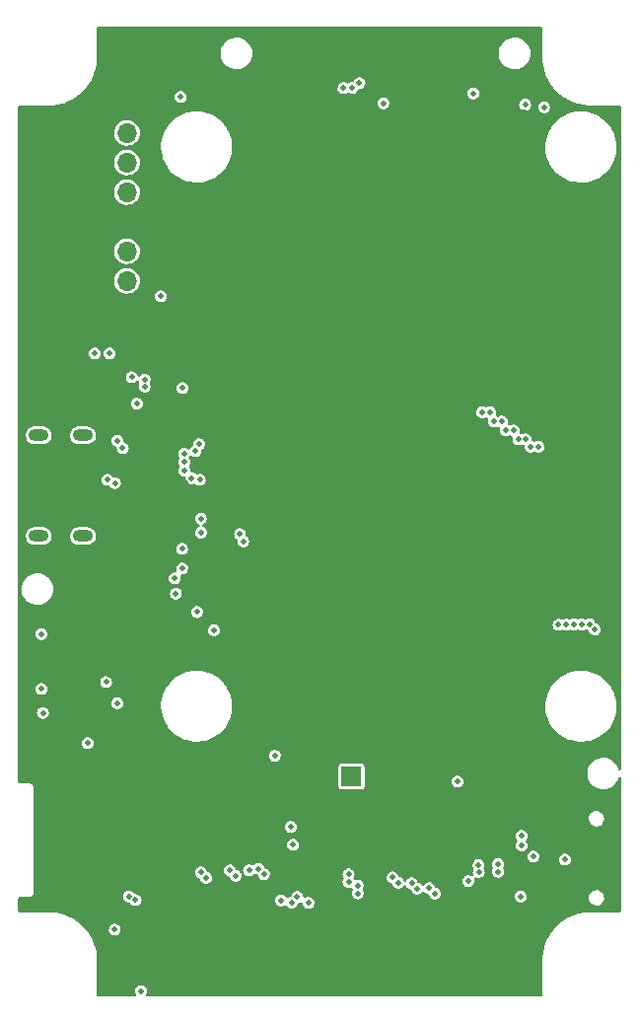
<source format=gbr>
%TF.GenerationSoftware,KiCad,Pcbnew,(5.99.0-10362-gce3a84f579)*%
%TF.CreationDate,2021-05-11T10:28:48-04:00*%
%TF.ProjectId,rpi-cm4-carrier,7270692d-636d-4342-9d63-617272696572,v01*%
%TF.SameCoordinates,Original*%
%TF.FileFunction,Copper,L2,Inr*%
%TF.FilePolarity,Positive*%
%FSLAX46Y46*%
G04 Gerber Fmt 4.6, Leading zero omitted, Abs format (unit mm)*
G04 Created by KiCad (PCBNEW (5.99.0-10362-gce3a84f579)) date 2021-05-11 10:28:48*
%MOMM*%
%LPD*%
G01*
G04 APERTURE LIST*
%TA.AperFunction,ComponentPad*%
%ADD10C,1.450000*%
%TD*%
%TA.AperFunction,ComponentPad*%
%ADD11O,1.200000X1.900000*%
%TD*%
%TA.AperFunction,ComponentPad*%
%ADD12R,1.700000X1.700000*%
%TD*%
%TA.AperFunction,ComponentPad*%
%ADD13O,1.700000X1.700000*%
%TD*%
%TA.AperFunction,ComponentPad*%
%ADD14O,1.701800X1.016000*%
%TD*%
%TA.AperFunction,ViaPad*%
%ADD15C,0.508000*%
%TD*%
G04 APERTURE END LIST*
D10*
%TO.N,GND*%
%TO.C,J6*%
X124425000Y-55102500D03*
D11*
X125425000Y-52402500D03*
D10*
X119425000Y-55102500D03*
D11*
X118425000Y-52402500D03*
%TD*%
D12*
%TO.N,/CM4 GPIO/nRPIBOOT*%
%TO.C,J9*%
X139000000Y-115610000D03*
D13*
%TO.N,GND*%
X139000000Y-118150000D03*
%TD*%
D12*
%TO.N,GND*%
%TO.C,J1*%
X119725000Y-75600000D03*
D13*
%TO.N,/CM4 GPIO/GPIO14*%
X119725000Y-73060000D03*
%TO.N,/CM4 GPIO/GPIO15*%
X119725000Y-70520000D03*
%TO.N,GND*%
X119725000Y-67980000D03*
%TO.N,/CM4 GPIO/GPIO12*%
X119725000Y-65440000D03*
%TO.N,/CM4 GPIO/GPIO13*%
X119725000Y-62900000D03*
%TO.N,/+5v*%
X119725000Y-60360000D03*
%TD*%
D14*
%TO.N,N/C*%
%TO.C,J8*%
X115949401Y-86329998D03*
X115949401Y-94970002D03*
X112149401Y-86330001D03*
X112149401Y-94969999D03*
%TD*%
D10*
%TO.N,GND*%
%TO.C,J7*%
X133750000Y-55077500D03*
X138750000Y-55077500D03*
D11*
X132750000Y-52377500D03*
X139750000Y-52377500D03*
%TD*%
D15*
%TO.N,GND*%
X127700000Y-88275000D03*
X121875000Y-108400000D03*
X118100000Y-112650000D03*
X161575000Y-93875000D03*
X123600000Y-122400000D03*
X114850000Y-89175000D03*
X113850000Y-90375000D03*
X127175000Y-131200000D03*
X128275000Y-131200000D03*
X150000000Y-130200000D03*
X156725000Y-95075000D03*
X122875000Y-122400000D03*
X158525000Y-81875000D03*
X124300000Y-122400000D03*
X113850000Y-91625000D03*
X161600000Y-80675000D03*
X141775000Y-118075000D03*
X141800000Y-118800000D03*
X161600000Y-89100000D03*
X161600000Y-84275000D03*
X124300000Y-121725000D03*
X141775000Y-117400000D03*
X124625000Y-78275000D03*
X116975000Y-110325000D03*
X142575000Y-119500000D03*
X126700000Y-121725000D03*
X122875000Y-121725000D03*
X131950000Y-129975000D03*
X129450000Y-129950000D03*
X147300000Y-125875000D03*
X121875000Y-109050000D03*
X124600000Y-80675000D03*
X112800000Y-89175000D03*
X125600000Y-84700000D03*
X116125000Y-109525000D03*
X141800000Y-119500000D03*
X127700000Y-89850000D03*
X113700000Y-113175000D03*
X121350000Y-107275000D03*
X161600000Y-83075000D03*
X146350000Y-130175000D03*
X114850000Y-90375000D03*
X155025000Y-85775000D03*
X127725000Y-80675000D03*
X124625000Y-79075000D03*
X141000000Y-118800000D03*
X129425000Y-131200000D03*
X161575000Y-96275000D03*
X161575000Y-90275000D03*
X156750000Y-96275000D03*
X131412500Y-120562500D03*
X149239100Y-123065900D03*
X156725000Y-93875000D03*
X127700000Y-92675000D03*
X116975000Y-108675000D03*
X124700000Y-90400000D03*
X127475000Y-121750000D03*
X141000000Y-119500000D03*
X115300000Y-109525000D03*
X148725000Y-130175000D03*
X113850000Y-92825000D03*
X116125000Y-110350000D03*
X121837500Y-107762500D03*
X112800000Y-88050000D03*
X146325000Y-131375000D03*
X156250000Y-84050000D03*
X114850000Y-91625000D03*
X111700000Y-92850000D03*
X161600000Y-87875000D03*
X113825000Y-80125000D03*
X132012500Y-120562500D03*
X161600000Y-81850000D03*
X156250000Y-79400000D03*
X161600000Y-86675000D03*
X140975000Y-118075000D03*
X145250000Y-130175000D03*
X111700000Y-88075000D03*
X123600000Y-121725000D03*
X116975000Y-109500000D03*
X147475000Y-131375000D03*
X156750000Y-91475000D03*
X153875000Y-58600000D03*
X142575000Y-118800000D03*
X161575000Y-92675000D03*
X115300000Y-110350000D03*
X111700000Y-89200000D03*
X131925000Y-131225000D03*
X130650000Y-131200000D03*
X130675000Y-129950000D03*
X127700000Y-91050000D03*
X112800000Y-92825000D03*
X149975000Y-131400000D03*
X125975000Y-122400000D03*
X130812500Y-120562500D03*
X161575000Y-95075000D03*
X124525000Y-83475000D03*
X145225000Y-131375000D03*
X127725000Y-79450000D03*
X140975000Y-117400000D03*
X148700000Y-131375000D03*
X116125000Y-108700000D03*
X142550000Y-118075000D03*
X111700000Y-91650000D03*
X114850000Y-88050000D03*
X111700000Y-90400000D03*
X126700000Y-122400000D03*
X124475000Y-86675000D03*
X127650000Y-94900000D03*
X161600000Y-85475000D03*
X127725000Y-82675000D03*
X112800000Y-90375000D03*
X142550000Y-117400000D03*
X114850000Y-92825000D03*
X156175000Y-80400000D03*
X127200000Y-129950000D03*
X156750000Y-90275000D03*
X113850000Y-89175000D03*
X161575000Y-97475000D03*
X113850000Y-88050000D03*
X127725000Y-86275000D03*
X118750000Y-126762500D03*
X113225000Y-80125000D03*
X150900000Y-53450000D03*
X128300000Y-129950000D03*
X127725000Y-78275000D03*
X147500000Y-130175000D03*
X156725000Y-92675000D03*
X161600000Y-79475000D03*
X156750000Y-97475000D03*
X156750000Y-89075000D03*
X125975000Y-121725000D03*
X124500000Y-92275000D03*
X161575000Y-91475000D03*
X115300000Y-108700000D03*
X112800000Y-91625000D03*
X148604034Y-123629034D03*
%TO.N,/+3.3v*%
X149925000Y-123800000D03*
X126061420Y-93475000D03*
X135300000Y-126450000D03*
X149025000Y-124575000D03*
X153525000Y-125900000D03*
X153600000Y-121525000D03*
X154600000Y-122475000D03*
X151575000Y-123775000D03*
X116951920Y-79298080D03*
X123925000Y-99900000D03*
X121226885Y-82151885D03*
X118675000Y-128762500D03*
X149895000Y-123205000D03*
X149450000Y-56975000D03*
X151575000Y-123125000D03*
X118223080Y-79298080D03*
X126061420Y-94675000D03*
X153600000Y-120700000D03*
X121238944Y-81561056D03*
X120925000Y-134012500D03*
%TO.N,/PSUs/SYS*%
X133775000Y-119925000D03*
X148083465Y-116033465D03*
X112375000Y-103375000D03*
X116350000Y-112750000D03*
%TO.N,/PSUs/VBUS*%
X112374989Y-108100000D03*
X117925000Y-107500000D03*
%TO.N,/PSUs/REGN*%
X118900000Y-109325000D03*
X112505737Y-110137469D03*
%TO.N,/+5v*%
X133975000Y-121459300D03*
X139675000Y-56100000D03*
X138309215Y-56515785D03*
X132414330Y-113825020D03*
X139075000Y-56500000D03*
%TO.N,/CM4 GPIO/GPIO14*%
X124650000Y-89350000D03*
X122639617Y-74395794D03*
%TO.N,/CM4 GPIO/nRPIBOOT*%
X124450000Y-96075000D03*
%TO.N,/CM4 GPIO/GPIO2*%
X124634101Y-88615893D03*
X120125000Y-81339780D03*
%TO.N,/CM4 GPIO/GPIO3*%
X124612500Y-87912499D03*
X120583022Y-83600000D03*
%TO.N,/CM4 High Speed/CAM0_D0_N*%
X156776947Y-102579136D03*
X142541513Y-124266513D03*
%TO.N,/CM4 High Speed/CAM0_D0_P*%
X157437347Y-102579136D03*
X143008487Y-124733487D03*
%TO.N,/CM4 High Speed/CAM0_D1_N*%
X158096949Y-102554748D03*
X144166513Y-124766513D03*
%TO.N,/CM4 High Speed/CAM0_D1_P*%
X144633487Y-125233487D03*
X158757349Y-102554748D03*
%TO.N,/CM4 High Speed/CAM0_C_N*%
X159416513Y-102516513D03*
X159416513Y-102516513D03*
X145666513Y-125191513D03*
X145666513Y-125191513D03*
%TO.N,/CM4 High Speed/CAM0_C_P*%
X146133487Y-125658487D03*
X159883487Y-102983487D03*
X159883487Y-102983487D03*
X146133487Y-125658487D03*
%TO.N,/CM4 High Speed/CAM1_D0_N*%
X126066513Y-123841513D03*
X150219800Y-84350000D03*
X126066513Y-123841513D03*
X126066513Y-123841513D03*
X150219800Y-84350000D03*
%TO.N,/CM4 High Speed/CAM1_D0_P*%
X126533487Y-124308487D03*
X150880200Y-84350000D03*
X126533487Y-124308487D03*
X126533487Y-124308487D03*
X150880200Y-84350000D03*
%TO.N,/CM4 High Speed/CAM1_D1_N*%
X151245813Y-85154288D03*
X128566513Y-123666513D03*
X128566513Y-123666513D03*
X151245813Y-85154288D03*
%TO.N,/CM4 High Speed/CAM1_D1_P*%
X129033487Y-124133487D03*
X129033487Y-124133487D03*
X151906213Y-85154288D03*
X151906213Y-85154288D03*
%TO.N,/CM4 High Speed/CAM1_C_N*%
X152269800Y-85900000D03*
X152269800Y-85900000D03*
X131016513Y-123516513D03*
%TO.N,/CM4 High Speed/CAM1_C_P*%
X152930200Y-85900000D03*
X152930200Y-85900000D03*
X131483487Y-123983487D03*
%TO.N,/CM4 High Speed/CAM1_D2_N*%
X153315452Y-86671302D03*
X138750000Y-123997499D03*
%TO.N,/CM4 High Speed/CAM1_D2_P*%
X153975852Y-86671302D03*
X138750000Y-124657899D03*
%TO.N,/CM4 High Speed/CAM1_D3_N*%
X154369800Y-87300000D03*
X139525000Y-124969800D03*
X154369800Y-87300000D03*
%TO.N,/CM4 High Speed/CAM1_D3_P*%
X155030200Y-87300000D03*
X139525000Y-125630200D03*
X155030200Y-87300000D03*
%TO.N,Net-(J6-Pad1)*%
X141725000Y-57825000D03*
X124325000Y-57296685D03*
%TO.N,Net-(J8-Pad3)*%
X118050000Y-90125000D03*
X118875000Y-86775000D03*
%TO.N,Net-(J8-Pad4)*%
X118681600Y-90418908D03*
X119357100Y-87426827D03*
%TO.N,/CM4 GPIO/nLED_Activity*%
X124500000Y-82275000D03*
X119875000Y-125887500D03*
%TO.N,/CM4 GPIO/nPWR_LED*%
X123825000Y-98600000D03*
X120455057Y-126219979D03*
%TO.N,/CM4 High Speed/USBOTG*%
X153903653Y-57940720D03*
X155525000Y-58175000D03*
%TO.N,Net-(S1-Pad2)*%
X130200000Y-123650000D03*
X157325000Y-122750000D03*
%TO.N,/CM4 High Speed/ID_SD*%
X125975000Y-90150000D03*
X125900000Y-87075000D03*
%TO.N,/CM4 High Speed/SCL0*%
X133870096Y-126431458D03*
X129697220Y-95440897D03*
%TO.N,/CM4 High Speed/ID_SC*%
X125598312Y-87675000D03*
X127179138Y-103059829D03*
X125725000Y-101500000D03*
X125275000Y-90000000D03*
%TO.N,/CM4 High Speed/CAM_GPIO*%
X132950000Y-126250000D03*
X124455111Y-97749681D03*
%TO.N,/CM4 High Speed/SDA0*%
X134335823Y-125963944D03*
X129425000Y-94800000D03*
%TD*%
%TA.AperFunction,Conductor*%
%TO.N,GND*%
G36*
X155338121Y-51274002D02*
G01*
X155384614Y-51327658D01*
X155396000Y-51380000D01*
X155396000Y-53813073D01*
X155393908Y-53835938D01*
X155390675Y-53853458D01*
X155392998Y-54020972D01*
X155393565Y-54061893D01*
X155393160Y-54072302D01*
X155393170Y-54073844D01*
X155392604Y-54080007D01*
X155393251Y-54086160D01*
X155393402Y-54087595D01*
X155394080Y-54099016D01*
X155394186Y-54106658D01*
X155395479Y-54112715D01*
X155395652Y-54114256D01*
X155397284Y-54124534D01*
X155415556Y-54298379D01*
X155430547Y-54441009D01*
X155435895Y-54491894D01*
X155436574Y-54503415D01*
X155436671Y-54510837D01*
X155437960Y-54516899D01*
X155438118Y-54518317D01*
X155439353Y-54526112D01*
X155439636Y-54527485D01*
X155440283Y-54533646D01*
X155442488Y-54540746D01*
X155445402Y-54551911D01*
X155522778Y-54915942D01*
X155524657Y-54927325D01*
X155525530Y-54934701D01*
X155527440Y-54940578D01*
X155527738Y-54941939D01*
X155529796Y-54949620D01*
X155530221Y-54950958D01*
X155531507Y-54957007D01*
X155533949Y-54962690D01*
X155533951Y-54962697D01*
X155534442Y-54963839D01*
X155538506Y-54974637D01*
X155653510Y-55328583D01*
X155656566Y-55339695D01*
X155658209Y-55346954D01*
X155660725Y-55352605D01*
X155661176Y-55353962D01*
X155664004Y-55361327D01*
X155664572Y-55362626D01*
X155666485Y-55368514D01*
X155669509Y-55373913D01*
X155670114Y-55374993D01*
X155675285Y-55385308D01*
X155826658Y-55725299D01*
X155830864Y-55736047D01*
X155830865Y-55736049D01*
X155833252Y-55743080D01*
X155836345Y-55748438D01*
X155836927Y-55749722D01*
X155840530Y-55756792D01*
X155841218Y-55758002D01*
X155843736Y-55763657D01*
X155848034Y-55769738D01*
X155854248Y-55779446D01*
X156010245Y-56049641D01*
X156040324Y-56101740D01*
X156045633Y-56111994D01*
X156045888Y-56112546D01*
X156048743Y-56118740D01*
X156052383Y-56123749D01*
X156053103Y-56124978D01*
X156057392Y-56131582D01*
X156058222Y-56132740D01*
X156061320Y-56138107D01*
X156065402Y-56142761D01*
X156065404Y-56142764D01*
X156066221Y-56143695D01*
X156073428Y-56152715D01*
X156292168Y-56453784D01*
X156298518Y-56463422D01*
X156302321Y-56469816D01*
X156306467Y-56474420D01*
X156307299Y-56475550D01*
X156312274Y-56481695D01*
X156313219Y-56482759D01*
X156316855Y-56487763D01*
X156321400Y-56491964D01*
X156321405Y-56491970D01*
X156322312Y-56492808D01*
X156330416Y-56501019D01*
X156579440Y-56777588D01*
X156586762Y-56786510D01*
X156587496Y-56787493D01*
X156587500Y-56787497D01*
X156591208Y-56792463D01*
X156595814Y-56796610D01*
X156596774Y-56797662D01*
X156602361Y-56803249D01*
X156603394Y-56804192D01*
X156607537Y-56808793D01*
X156612507Y-56812504D01*
X156613496Y-56813243D01*
X156622418Y-56820564D01*
X156637044Y-56833734D01*
X156898978Y-57069582D01*
X156907185Y-57077682D01*
X156908035Y-57078601D01*
X156912237Y-57083146D01*
X156917240Y-57086781D01*
X156918282Y-57087707D01*
X156924460Y-57092710D01*
X156925588Y-57093541D01*
X156930184Y-57097679D01*
X156936576Y-57101482D01*
X156946204Y-57107825D01*
X157247291Y-57326577D01*
X157256301Y-57333776D01*
X157257234Y-57334594D01*
X157257237Y-57334596D01*
X157261892Y-57338678D01*
X157267254Y-57341774D01*
X157268395Y-57342591D01*
X157275050Y-57346913D01*
X157276254Y-57347619D01*
X157281260Y-57351256D01*
X157287898Y-57354316D01*
X157288015Y-57354370D01*
X157298261Y-57359676D01*
X157620553Y-57545752D01*
X157630270Y-57551972D01*
X157636342Y-57556263D01*
X157641994Y-57558780D01*
X157643219Y-57559476D01*
X157650272Y-57563070D01*
X157651560Y-57563654D01*
X157656918Y-57566747D01*
X157663956Y-57569136D01*
X157674697Y-57573340D01*
X157713210Y-57590487D01*
X158014691Y-57724716D01*
X158025003Y-57729886D01*
X158026034Y-57730463D01*
X158031486Y-57733516D01*
X158037374Y-57735429D01*
X158038670Y-57735996D01*
X158046059Y-57738832D01*
X158047389Y-57739274D01*
X158053045Y-57741792D01*
X158059086Y-57743159D01*
X158059087Y-57743159D01*
X158060297Y-57743433D01*
X158071426Y-57746493D01*
X158425367Y-57861496D01*
X158436165Y-57865560D01*
X158437305Y-57866050D01*
X158437307Y-57866051D01*
X158442992Y-57868493D01*
X158449044Y-57869780D01*
X158450386Y-57870206D01*
X158458044Y-57872258D01*
X158459414Y-57872559D01*
X158465298Y-57874470D01*
X158472673Y-57875343D01*
X158484058Y-57877222D01*
X158848092Y-57954600D01*
X158859254Y-57957513D01*
X158859261Y-57957515D01*
X158866353Y-57959717D01*
X158872515Y-57960365D01*
X158873898Y-57960649D01*
X158881694Y-57961884D01*
X158883107Y-57962042D01*
X158889162Y-57963329D01*
X158896582Y-57963426D01*
X158908098Y-57964105D01*
X159063201Y-57980407D01*
X159275466Y-58002717D01*
X159285746Y-58004349D01*
X159287281Y-58004522D01*
X159293341Y-58005815D01*
X159299535Y-58005901D01*
X159299537Y-58005901D01*
X159300983Y-58005921D01*
X159312396Y-58006599D01*
X159319991Y-58007397D01*
X159326154Y-58006831D01*
X159327696Y-58006841D01*
X159338101Y-58006436D01*
X159546542Y-58009326D01*
X159564055Y-58006094D01*
X159586922Y-58004002D01*
X160388652Y-58004001D01*
X162020000Y-58004000D01*
X162088121Y-58024002D01*
X162134614Y-58077658D01*
X162146000Y-58130000D01*
X162146000Y-114927378D01*
X162125998Y-114995499D01*
X162072342Y-115041992D01*
X162002068Y-115052096D01*
X161937488Y-115022602D01*
X161898041Y-114959032D01*
X161883653Y-114903598D01*
X161882311Y-114898427D01*
X161787893Y-114688827D01*
X161777148Y-114672866D01*
X161711828Y-114575843D01*
X161659510Y-114498132D01*
X161500832Y-114331795D01*
X161453108Y-114296287D01*
X161397663Y-114255035D01*
X161316396Y-114194571D01*
X161311645Y-114192155D01*
X161311641Y-114192153D01*
X161199324Y-114135048D01*
X161111477Y-114090384D01*
X160891933Y-114022214D01*
X160886646Y-114021513D01*
X160886645Y-114021513D01*
X160669325Y-113992709D01*
X160669321Y-113992709D01*
X160664041Y-113992009D01*
X160658712Y-113992209D01*
X160658711Y-113992209D01*
X160575811Y-113995322D01*
X160434319Y-114000634D01*
X160209333Y-114047840D01*
X160204374Y-114049798D01*
X160204372Y-114049799D01*
X160000483Y-114130319D01*
X160000481Y-114130320D01*
X159995518Y-114132280D01*
X159990959Y-114135047D01*
X159990956Y-114135048D01*
X159896851Y-114192153D01*
X159798988Y-114251538D01*
X159794958Y-114255035D01*
X159702055Y-114335652D01*
X159625360Y-114402204D01*
X159621973Y-114406335D01*
X159482984Y-114575843D01*
X159482980Y-114575849D01*
X159479600Y-114579971D01*
X159365877Y-114779755D01*
X159364056Y-114784771D01*
X159364054Y-114784776D01*
X159312292Y-114927378D01*
X159287440Y-114995844D01*
X159246534Y-115222060D01*
X159244327Y-115451934D01*
X159245176Y-115457205D01*
X159276763Y-115653312D01*
X159280883Y-115678893D01*
X159282608Y-115683945D01*
X159282608Y-115683946D01*
X159298627Y-115730866D01*
X159355157Y-115896448D01*
X159465024Y-116098379D01*
X159468322Y-116102563D01*
X159468325Y-116102567D01*
X159604041Y-116274722D01*
X159604045Y-116274726D01*
X159607344Y-116278911D01*
X159611303Y-116282482D01*
X159611305Y-116282484D01*
X159653576Y-116320611D01*
X159778048Y-116432882D01*
X159972253Y-116555891D01*
X160184407Y-116644420D01*
X160408445Y-116695937D01*
X160413776Y-116696240D01*
X160413778Y-116696240D01*
X160518174Y-116702168D01*
X160637959Y-116708970D01*
X160643266Y-116708370D01*
X160643268Y-116708370D01*
X160757657Y-116695438D01*
X160866389Y-116683146D01*
X160871504Y-116681665D01*
X160871508Y-116681664D01*
X161082078Y-116620687D01*
X161082083Y-116620685D01*
X161087201Y-116619203D01*
X161294083Y-116518969D01*
X161430840Y-116421241D01*
X161476773Y-116388417D01*
X161476775Y-116388415D01*
X161481119Y-116385311D01*
X161563533Y-116302175D01*
X161639208Y-116225837D01*
X161639209Y-116225836D01*
X161642961Y-116222051D01*
X161774982Y-116033856D01*
X161777450Y-116028648D01*
X161871121Y-115830930D01*
X161873406Y-115826107D01*
X161892821Y-115756806D01*
X161898671Y-115735922D01*
X161936308Y-115675723D01*
X162000516Y-115645428D01*
X162070911Y-115654655D01*
X162125141Y-115700476D01*
X162146000Y-115769912D01*
X162146000Y-127120000D01*
X162125998Y-127188121D01*
X162072342Y-127234614D01*
X162020000Y-127246000D01*
X159586928Y-127246000D01*
X159564063Y-127243908D01*
X159546543Y-127240675D01*
X159338102Y-127243565D01*
X159327697Y-127243160D01*
X159326155Y-127243170D01*
X159319992Y-127242604D01*
X159312397Y-127243402D01*
X159300984Y-127244080D01*
X159299530Y-127244100D01*
X159299527Y-127244100D01*
X159293342Y-127244186D01*
X159287289Y-127245477D01*
X159285763Y-127245649D01*
X159275475Y-127247283D01*
X158908099Y-127285895D01*
X158896585Y-127286574D01*
X158889163Y-127286671D01*
X158883108Y-127287958D01*
X158881695Y-127288116D01*
X158873898Y-127289351D01*
X158872515Y-127289636D01*
X158866354Y-127290283D01*
X158859248Y-127292490D01*
X158848092Y-127295401D01*
X158701162Y-127326632D01*
X158484058Y-127372778D01*
X158472675Y-127374657D01*
X158465299Y-127375530D01*
X158459422Y-127377440D01*
X158458061Y-127377738D01*
X158450380Y-127379796D01*
X158449042Y-127380221D01*
X158442993Y-127381507D01*
X158437310Y-127383949D01*
X158437303Y-127383951D01*
X158436161Y-127384442D01*
X158425363Y-127388506D01*
X158159585Y-127474863D01*
X158082222Y-127500000D01*
X158071419Y-127503510D01*
X158060298Y-127506568D01*
X158053047Y-127508209D01*
X158047396Y-127510725D01*
X158046076Y-127511163D01*
X158038650Y-127514014D01*
X158037379Y-127514570D01*
X158031486Y-127516485D01*
X158024997Y-127520119D01*
X158014689Y-127525287D01*
X157674701Y-127676658D01*
X157663961Y-127680862D01*
X157656920Y-127683252D01*
X157651561Y-127686346D01*
X157650280Y-127686926D01*
X157643201Y-127690534D01*
X157641996Y-127691219D01*
X157636344Y-127693736D01*
X157631290Y-127697308D01*
X157631288Y-127697309D01*
X157630267Y-127698030D01*
X157620550Y-127704250D01*
X157452281Y-127801400D01*
X157315903Y-127880138D01*
X157298260Y-127890324D01*
X157288006Y-127895633D01*
X157281260Y-127898743D01*
X157276249Y-127902384D01*
X157275037Y-127903094D01*
X157268393Y-127907408D01*
X157267250Y-127908227D01*
X157261893Y-127911320D01*
X157256301Y-127916224D01*
X157247298Y-127923418D01*
X156946200Y-128142179D01*
X156936570Y-128148522D01*
X156930184Y-128152321D01*
X156925583Y-128156464D01*
X156924448Y-128157300D01*
X156918307Y-128162273D01*
X156917250Y-128163212D01*
X156912237Y-128166854D01*
X156907190Y-128172314D01*
X156898983Y-128180414D01*
X156817473Y-128253806D01*
X156687694Y-128370661D01*
X156622421Y-128429433D01*
X156613496Y-128436757D01*
X156613102Y-128437051D01*
X156607537Y-128441207D01*
X156603394Y-128445808D01*
X156602361Y-128446751D01*
X156596774Y-128452338D01*
X156595814Y-128453390D01*
X156591208Y-128457537D01*
X156587500Y-128462503D01*
X156587496Y-128462507D01*
X156586762Y-128463490D01*
X156579440Y-128472412D01*
X156564772Y-128488703D01*
X156330423Y-128748974D01*
X156322323Y-128757181D01*
X156316854Y-128762237D01*
X156313216Y-128767245D01*
X156312284Y-128768293D01*
X156307290Y-128774460D01*
X156306459Y-128775588D01*
X156302321Y-128780184D01*
X156298517Y-128786578D01*
X156292175Y-128796204D01*
X156073423Y-129097291D01*
X156066224Y-129106301D01*
X156065406Y-129107234D01*
X156065403Y-129107239D01*
X156061322Y-129111892D01*
X156058226Y-129117254D01*
X156057409Y-129118395D01*
X156053087Y-129125050D01*
X156052381Y-129126254D01*
X156048744Y-129131260D01*
X156046154Y-129136879D01*
X156045630Y-129138015D01*
X156040324Y-129148261D01*
X155854251Y-129470548D01*
X155848031Y-129480265D01*
X155847312Y-129481282D01*
X155847309Y-129481288D01*
X155843737Y-129486342D01*
X155841220Y-129491994D01*
X155840524Y-129493219D01*
X155836930Y-129500272D01*
X155836346Y-129501560D01*
X155833253Y-129506918D01*
X155831266Y-129512772D01*
X155830866Y-129513951D01*
X155826660Y-129524697D01*
X155734187Y-129732394D01*
X155675286Y-129864688D01*
X155670112Y-129875007D01*
X155669509Y-129876083D01*
X155669505Y-129876091D01*
X155666484Y-129881486D01*
X155664572Y-129887370D01*
X155664008Y-129888660D01*
X155661169Y-129896057D01*
X155660727Y-129897387D01*
X155658208Y-129903045D01*
X155656564Y-129910308D01*
X155653510Y-129921413D01*
X155538509Y-130275356D01*
X155534442Y-130286161D01*
X155531507Y-130292992D01*
X155530220Y-130299050D01*
X155529794Y-130300389D01*
X155527742Y-130308046D01*
X155527441Y-130309418D01*
X155525530Y-130315299D01*
X155524656Y-130322682D01*
X155522778Y-130334062D01*
X155445400Y-130698095D01*
X155442491Y-130709243D01*
X155440283Y-130716353D01*
X155439636Y-130722512D01*
X155439352Y-130723892D01*
X155438116Y-130731694D01*
X155437958Y-130733107D01*
X155436671Y-130739162D01*
X155436590Y-130745355D01*
X155436574Y-130746578D01*
X155435895Y-130758098D01*
X155430546Y-130808991D01*
X155397283Y-131125466D01*
X155395651Y-131135746D01*
X155395478Y-131137281D01*
X155394185Y-131143341D01*
X155394099Y-131149535D01*
X155394099Y-131149537D01*
X155394079Y-131150983D01*
X155393401Y-131162396D01*
X155392603Y-131169991D01*
X155393169Y-131176154D01*
X155393159Y-131177696D01*
X155393564Y-131188101D01*
X155390674Y-131396541D01*
X155391798Y-131402630D01*
X155391798Y-131402631D01*
X155393906Y-131414054D01*
X155395998Y-131436921D01*
X155396000Y-134374000D01*
X155375998Y-134442121D01*
X155322342Y-134488614D01*
X155270000Y-134500000D01*
X121451007Y-134500000D01*
X121382886Y-134479998D01*
X121336393Y-134426342D01*
X121326289Y-134356068D01*
X121346076Y-134304767D01*
X121350711Y-134299646D01*
X121414192Y-134168621D01*
X121438347Y-134025046D01*
X121438500Y-134012500D01*
X121417860Y-133868378D01*
X121357599Y-133735841D01*
X121262562Y-133625545D01*
X121255031Y-133620664D01*
X121255028Y-133620661D01*
X121147920Y-133551237D01*
X121147918Y-133551236D01*
X121140389Y-133546356D01*
X121131792Y-133543785D01*
X121131790Y-133543784D01*
X121047487Y-133518572D01*
X121000900Y-133504640D01*
X120991924Y-133504585D01*
X120991923Y-133504585D01*
X120930146Y-133504208D01*
X120855310Y-133503751D01*
X120715322Y-133543760D01*
X120592190Y-133621450D01*
X120495813Y-133730577D01*
X120433938Y-133862367D01*
X120411538Y-134006227D01*
X120412702Y-134015129D01*
X120412702Y-134015132D01*
X120429252Y-134141691D01*
X120430416Y-134150590D01*
X120489053Y-134283853D01*
X120494829Y-134290724D01*
X120496678Y-134292924D01*
X120497824Y-134295536D01*
X120499574Y-134298348D01*
X120499168Y-134298601D01*
X120525199Y-134357940D01*
X120514043Y-134428055D01*
X120466751Y-134481007D01*
X120400227Y-134500000D01*
X117255000Y-134500000D01*
X117186879Y-134479998D01*
X117140386Y-134426342D01*
X117129000Y-134374000D01*
X117129000Y-131436928D01*
X117131092Y-131414060D01*
X117131093Y-131414054D01*
X117134325Y-131396543D01*
X117131435Y-131188102D01*
X117131840Y-131177697D01*
X117131830Y-131176155D01*
X117132396Y-131169992D01*
X117131598Y-131162397D01*
X117130920Y-131150984D01*
X117130900Y-131149530D01*
X117130900Y-131149527D01*
X117130814Y-131143342D01*
X117129523Y-131137289D01*
X117129351Y-131135763D01*
X117127717Y-131125472D01*
X117089105Y-130758099D01*
X117088426Y-130746581D01*
X117088410Y-130745355D01*
X117088329Y-130739163D01*
X117087042Y-130733108D01*
X117086884Y-130731695D01*
X117085649Y-130723898D01*
X117085364Y-130722515D01*
X117084717Y-130716354D01*
X117082510Y-130709248D01*
X117079598Y-130698089D01*
X117002222Y-130334058D01*
X117000343Y-130322674D01*
X117000197Y-130321443D01*
X116999470Y-130315299D01*
X116997560Y-130309422D01*
X116997262Y-130308061D01*
X116995204Y-130300380D01*
X116994779Y-130299042D01*
X116993493Y-130292993D01*
X116991051Y-130287310D01*
X116991049Y-130287303D01*
X116990558Y-130286161D01*
X116986494Y-130275363D01*
X116871490Y-129921419D01*
X116868429Y-129910288D01*
X116866791Y-129903047D01*
X116864275Y-129897396D01*
X116863837Y-129896076D01*
X116860986Y-129888650D01*
X116860430Y-129887379D01*
X116858515Y-129881486D01*
X116854881Y-129874997D01*
X116849713Y-129864689D01*
X116698342Y-129524701D01*
X116694135Y-129513953D01*
X116691748Y-129506920D01*
X116688654Y-129501561D01*
X116688074Y-129500280D01*
X116684466Y-129493201D01*
X116683781Y-129491996D01*
X116681264Y-129486344D01*
X116677691Y-129481288D01*
X116676970Y-129480267D01*
X116670750Y-129470550D01*
X116531092Y-129228655D01*
X116484674Y-129148257D01*
X116479367Y-129138006D01*
X116478851Y-129136887D01*
X116478851Y-129136886D01*
X116476257Y-129131260D01*
X116472616Y-129126249D01*
X116471906Y-129125037D01*
X116467592Y-129118393D01*
X116466773Y-129117250D01*
X116463680Y-129111893D01*
X116458775Y-129106300D01*
X116451577Y-129097291D01*
X116232821Y-128796200D01*
X116226471Y-128786559D01*
X116222679Y-128780184D01*
X116218536Y-128775583D01*
X116217700Y-128774448D01*
X116212727Y-128768307D01*
X116211788Y-128767250D01*
X116208146Y-128762237D01*
X116202681Y-128757185D01*
X116201735Y-128756227D01*
X118161538Y-128756227D01*
X118162702Y-128765129D01*
X118162702Y-128765132D01*
X118179252Y-128891691D01*
X118180416Y-128900590D01*
X118239053Y-129033853D01*
X118292378Y-129097290D01*
X118326611Y-129138015D01*
X118332736Y-129145302D01*
X118453933Y-129225978D01*
X118592901Y-129269394D01*
X118738469Y-129272062D01*
X118748255Y-129269394D01*
X118870273Y-129236129D01*
X118870276Y-129236128D01*
X118878935Y-129233767D01*
X118886585Y-129229070D01*
X118886587Y-129229069D01*
X118995359Y-129162283D01*
X118995360Y-129162282D01*
X119003007Y-129157587D01*
X119100711Y-129049646D01*
X119164192Y-128918621D01*
X119188347Y-128775046D01*
X119188500Y-128762500D01*
X119167860Y-128618378D01*
X119107599Y-128485841D01*
X119012562Y-128375545D01*
X119005031Y-128370664D01*
X119005028Y-128370661D01*
X118897920Y-128301237D01*
X118897918Y-128301236D01*
X118890389Y-128296356D01*
X118881792Y-128293785D01*
X118881790Y-128293784D01*
X118797487Y-128268572D01*
X118750900Y-128254640D01*
X118741924Y-128254585D01*
X118741923Y-128254585D01*
X118680146Y-128254208D01*
X118605310Y-128253751D01*
X118465322Y-128293760D01*
X118342190Y-128371450D01*
X118245813Y-128480577D01*
X118183938Y-128612367D01*
X118161538Y-128756227D01*
X116201735Y-128756227D01*
X116194586Y-128748983D01*
X116027279Y-128563171D01*
X115945564Y-128472418D01*
X115938243Y-128463496D01*
X115937497Y-128462498D01*
X115933793Y-128457537D01*
X115929192Y-128453394D01*
X115928249Y-128452361D01*
X115922662Y-128446774D01*
X115921610Y-128445814D01*
X115917463Y-128441208D01*
X115912497Y-128437500D01*
X115912493Y-128437496D01*
X115911510Y-128436762D01*
X115902588Y-128429440D01*
X115626026Y-128180423D01*
X115617819Y-128172323D01*
X115612763Y-128166854D01*
X115607755Y-128163216D01*
X115606707Y-128162284D01*
X115600540Y-128157290D01*
X115599412Y-128156459D01*
X115594816Y-128152321D01*
X115588422Y-128148517D01*
X115578796Y-128142175D01*
X115277709Y-127923423D01*
X115268699Y-127916224D01*
X115267766Y-127915406D01*
X115267761Y-127915403D01*
X115263108Y-127911322D01*
X115257746Y-127908226D01*
X115256605Y-127907409D01*
X115249950Y-127903087D01*
X115248746Y-127902381D01*
X115243740Y-127898744D01*
X115237102Y-127895684D01*
X115236985Y-127895630D01*
X115226739Y-127890324D01*
X114904452Y-127704251D01*
X114894735Y-127698031D01*
X114893718Y-127697312D01*
X114893710Y-127697307D01*
X114888658Y-127693737D01*
X114883006Y-127691220D01*
X114881781Y-127690524D01*
X114874728Y-127686930D01*
X114873440Y-127686346D01*
X114868082Y-127683253D01*
X114861040Y-127680863D01*
X114850300Y-127676659D01*
X114510312Y-127525286D01*
X114499993Y-127520112D01*
X114498917Y-127519509D01*
X114498909Y-127519505D01*
X114493514Y-127516484D01*
X114487630Y-127514572D01*
X114486340Y-127514008D01*
X114478943Y-127511169D01*
X114477613Y-127510727D01*
X114471955Y-127508208D01*
X114464692Y-127506564D01*
X114453587Y-127503510D01*
X114099636Y-127388506D01*
X114088834Y-127384440D01*
X114082008Y-127381507D01*
X114075950Y-127380220D01*
X114074611Y-127379794D01*
X114066954Y-127377742D01*
X114065582Y-127377441D01*
X114059701Y-127375530D01*
X114052318Y-127374656D01*
X114040945Y-127372779D01*
X113676901Y-127295399D01*
X113665757Y-127292491D01*
X113658647Y-127290283D01*
X113652488Y-127289636D01*
X113651108Y-127289352D01*
X113643306Y-127288116D01*
X113641893Y-127287958D01*
X113635838Y-127286671D01*
X113628418Y-127286574D01*
X113616902Y-127285895D01*
X113461799Y-127269593D01*
X113249534Y-127247283D01*
X113239254Y-127245651D01*
X113237719Y-127245478D01*
X113231659Y-127244185D01*
X113225465Y-127244099D01*
X113225463Y-127244099D01*
X113224017Y-127244079D01*
X113212604Y-127243401D01*
X113205009Y-127242603D01*
X113198846Y-127243169D01*
X113197304Y-127243159D01*
X113186899Y-127243564D01*
X112978459Y-127240674D01*
X112962295Y-127243657D01*
X112960946Y-127243906D01*
X112938079Y-127245998D01*
X112136357Y-127245999D01*
X110505000Y-127246000D01*
X110436879Y-127225998D01*
X110390386Y-127172342D01*
X110379000Y-127120000D01*
X110379000Y-126055000D01*
X110399002Y-125986879D01*
X110452658Y-125940386D01*
X110505000Y-125929000D01*
X111362453Y-125929000D01*
X111387033Y-125931421D01*
X111387827Y-125931579D01*
X111387829Y-125931579D01*
X111400000Y-125934000D01*
X111499115Y-125914285D01*
X111509433Y-125907391D01*
X111509435Y-125907390D01*
X111548591Y-125881227D01*
X119361538Y-125881227D01*
X119362702Y-125890129D01*
X119362702Y-125890132D01*
X119379103Y-126015551D01*
X119380416Y-126025590D01*
X119439053Y-126158853D01*
X119462836Y-126187146D01*
X119516587Y-126251090D01*
X119532736Y-126270302D01*
X119540207Y-126275275D01*
X119540208Y-126275276D01*
X119551514Y-126282802D01*
X119653933Y-126350978D01*
X119706011Y-126367248D01*
X119744239Y-126379191D01*
X119792901Y-126394394D01*
X119888176Y-126396140D01*
X119897382Y-126396309D01*
X119965125Y-126417556D01*
X120010402Y-126471541D01*
X120019110Y-126491332D01*
X120112793Y-126602781D01*
X120233990Y-126683457D01*
X120372958Y-126726873D01*
X120518526Y-126729541D01*
X120534229Y-126725260D01*
X120650330Y-126693608D01*
X120650333Y-126693607D01*
X120658992Y-126691246D01*
X120666642Y-126686549D01*
X120666644Y-126686548D01*
X120775416Y-126619762D01*
X120775417Y-126619761D01*
X120783064Y-126615066D01*
X120880768Y-126507125D01*
X120929250Y-126407058D01*
X120940335Y-126384179D01*
X120940335Y-126384178D01*
X120944249Y-126376100D01*
X120966519Y-126243727D01*
X132436538Y-126243727D01*
X132437702Y-126252629D01*
X132437702Y-126252632D01*
X132453216Y-126371267D01*
X132455416Y-126388090D01*
X132514053Y-126521353D01*
X132607736Y-126632802D01*
X132728933Y-126713478D01*
X132771808Y-126726873D01*
X132825996Y-126743802D01*
X132867901Y-126756894D01*
X133013469Y-126759562D01*
X133023255Y-126756894D01*
X133145273Y-126723629D01*
X133145276Y-126723628D01*
X133153935Y-126721267D01*
X133161585Y-126716570D01*
X133161587Y-126716569D01*
X133259343Y-126656547D01*
X133327860Y-126637949D01*
X133395556Y-126659346D01*
X133431322Y-126696386D01*
X133434149Y-126702811D01*
X133527832Y-126814260D01*
X133649029Y-126894936D01*
X133681521Y-126905087D01*
X133733311Y-126921267D01*
X133787997Y-126938352D01*
X133933565Y-126941020D01*
X133943351Y-126938352D01*
X134065369Y-126905087D01*
X134065372Y-126905086D01*
X134074031Y-126902725D01*
X134081681Y-126898028D01*
X134081683Y-126898027D01*
X134190455Y-126831241D01*
X134190456Y-126831240D01*
X134198103Y-126826545D01*
X134295807Y-126718604D01*
X134340706Y-126625932D01*
X134355373Y-126595660D01*
X134355373Y-126595659D01*
X134359288Y-126587579D01*
X134364110Y-126558918D01*
X134395136Y-126495059D01*
X134455222Y-126458258D01*
X134531096Y-126437573D01*
X134531099Y-126437572D01*
X134539758Y-126435211D01*
X134601508Y-126397296D01*
X134670024Y-126378699D01*
X134737719Y-126400096D01*
X134783100Y-126454696D01*
X134792371Y-126488334D01*
X134801880Y-126561047D01*
X134805416Y-126588090D01*
X134864053Y-126721353D01*
X134957736Y-126832802D01*
X135078933Y-126913478D01*
X135217901Y-126956894D01*
X135363469Y-126959562D01*
X135373255Y-126956894D01*
X135495273Y-126923629D01*
X135495276Y-126923628D01*
X135503935Y-126921267D01*
X135511585Y-126916570D01*
X135511587Y-126916569D01*
X135620359Y-126849783D01*
X135620360Y-126849782D01*
X135628007Y-126845087D01*
X135725711Y-126737146D01*
X135771489Y-126642660D01*
X135785278Y-126614200D01*
X135785278Y-126614199D01*
X135789192Y-126606121D01*
X135813347Y-126462546D01*
X135813500Y-126450000D01*
X135804634Y-126388090D01*
X135794133Y-126314764D01*
X135794132Y-126314761D01*
X135792860Y-126305878D01*
X135732599Y-126173341D01*
X135637562Y-126063045D01*
X135630031Y-126058164D01*
X135630028Y-126058161D01*
X135522920Y-125988737D01*
X135522918Y-125988736D01*
X135515389Y-125983856D01*
X135506792Y-125981285D01*
X135506790Y-125981284D01*
X135409836Y-125952289D01*
X135375900Y-125942140D01*
X135366924Y-125942085D01*
X135366923Y-125942085D01*
X135305146Y-125941708D01*
X135230310Y-125941251D01*
X135090322Y-125981260D01*
X135082733Y-125986048D01*
X135082729Y-125986050D01*
X135035972Y-126015551D01*
X134967687Y-126034985D01*
X134899736Y-126014415D01*
X134853692Y-125960374D01*
X134844011Y-125926852D01*
X134840040Y-125899127D01*
X134828683Y-125819822D01*
X134814550Y-125788737D01*
X134795436Y-125746699D01*
X134768422Y-125687285D01*
X134673385Y-125576989D01*
X134665854Y-125572108D01*
X134665851Y-125572105D01*
X134558743Y-125502681D01*
X134558741Y-125502680D01*
X134551212Y-125497800D01*
X134542615Y-125495229D01*
X134542613Y-125495228D01*
X134421901Y-125459128D01*
X134411723Y-125456084D01*
X134402747Y-125456029D01*
X134402746Y-125456029D01*
X134340969Y-125455652D01*
X134266133Y-125455195D01*
X134126145Y-125495204D01*
X134003013Y-125572894D01*
X133997071Y-125579622D01*
X133997070Y-125579623D01*
X133956657Y-125625383D01*
X133906636Y-125682021D01*
X133844761Y-125813811D01*
X133843381Y-125822677D01*
X133843379Y-125822682D01*
X133841477Y-125834896D01*
X133811232Y-125899127D01*
X133751603Y-125936657D01*
X133660418Y-125962718D01*
X133562466Y-126024521D01*
X133494184Y-126043954D01*
X133426232Y-126023385D01*
X133389084Y-125985843D01*
X133386314Y-125981511D01*
X133382599Y-125973341D01*
X133364460Y-125952289D01*
X133293423Y-125869847D01*
X133287562Y-125863045D01*
X133280031Y-125858164D01*
X133280028Y-125858161D01*
X133172920Y-125788737D01*
X133172918Y-125788736D01*
X133165389Y-125783856D01*
X133156792Y-125781285D01*
X133156790Y-125781284D01*
X133039589Y-125746234D01*
X133025900Y-125742140D01*
X133016924Y-125742085D01*
X133016923Y-125742085D01*
X132955146Y-125741708D01*
X132880310Y-125741251D01*
X132740322Y-125781260D01*
X132617190Y-125858950D01*
X132520813Y-125968077D01*
X132458938Y-126099867D01*
X132457558Y-126108732D01*
X132457557Y-126108734D01*
X132440236Y-126219979D01*
X132436538Y-126243727D01*
X120966519Y-126243727D01*
X120968404Y-126232525D01*
X120968557Y-126219979D01*
X120957069Y-126139762D01*
X120949190Y-126084743D01*
X120949189Y-126084740D01*
X120947917Y-126075857D01*
X120887656Y-125943320D01*
X120792619Y-125833024D01*
X120785088Y-125828143D01*
X120785085Y-125828140D01*
X120677977Y-125758716D01*
X120677975Y-125758715D01*
X120670446Y-125753835D01*
X120661849Y-125751264D01*
X120661847Y-125751263D01*
X120577544Y-125726051D01*
X120530957Y-125712119D01*
X120521980Y-125712064D01*
X120521979Y-125712064D01*
X120433732Y-125711525D01*
X120365735Y-125691107D01*
X120319801Y-125637678D01*
X120316401Y-125630200D01*
X120307599Y-125610841D01*
X120212562Y-125500545D01*
X120205031Y-125495664D01*
X120205028Y-125495661D01*
X120097920Y-125426237D01*
X120097918Y-125426236D01*
X120090389Y-125421356D01*
X120081792Y-125418785D01*
X120081790Y-125418784D01*
X119991012Y-125391636D01*
X119950900Y-125379640D01*
X119941924Y-125379585D01*
X119941923Y-125379585D01*
X119880146Y-125379208D01*
X119805310Y-125378751D01*
X119665322Y-125418760D01*
X119542190Y-125496450D01*
X119536248Y-125503178D01*
X119536247Y-125503179D01*
X119520832Y-125520633D01*
X119445813Y-125605577D01*
X119383938Y-125737367D01*
X119382558Y-125746232D01*
X119382557Y-125746234D01*
X119365007Y-125858950D01*
X119361538Y-125881227D01*
X111548591Y-125881227D01*
X111572825Y-125865034D01*
X111583141Y-125858141D01*
X111606152Y-125823703D01*
X111632390Y-125784435D01*
X111632391Y-125784433D01*
X111639285Y-125774115D01*
X111654000Y-125700137D01*
X111659000Y-125675000D01*
X111656421Y-125662033D01*
X111654000Y-125637453D01*
X111654000Y-123835240D01*
X125553051Y-123835240D01*
X125554215Y-123844142D01*
X125554215Y-123844145D01*
X125570765Y-123970704D01*
X125571929Y-123979603D01*
X125630566Y-124112866D01*
X125724249Y-124224315D01*
X125731720Y-124229288D01*
X125731721Y-124229289D01*
X125749547Y-124241155D01*
X125845446Y-124304991D01*
X125854016Y-124307668D01*
X125854015Y-124307668D01*
X125950926Y-124337945D01*
X126009982Y-124377351D01*
X126032946Y-124429695D01*
X126035326Y-124429031D01*
X126037739Y-124437672D01*
X126038903Y-124446577D01*
X126097540Y-124579840D01*
X126191223Y-124691289D01*
X126198694Y-124696262D01*
X126198695Y-124696263D01*
X126206285Y-124701315D01*
X126312420Y-124771965D01*
X126451388Y-124815381D01*
X126596956Y-124818049D01*
X126606742Y-124815381D01*
X126728760Y-124782116D01*
X126728763Y-124782115D01*
X126737422Y-124779754D01*
X126745072Y-124775057D01*
X126745074Y-124775056D01*
X126853846Y-124708270D01*
X126853847Y-124708269D01*
X126861494Y-124703574D01*
X126959198Y-124595633D01*
X127001769Y-124507766D01*
X127018765Y-124472687D01*
X127018765Y-124472686D01*
X127022679Y-124464608D01*
X127046834Y-124321033D01*
X127046987Y-124308487D01*
X127037401Y-124241549D01*
X127027620Y-124173251D01*
X127027619Y-124173248D01*
X127026347Y-124164365D01*
X127020240Y-124150932D01*
X127004615Y-124116569D01*
X126966086Y-124031828D01*
X126871049Y-123921532D01*
X126863518Y-123916651D01*
X126863515Y-123916648D01*
X126756407Y-123847224D01*
X126756405Y-123847223D01*
X126748876Y-123842343D01*
X126740279Y-123839772D01*
X126740277Y-123839771D01*
X126649783Y-123812708D01*
X126590249Y-123774027D01*
X126563408Y-123714819D01*
X126563164Y-123714890D01*
X126562662Y-123713172D01*
X126561158Y-123709855D01*
X126560646Y-123706277D01*
X126560645Y-123706274D01*
X126559373Y-123697391D01*
X126542481Y-123660240D01*
X128053051Y-123660240D01*
X128054215Y-123669142D01*
X128054215Y-123669145D01*
X128070697Y-123795183D01*
X128071929Y-123804603D01*
X128130566Y-123937866D01*
X128165650Y-123979603D01*
X128216421Y-124040002D01*
X128224249Y-124049315D01*
X128231720Y-124054288D01*
X128231721Y-124054289D01*
X128253524Y-124068802D01*
X128345446Y-124129991D01*
X128364014Y-124135792D01*
X128450926Y-124162945D01*
X128509982Y-124202351D01*
X128532946Y-124254695D01*
X128535326Y-124254031D01*
X128537739Y-124262672D01*
X128538903Y-124271577D01*
X128597540Y-124404840D01*
X128644837Y-124461106D01*
X128677231Y-124499643D01*
X128691223Y-124516289D01*
X128812420Y-124596965D01*
X128951388Y-124640381D01*
X129096956Y-124643049D01*
X129114845Y-124638172D01*
X129228760Y-124607116D01*
X129228763Y-124607115D01*
X129237422Y-124604754D01*
X129245072Y-124600057D01*
X129245074Y-124600056D01*
X129353846Y-124533270D01*
X129353847Y-124533269D01*
X129361494Y-124528574D01*
X129459198Y-124420633D01*
X129504149Y-124327855D01*
X129518765Y-124297687D01*
X129518765Y-124297686D01*
X129522679Y-124289608D01*
X129546834Y-124146033D01*
X129546987Y-124133487D01*
X129527160Y-123995043D01*
X129537302Y-123924775D01*
X129542383Y-123918918D01*
X129510973Y-123909257D01*
X129474293Y-123872023D01*
X129469801Y-123864999D01*
X129466086Y-123856828D01*
X129419328Y-123802562D01*
X129376910Y-123753334D01*
X129371049Y-123746532D01*
X129363518Y-123741651D01*
X129363515Y-123741648D01*
X129256407Y-123672224D01*
X129256405Y-123672223D01*
X129248876Y-123667343D01*
X129240279Y-123664772D01*
X129240277Y-123664771D01*
X129169909Y-123643727D01*
X129686538Y-123643727D01*
X129687702Y-123652629D01*
X129687702Y-123652632D01*
X129705378Y-123787800D01*
X129694378Y-123857940D01*
X129690345Y-123862476D01*
X129720066Y-123871221D01*
X129758858Y-123910599D01*
X129760438Y-123913138D01*
X129764053Y-123921353D01*
X129769827Y-123928222D01*
X129834521Y-124005184D01*
X129857736Y-124032802D01*
X129865207Y-124037775D01*
X129865208Y-124037776D01*
X129868552Y-124040002D01*
X129978933Y-124113478D01*
X130016604Y-124125247D01*
X130098818Y-124150932D01*
X130117901Y-124156894D01*
X130263469Y-124159562D01*
X130273255Y-124156894D01*
X130395273Y-124123629D01*
X130395276Y-124123628D01*
X130403935Y-124121267D01*
X130411585Y-124116570D01*
X130411587Y-124116569D01*
X130520359Y-124049783D01*
X130520360Y-124049782D01*
X130528007Y-124045087D01*
X130540009Y-124031828D01*
X130592471Y-123973869D01*
X130653014Y-123936788D01*
X130723994Y-123938325D01*
X130755705Y-123953537D01*
X130795446Y-123979991D01*
X130804016Y-123982668D01*
X130804015Y-123982668D01*
X130900926Y-124012945D01*
X130959982Y-124052351D01*
X130982946Y-124104695D01*
X130985326Y-124104031D01*
X130987739Y-124112672D01*
X130988903Y-124121577D01*
X131047540Y-124254840D01*
X131099095Y-124316172D01*
X131126192Y-124348407D01*
X131141223Y-124366289D01*
X131148694Y-124371262D01*
X131148695Y-124371263D01*
X131166733Y-124383270D01*
X131262420Y-124446965D01*
X131401388Y-124490381D01*
X131546956Y-124493049D01*
X131558675Y-124489854D01*
X131678760Y-124457116D01*
X131678763Y-124457115D01*
X131687422Y-124454754D01*
X131695072Y-124450057D01*
X131695074Y-124450056D01*
X131803846Y-124383270D01*
X131803847Y-124383269D01*
X131811494Y-124378574D01*
X131909198Y-124270633D01*
X131942280Y-124202351D01*
X131968765Y-124147687D01*
X131968765Y-124147686D01*
X131972679Y-124139608D01*
X131996834Y-123996033D01*
X131996893Y-123991226D01*
X138236538Y-123991226D01*
X138237702Y-124000128D01*
X138237702Y-124000131D01*
X138254252Y-124126690D01*
X138255416Y-124135589D01*
X138271988Y-124173251D01*
X138310264Y-124260240D01*
X138313389Y-124267343D01*
X138314053Y-124268852D01*
X138313160Y-124269245D01*
X138330048Y-124329990D01*
X138318116Y-124381720D01*
X138258938Y-124507766D01*
X138257558Y-124516631D01*
X138257557Y-124516633D01*
X138237968Y-124642445D01*
X138236538Y-124651626D01*
X138237702Y-124660528D01*
X138237702Y-124660531D01*
X138253293Y-124779754D01*
X138255416Y-124795989D01*
X138314053Y-124929252D01*
X138407736Y-125040701D01*
X138415207Y-125045674D01*
X138415208Y-125045675D01*
X138417786Y-125047391D01*
X138528933Y-125121377D01*
X138567001Y-125133270D01*
X138621870Y-125150412D01*
X138667901Y-125164793D01*
X138813469Y-125167461D01*
X138925838Y-125136826D01*
X138996820Y-125138206D01*
X139055789Y-125177743D01*
X139074308Y-125207642D01*
X139085320Y-125232668D01*
X139088786Y-125240545D01*
X139089053Y-125241152D01*
X139088160Y-125241545D01*
X139105048Y-125302291D01*
X139093116Y-125354021D01*
X139033938Y-125480067D01*
X139032558Y-125488932D01*
X139032557Y-125488934D01*
X139013113Y-125613815D01*
X139011538Y-125623927D01*
X139012702Y-125632829D01*
X139012702Y-125632832D01*
X139028579Y-125754241D01*
X139030416Y-125768290D01*
X139089053Y-125901553D01*
X139182736Y-126013002D01*
X139190207Y-126017975D01*
X139190208Y-126017976D01*
X139207056Y-126029191D01*
X139303933Y-126093678D01*
X139442901Y-126137094D01*
X139588469Y-126139762D01*
X139598255Y-126137094D01*
X139720273Y-126103829D01*
X139720276Y-126103828D01*
X139728935Y-126101467D01*
X139736585Y-126096770D01*
X139736587Y-126096769D01*
X139845359Y-126029983D01*
X139845360Y-126029982D01*
X139853007Y-126025287D01*
X139950711Y-125917346D01*
X140004809Y-125805688D01*
X140010278Y-125794400D01*
X140010278Y-125794399D01*
X140014192Y-125786321D01*
X140038347Y-125642746D01*
X140038500Y-125630200D01*
X140030880Y-125576989D01*
X140019133Y-125494964D01*
X140019132Y-125494961D01*
X140017860Y-125486078D01*
X140009491Y-125467670D01*
X139957599Y-125353541D01*
X139960254Y-125352334D01*
X139944529Y-125298346D01*
X139957137Y-125243683D01*
X140010278Y-125134000D01*
X140010278Y-125133999D01*
X140014192Y-125125921D01*
X140038347Y-124982346D01*
X140038500Y-124969800D01*
X140026018Y-124882640D01*
X140019133Y-124834564D01*
X140019132Y-124834561D01*
X140017860Y-124825678D01*
X140013318Y-124815687D01*
X139988107Y-124760240D01*
X139957599Y-124693141D01*
X139862562Y-124582845D01*
X139855031Y-124577964D01*
X139855028Y-124577961D01*
X139747920Y-124508537D01*
X139747918Y-124508536D01*
X139740389Y-124503656D01*
X139731792Y-124501085D01*
X139731790Y-124501084D01*
X139647487Y-124475872D01*
X139600900Y-124461940D01*
X139591924Y-124461885D01*
X139591923Y-124461885D01*
X139530146Y-124461508D01*
X139455310Y-124461051D01*
X139350465Y-124491016D01*
X139279471Y-124490504D01*
X139220024Y-124451690D01*
X139201141Y-124422019D01*
X139182600Y-124381241D01*
X139185254Y-124380034D01*
X139169529Y-124326045D01*
X139182137Y-124271382D01*
X139187535Y-124260240D01*
X142028051Y-124260240D01*
X142029215Y-124269142D01*
X142029215Y-124269145D01*
X142043998Y-124382192D01*
X142046929Y-124404603D01*
X142105566Y-124537866D01*
X142199249Y-124649315D01*
X142320446Y-124729991D01*
X142329016Y-124732668D01*
X142329015Y-124732668D01*
X142425926Y-124762945D01*
X142484982Y-124802351D01*
X142507946Y-124854695D01*
X142510326Y-124854031D01*
X142512739Y-124862672D01*
X142513903Y-124871577D01*
X142572540Y-125004840D01*
X142666223Y-125116289D01*
X142673694Y-125121262D01*
X142673695Y-125121263D01*
X142677888Y-125124054D01*
X142787420Y-125196965D01*
X142926388Y-125240381D01*
X143071956Y-125243049D01*
X143081742Y-125240381D01*
X143203760Y-125207116D01*
X143203763Y-125207115D01*
X143212422Y-125204754D01*
X143220072Y-125200057D01*
X143220074Y-125200056D01*
X143328846Y-125133270D01*
X143328847Y-125133269D01*
X143336494Y-125128574D01*
X143434198Y-125020633D01*
X143461910Y-124963435D01*
X143466642Y-124953669D01*
X143514344Y-124901085D01*
X143582903Y-124882640D01*
X143650551Y-124904188D01*
X143695363Y-124957861D01*
X143712418Y-124996622D01*
X143730566Y-125037866D01*
X143824249Y-125149315D01*
X143831720Y-125154288D01*
X143831721Y-125154289D01*
X143844369Y-125162708D01*
X143945446Y-125229991D01*
X143954016Y-125232668D01*
X143954015Y-125232668D01*
X144050926Y-125262945D01*
X144109982Y-125302351D01*
X144132946Y-125354695D01*
X144135326Y-125354031D01*
X144137739Y-125362672D01*
X144138903Y-125371577D01*
X144197540Y-125504840D01*
X144228848Y-125542085D01*
X144282219Y-125605577D01*
X144291223Y-125616289D01*
X144298694Y-125621262D01*
X144298695Y-125621263D01*
X144316075Y-125632832D01*
X144412420Y-125696965D01*
X144444912Y-125707116D01*
X144541741Y-125737367D01*
X144551388Y-125740381D01*
X144696956Y-125743049D01*
X144708129Y-125740003D01*
X144828760Y-125707116D01*
X144828763Y-125707115D01*
X144837422Y-125704754D01*
X144845072Y-125700057D01*
X144845074Y-125700056D01*
X144953846Y-125633270D01*
X144953847Y-125633269D01*
X144961494Y-125628574D01*
X145059198Y-125520633D01*
X145062968Y-125512853D01*
X145117513Y-125467670D01*
X145187994Y-125459128D01*
X145251904Y-125490048D01*
X145263749Y-125502342D01*
X145318471Y-125567442D01*
X145318473Y-125567444D01*
X145324249Y-125574315D01*
X145445446Y-125654991D01*
X145470528Y-125662827D01*
X145550926Y-125687945D01*
X145609982Y-125727351D01*
X145632946Y-125779695D01*
X145635326Y-125779031D01*
X145637739Y-125787672D01*
X145638903Y-125796577D01*
X145697540Y-125929840D01*
X145747048Y-125988737D01*
X145781054Y-126029191D01*
X145791223Y-126041289D01*
X145798694Y-126046262D01*
X145798695Y-126046263D01*
X145820831Y-126060998D01*
X145912420Y-126121965D01*
X146051388Y-126165381D01*
X146196956Y-126168049D01*
X146214981Y-126163135D01*
X146328760Y-126132116D01*
X146328763Y-126132115D01*
X146337422Y-126129754D01*
X146345072Y-126125057D01*
X146345074Y-126125056D01*
X146453846Y-126058270D01*
X146453847Y-126058269D01*
X146461494Y-126053574D01*
X146559198Y-125945633D01*
X146584346Y-125893727D01*
X153011538Y-125893727D01*
X153012702Y-125902629D01*
X153012702Y-125902632D01*
X153028781Y-126025590D01*
X153030416Y-126038090D01*
X153089053Y-126171353D01*
X153129928Y-126219979D01*
X153172229Y-126270302D01*
X153182736Y-126282802D01*
X153303933Y-126363478D01*
X153336425Y-126373629D01*
X153421142Y-126400096D01*
X153442901Y-126406894D01*
X153588469Y-126409562D01*
X153598255Y-126406894D01*
X153720273Y-126373629D01*
X153720276Y-126373628D01*
X153728935Y-126371267D01*
X153736585Y-126366570D01*
X153736587Y-126366569D01*
X153845359Y-126299783D01*
X153845360Y-126299782D01*
X153853007Y-126295087D01*
X153950711Y-126187146D01*
X154014192Y-126056121D01*
X154025974Y-125986090D01*
X159366801Y-125986090D01*
X159370073Y-126038090D01*
X159376460Y-126139597D01*
X159377182Y-126151078D01*
X159379631Y-126158614D01*
X159379631Y-126158616D01*
X159425527Y-126299867D01*
X159428267Y-126308301D01*
X159516847Y-126447881D01*
X159522626Y-126453308D01*
X159522627Y-126453309D01*
X159537570Y-126467341D01*
X159637356Y-126561047D01*
X159782222Y-126640688D01*
X159942343Y-126681800D01*
X159945522Y-126682000D01*
X160064580Y-126682000D01*
X160112645Y-126675928D01*
X160181146Y-126667275D01*
X160181149Y-126667274D01*
X160189011Y-126666281D01*
X160196377Y-126663364D01*
X160196379Y-126663364D01*
X160335348Y-126608342D01*
X160335350Y-126608341D01*
X160342717Y-126605424D01*
X160353942Y-126597269D01*
X160470045Y-126512915D01*
X160476459Y-126508255D01*
X160505520Y-126473126D01*
X160576781Y-126386987D01*
X160576784Y-126386983D01*
X160581834Y-126380878D01*
X160652222Y-126231297D01*
X160660644Y-126187146D01*
X160681714Y-126076696D01*
X160681714Y-126076694D01*
X160683199Y-126068910D01*
X160677988Y-125986090D01*
X160673316Y-125911833D01*
X160673316Y-125911831D01*
X160672818Y-125903922D01*
X160669979Y-125895183D01*
X160624184Y-125754241D01*
X160624183Y-125754238D01*
X160621733Y-125746699D01*
X160533153Y-125607119D01*
X160524346Y-125598848D01*
X160418420Y-125499377D01*
X160412644Y-125493953D01*
X160398320Y-125486078D01*
X160372610Y-125471944D01*
X160267778Y-125414312D01*
X160107657Y-125373200D01*
X160104478Y-125373000D01*
X159985420Y-125373000D01*
X159939895Y-125378751D01*
X159868854Y-125387725D01*
X159868851Y-125387726D01*
X159860989Y-125388719D01*
X159853623Y-125391636D01*
X159853621Y-125391636D01*
X159714652Y-125446658D01*
X159714650Y-125446659D01*
X159707283Y-125449576D01*
X159700872Y-125454234D01*
X159700870Y-125454235D01*
X159632154Y-125504160D01*
X159573541Y-125546745D01*
X159568488Y-125552853D01*
X159473219Y-125668013D01*
X159473216Y-125668017D01*
X159468166Y-125674122D01*
X159397778Y-125823703D01*
X159396293Y-125831486D01*
X159396293Y-125831487D01*
X159371026Y-125963944D01*
X159366801Y-125986090D01*
X154025974Y-125986090D01*
X154038347Y-125912546D01*
X154038500Y-125900000D01*
X154028209Y-125828140D01*
X154019133Y-125764764D01*
X154019132Y-125764761D01*
X154017860Y-125755878D01*
X154011210Y-125741251D01*
X153986973Y-125687945D01*
X153957599Y-125623341D01*
X153862562Y-125513045D01*
X153855031Y-125508164D01*
X153855028Y-125508161D01*
X153747920Y-125438737D01*
X153747918Y-125438736D01*
X153740389Y-125433856D01*
X153731792Y-125431285D01*
X153731790Y-125431284D01*
X153647487Y-125406072D01*
X153600900Y-125392140D01*
X153591924Y-125392085D01*
X153591923Y-125392085D01*
X153530146Y-125391708D01*
X153455310Y-125391251D01*
X153315322Y-125431260D01*
X153192190Y-125508950D01*
X153095813Y-125618077D01*
X153033938Y-125749867D01*
X153032558Y-125758732D01*
X153032557Y-125758734D01*
X153014866Y-125872355D01*
X153011538Y-125893727D01*
X146584346Y-125893727D01*
X146598248Y-125865034D01*
X146618765Y-125822687D01*
X146618767Y-125822682D01*
X146622679Y-125814608D01*
X146646834Y-125671033D01*
X146646987Y-125658487D01*
X146639960Y-125609419D01*
X146627620Y-125523251D01*
X146627619Y-125523248D01*
X146626347Y-125514365D01*
X146620881Y-125502342D01*
X146599444Y-125455195D01*
X146566086Y-125381828D01*
X146471049Y-125271532D01*
X146463518Y-125266651D01*
X146463515Y-125266648D01*
X146356407Y-125197224D01*
X146356405Y-125197223D01*
X146348876Y-125192343D01*
X146340279Y-125189772D01*
X146340277Y-125189771D01*
X146249783Y-125162708D01*
X146190249Y-125124027D01*
X146163408Y-125064819D01*
X146163164Y-125064890D01*
X146162662Y-125063172D01*
X146161158Y-125059855D01*
X146160646Y-125056277D01*
X146160645Y-125056274D01*
X146159373Y-125047391D01*
X146099112Y-124914854D01*
X146004075Y-124804558D01*
X145996544Y-124799677D01*
X145996541Y-124799674D01*
X145889433Y-124730250D01*
X145889431Y-124730249D01*
X145881902Y-124725369D01*
X145873305Y-124722798D01*
X145873303Y-124722797D01*
X145751391Y-124686338D01*
X145742413Y-124683653D01*
X145733437Y-124683598D01*
X145733436Y-124683598D01*
X145671659Y-124683221D01*
X145596823Y-124682764D01*
X145456835Y-124722773D01*
X145333703Y-124800463D01*
X145327761Y-124807191D01*
X145327760Y-124807192D01*
X145287106Y-124853224D01*
X145237326Y-124909590D01*
X145235990Y-124912435D01*
X145184111Y-124956490D01*
X145113740Y-124965892D01*
X145049457Y-124935757D01*
X145037462Y-124923608D01*
X144976910Y-124853334D01*
X144971049Y-124846532D01*
X144963518Y-124841651D01*
X144963515Y-124841648D01*
X144856407Y-124772224D01*
X144856405Y-124772223D01*
X144848876Y-124767343D01*
X144840279Y-124764772D01*
X144840277Y-124764771D01*
X144749783Y-124737708D01*
X144690249Y-124699027D01*
X144663408Y-124639819D01*
X144663164Y-124639890D01*
X144662662Y-124638172D01*
X144661158Y-124634855D01*
X144660646Y-124631277D01*
X144660645Y-124631274D01*
X144659373Y-124622391D01*
X144634973Y-124568727D01*
X148511538Y-124568727D01*
X148512702Y-124577629D01*
X148512702Y-124577632D01*
X148529252Y-124704191D01*
X148530416Y-124713090D01*
X148589053Y-124846353D01*
X148682736Y-124957802D01*
X148803933Y-125038478D01*
X148832462Y-125047391D01*
X148888247Y-125064819D01*
X148942901Y-125081894D01*
X149088469Y-125084562D01*
X149098255Y-125081894D01*
X149220273Y-125048629D01*
X149220276Y-125048628D01*
X149228935Y-125046267D01*
X149236585Y-125041570D01*
X149236587Y-125041569D01*
X149345359Y-124974783D01*
X149345360Y-124974782D01*
X149353007Y-124970087D01*
X149450711Y-124862146D01*
X149497889Y-124764771D01*
X149510278Y-124739200D01*
X149510278Y-124739199D01*
X149514192Y-124731121D01*
X149538347Y-124587546D01*
X149538500Y-124575000D01*
X149526716Y-124492716D01*
X149519133Y-124439764D01*
X149519132Y-124439761D01*
X149517860Y-124430878D01*
X149514147Y-124422711D01*
X149514145Y-124422705D01*
X149510430Y-124414535D01*
X149500444Y-124344244D01*
X149530045Y-124279713D01*
X149589836Y-124241429D01*
X149660832Y-124241549D01*
X149694951Y-124257499D01*
X149703933Y-124263478D01*
X149729857Y-124271577D01*
X149820886Y-124300016D01*
X149842901Y-124306894D01*
X149988469Y-124309562D01*
X149998255Y-124306894D01*
X150120273Y-124273629D01*
X150120276Y-124273628D01*
X150128935Y-124271267D01*
X150136585Y-124266570D01*
X150136587Y-124266569D01*
X150245359Y-124199783D01*
X150245360Y-124199782D01*
X150253007Y-124195087D01*
X150350711Y-124087146D01*
X150397849Y-123989854D01*
X150410278Y-123964200D01*
X150410278Y-123964199D01*
X150414192Y-123956121D01*
X150438347Y-123812546D01*
X150438500Y-123800000D01*
X150427573Y-123723702D01*
X150419133Y-123664764D01*
X150419132Y-123664761D01*
X150417860Y-123655878D01*
X150410534Y-123639764D01*
X150357599Y-123523341D01*
X150360719Y-123521923D01*
X150345488Y-123469672D01*
X150358096Y-123414983D01*
X150380278Y-123369200D01*
X150380278Y-123369198D01*
X150384192Y-123361121D01*
X150408347Y-123217546D01*
X150408500Y-123205000D01*
X150399724Y-123143718D01*
X150396145Y-123118727D01*
X151061538Y-123118727D01*
X151062702Y-123127629D01*
X151062702Y-123127632D01*
X151075954Y-123228971D01*
X151080416Y-123263090D01*
X151128678Y-123372773D01*
X151139053Y-123396353D01*
X151136788Y-123397349D01*
X151152264Y-123453026D01*
X151140332Y-123504749D01*
X151089426Y-123613178D01*
X151083938Y-123624867D01*
X151082558Y-123633732D01*
X151082557Y-123633734D01*
X151063107Y-123758653D01*
X151061538Y-123768727D01*
X151062702Y-123777629D01*
X151062702Y-123777632D01*
X151079252Y-123904191D01*
X151080416Y-123913090D01*
X151139053Y-124046353D01*
X151232736Y-124157802D01*
X151240207Y-124162775D01*
X151240208Y-124162776D01*
X151256179Y-124173407D01*
X151353933Y-124238478D01*
X151380001Y-124246622D01*
X151459254Y-124271382D01*
X151492901Y-124281894D01*
X151638469Y-124284562D01*
X151648255Y-124281894D01*
X151770273Y-124248629D01*
X151770276Y-124248628D01*
X151778935Y-124246267D01*
X151786585Y-124241570D01*
X151786587Y-124241569D01*
X151895359Y-124174783D01*
X151895360Y-124174782D01*
X151903007Y-124170087D01*
X152000711Y-124062146D01*
X152045014Y-123970704D01*
X152060278Y-123939200D01*
X152060278Y-123939199D01*
X152064192Y-123931121D01*
X152088347Y-123787546D01*
X152088500Y-123775000D01*
X152079769Y-123714037D01*
X152069133Y-123639764D01*
X152069132Y-123639761D01*
X152067860Y-123630878D01*
X152064146Y-123622710D01*
X152064145Y-123622706D01*
X152008532Y-123500393D01*
X151998544Y-123430102D01*
X152009840Y-123393303D01*
X152010125Y-123392716D01*
X152064192Y-123281121D01*
X152088347Y-123137546D01*
X152088500Y-123125000D01*
X152077087Y-123045307D01*
X152069133Y-122989764D01*
X152069132Y-122989761D01*
X152067860Y-122980878D01*
X152007599Y-122848341D01*
X151919721Y-122746353D01*
X151918423Y-122744847D01*
X151912562Y-122738045D01*
X151905031Y-122733164D01*
X151905028Y-122733161D01*
X151797920Y-122663737D01*
X151797918Y-122663736D01*
X151790389Y-122658856D01*
X151781792Y-122656285D01*
X151781790Y-122656284D01*
X151668050Y-122622269D01*
X151650900Y-122617140D01*
X151641924Y-122617085D01*
X151641923Y-122617085D01*
X151580146Y-122616708D01*
X151505310Y-122616251D01*
X151365322Y-122656260D01*
X151242190Y-122733950D01*
X151145813Y-122843077D01*
X151083938Y-122974867D01*
X151082558Y-122983732D01*
X151082557Y-122983734D01*
X151069162Y-123069764D01*
X151061538Y-123118727D01*
X150396145Y-123118727D01*
X150389133Y-123069764D01*
X150389132Y-123069761D01*
X150387860Y-123060878D01*
X150381913Y-123047797D01*
X150364090Y-123008598D01*
X150327599Y-122928341D01*
X150232562Y-122818045D01*
X150225031Y-122813164D01*
X150225028Y-122813161D01*
X150117920Y-122743737D01*
X150117918Y-122743736D01*
X150110389Y-122738856D01*
X150101792Y-122736285D01*
X150101790Y-122736284D01*
X150017487Y-122711072D01*
X149970900Y-122697140D01*
X149961924Y-122697085D01*
X149961923Y-122697085D01*
X149900146Y-122696708D01*
X149825310Y-122696251D01*
X149685322Y-122736260D01*
X149562190Y-122813950D01*
X149556248Y-122820678D01*
X149556247Y-122820679D01*
X149519069Y-122862776D01*
X149465813Y-122923077D01*
X149403938Y-123054867D01*
X149402558Y-123063732D01*
X149402557Y-123063734D01*
X149383094Y-123188737D01*
X149381538Y-123198727D01*
X149382702Y-123207629D01*
X149382702Y-123207632D01*
X149399182Y-123333653D01*
X149400416Y-123343090D01*
X149455730Y-123468801D01*
X149459053Y-123476353D01*
X149457963Y-123476833D01*
X149474646Y-123536851D01*
X149462715Y-123588574D01*
X149433938Y-123649867D01*
X149432557Y-123658736D01*
X149415431Y-123768727D01*
X149411538Y-123793727D01*
X149412702Y-123802629D01*
X149412702Y-123802632D01*
X149429140Y-123928334D01*
X149430416Y-123938090D01*
X149434031Y-123946305D01*
X149441671Y-123963669D01*
X149450799Y-124034076D01*
X149420412Y-124098242D01*
X149360158Y-124135792D01*
X149289169Y-124134807D01*
X149257810Y-124120148D01*
X149247918Y-124113736D01*
X149240389Y-124108856D01*
X149231792Y-124106285D01*
X149231790Y-124106284D01*
X149147487Y-124081072D01*
X149100900Y-124067140D01*
X149091924Y-124067085D01*
X149091923Y-124067085D01*
X149030146Y-124066708D01*
X148955310Y-124066251D01*
X148815322Y-124106260D01*
X148692190Y-124183950D01*
X148686248Y-124190678D01*
X148686247Y-124190679D01*
X148678207Y-124199783D01*
X148595813Y-124293077D01*
X148533938Y-124424867D01*
X148532558Y-124433732D01*
X148532557Y-124433734D01*
X148517059Y-124533270D01*
X148511538Y-124568727D01*
X144634973Y-124568727D01*
X144599112Y-124489854D01*
X144504075Y-124379558D01*
X144496544Y-124374677D01*
X144496541Y-124374674D01*
X144389433Y-124305250D01*
X144389431Y-124305249D01*
X144381902Y-124300369D01*
X144373305Y-124297798D01*
X144373303Y-124297797D01*
X144262870Y-124264771D01*
X144242413Y-124258653D01*
X144233437Y-124258598D01*
X144233436Y-124258598D01*
X144171659Y-124258221D01*
X144096823Y-124257764D01*
X143956835Y-124297773D01*
X143833703Y-124375463D01*
X143737326Y-124484590D01*
X143733511Y-124492716D01*
X143709132Y-124544641D01*
X143662075Y-124597803D01*
X143593747Y-124617085D01*
X143525841Y-124596365D01*
X143480377Y-124543244D01*
X143441086Y-124456828D01*
X143346049Y-124346532D01*
X143338518Y-124341651D01*
X143338515Y-124341648D01*
X143231407Y-124272224D01*
X143231405Y-124272223D01*
X143223876Y-124267343D01*
X143215279Y-124264772D01*
X143215277Y-124264771D01*
X143124783Y-124237708D01*
X143065249Y-124199027D01*
X143038408Y-124139819D01*
X143038164Y-124139890D01*
X143037662Y-124138172D01*
X143036158Y-124134855D01*
X143035646Y-124131277D01*
X143035645Y-124131274D01*
X143034373Y-124122391D01*
X142974112Y-123989854D01*
X142879075Y-123879558D01*
X142871544Y-123874677D01*
X142871541Y-123874674D01*
X142764433Y-123805250D01*
X142764431Y-123805249D01*
X142756902Y-123800369D01*
X142748305Y-123797798D01*
X142748303Y-123797797D01*
X142651098Y-123768727D01*
X142617413Y-123758653D01*
X142608437Y-123758598D01*
X142608436Y-123758598D01*
X142546659Y-123758221D01*
X142471823Y-123757764D01*
X142331835Y-123797773D01*
X142208703Y-123875463D01*
X142202761Y-123882191D01*
X142202760Y-123882192D01*
X142167366Y-123922269D01*
X142112326Y-123984590D01*
X142050451Y-124116380D01*
X142049071Y-124125245D01*
X142049070Y-124125247D01*
X142029859Y-124248629D01*
X142028051Y-124260240D01*
X139187535Y-124260240D01*
X139235278Y-124161699D01*
X139235278Y-124161698D01*
X139239192Y-124153620D01*
X139263347Y-124010045D01*
X139263500Y-123997499D01*
X139257204Y-123953537D01*
X139244133Y-123862263D01*
X139244132Y-123862260D01*
X139242860Y-123853377D01*
X139238663Y-123844145D01*
X139215739Y-123793727D01*
X139182599Y-123720840D01*
X139087562Y-123610544D01*
X139080031Y-123605663D01*
X139080028Y-123605660D01*
X138972920Y-123536236D01*
X138972918Y-123536235D01*
X138965389Y-123531355D01*
X138956792Y-123528784D01*
X138956790Y-123528783D01*
X138860100Y-123499867D01*
X138825900Y-123489639D01*
X138816924Y-123489584D01*
X138816923Y-123489584D01*
X138755146Y-123489207D01*
X138680310Y-123488750D01*
X138540322Y-123528759D01*
X138417190Y-123606449D01*
X138411248Y-123613177D01*
X138411247Y-123613178D01*
X138400253Y-123625627D01*
X138320813Y-123715576D01*
X138258938Y-123847366D01*
X138257558Y-123856231D01*
X138257557Y-123856233D01*
X138238348Y-123979603D01*
X138236538Y-123991226D01*
X131996893Y-123991226D01*
X131996987Y-123983487D01*
X131986549Y-123910599D01*
X131977620Y-123848251D01*
X131977619Y-123848248D01*
X131976347Y-123839365D01*
X131959646Y-123802632D01*
X131947082Y-123775000D01*
X131916086Y-123706828D01*
X131835392Y-123613178D01*
X131826910Y-123603334D01*
X131821049Y-123596532D01*
X131813518Y-123591651D01*
X131813515Y-123591648D01*
X131706407Y-123522224D01*
X131706405Y-123522223D01*
X131698876Y-123517343D01*
X131690279Y-123514772D01*
X131690277Y-123514771D01*
X131599783Y-123487708D01*
X131540249Y-123449027D01*
X131513408Y-123389819D01*
X131513164Y-123389890D01*
X131512662Y-123388172D01*
X131511158Y-123384855D01*
X131510646Y-123381277D01*
X131510645Y-123381274D01*
X131509373Y-123372391D01*
X131449112Y-123239854D01*
X131354075Y-123129558D01*
X131346544Y-123124677D01*
X131346541Y-123124674D01*
X131239433Y-123055250D01*
X131239431Y-123055249D01*
X131231902Y-123050369D01*
X131223305Y-123047798D01*
X131223303Y-123047797D01*
X131134879Y-123021353D01*
X131092413Y-123008653D01*
X131083437Y-123008598D01*
X131083436Y-123008598D01*
X131021659Y-123008221D01*
X130946823Y-123007764D01*
X130806835Y-123047773D01*
X130683703Y-123125463D01*
X130677762Y-123132190D01*
X130677756Y-123132195D01*
X130625096Y-123191822D01*
X130565011Y-123229641D01*
X130494017Y-123228971D01*
X130462122Y-123214147D01*
X130422920Y-123188737D01*
X130422918Y-123188736D01*
X130415389Y-123183856D01*
X130406792Y-123181285D01*
X130406790Y-123181284D01*
X130285754Y-123145087D01*
X130275900Y-123142140D01*
X130266924Y-123142085D01*
X130266923Y-123142085D01*
X130205146Y-123141708D01*
X130130310Y-123141251D01*
X129990322Y-123181260D01*
X129867190Y-123258950D01*
X129861248Y-123265678D01*
X129861247Y-123265679D01*
X129842982Y-123286360D01*
X129770813Y-123368077D01*
X129708938Y-123499867D01*
X129707558Y-123508732D01*
X129707557Y-123508734D01*
X129688539Y-123630878D01*
X129686538Y-123643727D01*
X129169909Y-123643727D01*
X129149783Y-123637708D01*
X129090249Y-123599027D01*
X129063408Y-123539819D01*
X129063164Y-123539890D01*
X129062662Y-123538172D01*
X129061158Y-123534855D01*
X129060646Y-123531277D01*
X129060645Y-123531274D01*
X129059373Y-123522391D01*
X128999112Y-123389854D01*
X128904075Y-123279558D01*
X128896544Y-123274677D01*
X128896541Y-123274674D01*
X128789433Y-123205250D01*
X128789431Y-123205249D01*
X128781902Y-123200369D01*
X128773305Y-123197798D01*
X128773303Y-123197797D01*
X128689000Y-123172585D01*
X128642413Y-123158653D01*
X128633437Y-123158598D01*
X128633436Y-123158598D01*
X128571659Y-123158221D01*
X128496823Y-123157764D01*
X128356835Y-123197773D01*
X128233703Y-123275463D01*
X128137326Y-123384590D01*
X128075451Y-123516380D01*
X128074071Y-123525245D01*
X128074070Y-123525247D01*
X128057004Y-123634855D01*
X128053051Y-123660240D01*
X126542481Y-123660240D01*
X126499112Y-123564854D01*
X126404075Y-123454558D01*
X126396544Y-123449677D01*
X126396541Y-123449674D01*
X126289433Y-123380250D01*
X126289431Y-123380249D01*
X126281902Y-123375369D01*
X126273305Y-123372798D01*
X126273303Y-123372797D01*
X126173968Y-123343090D01*
X126142413Y-123333653D01*
X126133437Y-123333598D01*
X126133436Y-123333598D01*
X126071659Y-123333221D01*
X125996823Y-123332764D01*
X125856835Y-123372773D01*
X125733703Y-123450463D01*
X125727761Y-123457191D01*
X125727760Y-123457192D01*
X125697245Y-123491744D01*
X125637326Y-123559590D01*
X125575451Y-123691380D01*
X125574071Y-123700245D01*
X125574070Y-123700247D01*
X125556585Y-123812546D01*
X125553051Y-123835240D01*
X111654000Y-123835240D01*
X111654000Y-122468727D01*
X154086538Y-122468727D01*
X154087702Y-122477629D01*
X154087702Y-122477632D01*
X154103687Y-122599867D01*
X154105416Y-122613090D01*
X154164053Y-122746353D01*
X154257736Y-122857802D01*
X154378933Y-122938478D01*
X154411425Y-122948629D01*
X154495409Y-122974867D01*
X154517901Y-122981894D01*
X154663469Y-122984562D01*
X154676982Y-122980878D01*
X154795273Y-122948629D01*
X154795276Y-122948628D01*
X154803935Y-122946267D01*
X154811585Y-122941570D01*
X154811587Y-122941569D01*
X154920359Y-122874783D01*
X154920360Y-122874782D01*
X154928007Y-122870087D01*
X155025711Y-122762146D01*
X155034635Y-122743727D01*
X156811538Y-122743727D01*
X156812702Y-122752629D01*
X156812702Y-122752632D01*
X156828676Y-122874783D01*
X156830416Y-122888090D01*
X156889053Y-123021353D01*
X156924678Y-123063734D01*
X156972129Y-123120183D01*
X156982736Y-123132802D01*
X156990207Y-123137775D01*
X156990208Y-123137776D01*
X157001191Y-123145087D01*
X157103933Y-123213478D01*
X157132302Y-123222341D01*
X157188359Y-123239854D01*
X157242901Y-123256894D01*
X157388469Y-123259562D01*
X157398255Y-123256894D01*
X157520273Y-123223629D01*
X157520276Y-123223628D01*
X157528935Y-123221267D01*
X157536585Y-123216570D01*
X157536587Y-123216569D01*
X157645359Y-123149783D01*
X157645360Y-123149782D01*
X157653007Y-123145087D01*
X157750711Y-123037146D01*
X157793597Y-122948629D01*
X157810278Y-122914200D01*
X157810278Y-122914199D01*
X157814192Y-122906121D01*
X157838347Y-122762546D01*
X157838500Y-122750000D01*
X157830810Y-122696306D01*
X157819133Y-122614764D01*
X157819132Y-122614761D01*
X157817860Y-122605878D01*
X157757599Y-122473341D01*
X157662562Y-122363045D01*
X157655031Y-122358164D01*
X157655028Y-122358161D01*
X157547920Y-122288737D01*
X157547918Y-122288736D01*
X157540389Y-122283856D01*
X157531792Y-122281285D01*
X157531790Y-122281284D01*
X157447487Y-122256072D01*
X157400900Y-122242140D01*
X157391924Y-122242085D01*
X157391923Y-122242085D01*
X157330146Y-122241708D01*
X157255310Y-122241251D01*
X157115322Y-122281260D01*
X156992190Y-122358950D01*
X156895813Y-122468077D01*
X156833938Y-122599867D01*
X156832558Y-122608732D01*
X156832557Y-122608734D01*
X156813085Y-122733794D01*
X156811538Y-122743727D01*
X155034635Y-122743727D01*
X155055511Y-122700640D01*
X155085278Y-122639200D01*
X155085278Y-122639199D01*
X155089192Y-122631121D01*
X155113347Y-122487546D01*
X155113500Y-122475000D01*
X155097467Y-122363045D01*
X155094133Y-122339764D01*
X155094132Y-122339761D01*
X155092860Y-122330878D01*
X155032599Y-122198341D01*
X154937562Y-122088045D01*
X154930031Y-122083164D01*
X154930028Y-122083161D01*
X154822920Y-122013737D01*
X154822918Y-122013736D01*
X154815389Y-122008856D01*
X154806792Y-122006285D01*
X154806790Y-122006284D01*
X154722487Y-121981072D01*
X154675900Y-121967140D01*
X154666924Y-121967085D01*
X154666923Y-121967085D01*
X154605146Y-121966708D01*
X154530310Y-121966251D01*
X154390322Y-122006260D01*
X154267190Y-122083950D01*
X154170813Y-122193077D01*
X154108938Y-122324867D01*
X154086538Y-122468727D01*
X111654000Y-122468727D01*
X111654000Y-121453027D01*
X133461538Y-121453027D01*
X133462702Y-121461929D01*
X133462702Y-121461932D01*
X133472590Y-121537546D01*
X133480416Y-121597390D01*
X133539053Y-121730653D01*
X133632736Y-121842102D01*
X133753933Y-121922778D01*
X133892901Y-121966194D01*
X134038469Y-121968862D01*
X134047654Y-121966358D01*
X134170273Y-121932929D01*
X134170276Y-121932928D01*
X134178935Y-121930567D01*
X134186585Y-121925870D01*
X134186587Y-121925869D01*
X134295359Y-121859083D01*
X134295360Y-121859082D01*
X134303007Y-121854387D01*
X134400711Y-121746446D01*
X134436649Y-121672269D01*
X134460278Y-121623500D01*
X134460278Y-121623499D01*
X134464192Y-121615421D01*
X134488347Y-121471846D01*
X134488500Y-121459300D01*
X134467860Y-121315178D01*
X134407599Y-121182641D01*
X134312562Y-121072345D01*
X134305031Y-121067464D01*
X134305028Y-121067461D01*
X134197920Y-120998037D01*
X134197918Y-120998036D01*
X134190389Y-120993156D01*
X134181792Y-120990585D01*
X134181790Y-120990584D01*
X134090005Y-120963135D01*
X134050900Y-120951440D01*
X134041924Y-120951385D01*
X134041923Y-120951385D01*
X133980146Y-120951008D01*
X133905310Y-120950551D01*
X133765322Y-120990560D01*
X133642190Y-121068250D01*
X133636248Y-121074978D01*
X133636247Y-121074979D01*
X133617328Y-121096401D01*
X133545813Y-121177377D01*
X133483938Y-121309167D01*
X133482558Y-121318032D01*
X133482557Y-121318034D01*
X133474973Y-121366744D01*
X133461538Y-121453027D01*
X111654000Y-121453027D01*
X111654000Y-120693727D01*
X153086538Y-120693727D01*
X153087702Y-120702629D01*
X153087702Y-120702632D01*
X153104252Y-120829191D01*
X153105416Y-120838090D01*
X153164053Y-120971353D01*
X153169828Y-120978223D01*
X153169831Y-120978228D01*
X153214515Y-121031386D01*
X153243036Y-121096401D01*
X153231880Y-121166516D01*
X153212506Y-121195868D01*
X153170813Y-121243077D01*
X153108938Y-121374867D01*
X153107558Y-121383732D01*
X153107557Y-121383734D01*
X153093838Y-121471846D01*
X153086538Y-121518727D01*
X153087702Y-121527629D01*
X153087702Y-121527632D01*
X153098025Y-121606569D01*
X153105416Y-121663090D01*
X153164053Y-121796353D01*
X153257736Y-121907802D01*
X153265207Y-121912775D01*
X153265208Y-121912776D01*
X153284877Y-121925869D01*
X153378933Y-121988478D01*
X153517901Y-122031894D01*
X153663469Y-122034562D01*
X153673255Y-122031894D01*
X153795273Y-121998629D01*
X153795276Y-121998628D01*
X153803935Y-121996267D01*
X153811585Y-121991570D01*
X153811587Y-121991569D01*
X153920359Y-121924783D01*
X153920360Y-121924782D01*
X153928007Y-121920087D01*
X154025711Y-121812146D01*
X154089192Y-121681121D01*
X154113347Y-121537546D01*
X154113500Y-121525000D01*
X154092860Y-121380878D01*
X154032599Y-121248341D01*
X153986578Y-121194931D01*
X153957264Y-121130268D01*
X153967563Y-121060023D01*
X153988617Y-121028127D01*
X154019683Y-120993806D01*
X154019684Y-120993804D01*
X154025711Y-120987146D01*
X154089192Y-120856121D01*
X154113347Y-120712546D01*
X154113500Y-120700000D01*
X154092860Y-120555878D01*
X154032599Y-120423341D01*
X153937562Y-120313045D01*
X153930031Y-120308164D01*
X153930028Y-120308161D01*
X153822920Y-120238737D01*
X153822918Y-120238736D01*
X153815389Y-120233856D01*
X153806792Y-120231285D01*
X153806790Y-120231284D01*
X153722487Y-120206072D01*
X153675900Y-120192140D01*
X153666924Y-120192085D01*
X153666923Y-120192085D01*
X153605146Y-120191708D01*
X153530310Y-120191251D01*
X153390322Y-120231260D01*
X153267190Y-120308950D01*
X153170813Y-120418077D01*
X153108938Y-120549867D01*
X153086538Y-120693727D01*
X111654000Y-120693727D01*
X111654000Y-119918727D01*
X133261538Y-119918727D01*
X133262702Y-119927629D01*
X133262702Y-119927632D01*
X133279252Y-120054191D01*
X133280416Y-120063090D01*
X133339053Y-120196353D01*
X133432736Y-120307802D01*
X133553933Y-120388478D01*
X133692901Y-120431894D01*
X133838469Y-120434562D01*
X133848255Y-120431894D01*
X133970273Y-120398629D01*
X133970276Y-120398628D01*
X133978935Y-120396267D01*
X133986585Y-120391570D01*
X133986587Y-120391569D01*
X134095359Y-120324783D01*
X134095360Y-120324782D01*
X134103007Y-120320087D01*
X134200711Y-120212146D01*
X134264192Y-120081121D01*
X134288347Y-119937546D01*
X134288500Y-119925000D01*
X134275879Y-119836869D01*
X134269133Y-119789764D01*
X134269132Y-119789761D01*
X134267860Y-119780878D01*
X134258844Y-119761047D01*
X134211315Y-119656515D01*
X134207599Y-119648341D01*
X134112562Y-119538045D01*
X134105031Y-119533164D01*
X134105028Y-119533161D01*
X133997920Y-119463737D01*
X133997918Y-119463736D01*
X133990389Y-119458856D01*
X133981792Y-119456285D01*
X133981790Y-119456284D01*
X133872210Y-119423513D01*
X133850900Y-119417140D01*
X133841924Y-119417085D01*
X133841923Y-119417085D01*
X133780146Y-119416708D01*
X133705310Y-119416251D01*
X133565322Y-119456260D01*
X133442190Y-119533950D01*
X133345813Y-119643077D01*
X133283938Y-119774867D01*
X133282558Y-119783732D01*
X133282557Y-119783734D01*
X133267257Y-119882000D01*
X133261538Y-119918727D01*
X111654000Y-119918727D01*
X111654000Y-119186090D01*
X159366801Y-119186090D01*
X159377182Y-119351078D01*
X159379631Y-119358614D01*
X159379631Y-119358616D01*
X159412914Y-119461049D01*
X159428267Y-119508301D01*
X159516847Y-119647881D01*
X159637356Y-119761047D01*
X159782222Y-119840688D01*
X159942343Y-119881800D01*
X159945522Y-119882000D01*
X160064580Y-119882000D01*
X160112645Y-119875928D01*
X160181146Y-119867275D01*
X160181149Y-119867274D01*
X160189011Y-119866281D01*
X160196377Y-119863364D01*
X160196379Y-119863364D01*
X160335348Y-119808342D01*
X160335350Y-119808341D01*
X160342717Y-119805424D01*
X160364272Y-119789764D01*
X160470045Y-119712915D01*
X160476459Y-119708255D01*
X160521914Y-119653309D01*
X160576781Y-119586987D01*
X160576784Y-119586983D01*
X160581834Y-119580878D01*
X160652222Y-119431297D01*
X160683199Y-119268910D01*
X160672818Y-119103922D01*
X160670369Y-119096384D01*
X160624184Y-118954241D01*
X160624183Y-118954238D01*
X160621733Y-118946699D01*
X160533153Y-118807119D01*
X160412644Y-118693953D01*
X160267778Y-118614312D01*
X160107657Y-118573200D01*
X160104478Y-118573000D01*
X159985420Y-118573000D01*
X159937355Y-118579072D01*
X159868854Y-118587725D01*
X159868851Y-118587726D01*
X159860989Y-118588719D01*
X159853623Y-118591636D01*
X159853621Y-118591636D01*
X159714652Y-118646658D01*
X159714650Y-118646659D01*
X159707283Y-118649576D01*
X159700872Y-118654234D01*
X159700870Y-118654235D01*
X159591348Y-118733808D01*
X159573541Y-118746745D01*
X159568488Y-118752853D01*
X159473219Y-118868013D01*
X159473216Y-118868017D01*
X159468166Y-118874122D01*
X159397778Y-119023703D01*
X159366801Y-119186090D01*
X111654000Y-119186090D01*
X111654000Y-116512547D01*
X111656421Y-116487967D01*
X111656579Y-116487173D01*
X111656579Y-116487171D01*
X111659000Y-116475000D01*
X111639285Y-116375885D01*
X111632391Y-116365567D01*
X111632390Y-116365565D01*
X111590034Y-116302175D01*
X111583141Y-116291859D01*
X111563763Y-116278911D01*
X111509435Y-116242610D01*
X111509433Y-116242609D01*
X111499115Y-116235715D01*
X111425137Y-116221000D01*
X111400000Y-116216000D01*
X111387829Y-116218421D01*
X111387827Y-116218421D01*
X111387033Y-116218579D01*
X111362453Y-116221000D01*
X110505000Y-116221000D01*
X110436879Y-116200998D01*
X110390386Y-116147342D01*
X110379000Y-116095000D01*
X110379000Y-114760000D01*
X137890500Y-114760000D01*
X137890500Y-116460000D01*
X137910253Y-116559306D01*
X137966506Y-116643494D01*
X138050694Y-116699747D01*
X138150000Y-116719500D01*
X139850000Y-116719500D01*
X139949306Y-116699747D01*
X140033494Y-116643494D01*
X140089747Y-116559306D01*
X140109500Y-116460000D01*
X140109500Y-116027192D01*
X147570003Y-116027192D01*
X147571167Y-116036094D01*
X147571167Y-116036097D01*
X147587717Y-116162656D01*
X147588881Y-116171555D01*
X147647518Y-116304818D01*
X147741201Y-116416267D01*
X147862398Y-116496943D01*
X148001366Y-116540359D01*
X148146934Y-116543027D01*
X148156720Y-116540359D01*
X148278738Y-116507094D01*
X148278741Y-116507093D01*
X148287400Y-116504732D01*
X148295050Y-116500035D01*
X148295052Y-116500034D01*
X148403824Y-116433248D01*
X148403825Y-116433247D01*
X148411472Y-116428552D01*
X148509176Y-116320611D01*
X148572657Y-116189586D01*
X148596812Y-116046011D01*
X148596965Y-116033465D01*
X148576325Y-115889343D01*
X148516064Y-115756806D01*
X148421027Y-115646510D01*
X148413496Y-115641629D01*
X148413493Y-115641626D01*
X148306385Y-115572202D01*
X148306383Y-115572201D01*
X148298854Y-115567321D01*
X148290257Y-115564750D01*
X148290255Y-115564749D01*
X148205952Y-115539537D01*
X148159365Y-115525605D01*
X148150389Y-115525550D01*
X148150388Y-115525550D01*
X148088611Y-115525173D01*
X148013775Y-115524716D01*
X147873787Y-115564725D01*
X147750655Y-115642415D01*
X147744713Y-115649143D01*
X147744712Y-115649144D01*
X147718439Y-115678893D01*
X147654278Y-115751542D01*
X147592403Y-115883332D01*
X147591023Y-115892197D01*
X147591022Y-115892199D01*
X147590361Y-115896448D01*
X147570003Y-116027192D01*
X140109500Y-116027192D01*
X140109500Y-114760000D01*
X140089747Y-114660694D01*
X140033494Y-114576506D01*
X139949306Y-114520253D01*
X139850000Y-114500500D01*
X138150000Y-114500500D01*
X138050694Y-114520253D01*
X137966506Y-114576506D01*
X137910253Y-114660694D01*
X137890500Y-114760000D01*
X110379000Y-114760000D01*
X110379000Y-113818747D01*
X131900868Y-113818747D01*
X131902032Y-113827649D01*
X131902032Y-113827652D01*
X131918582Y-113954211D01*
X131919746Y-113963110D01*
X131978383Y-114096373D01*
X132072066Y-114207822D01*
X132193263Y-114288498D01*
X132225755Y-114298649D01*
X132321662Y-114328612D01*
X132332231Y-114331914D01*
X132477799Y-114334582D01*
X132488022Y-114331795D01*
X132609603Y-114298649D01*
X132609606Y-114298648D01*
X132618265Y-114296287D01*
X132625915Y-114291590D01*
X132625917Y-114291589D01*
X132734689Y-114224803D01*
X132734690Y-114224802D01*
X132742337Y-114220107D01*
X132840041Y-114112166D01*
X132894175Y-114000434D01*
X132899608Y-113989220D01*
X132899608Y-113989219D01*
X132903522Y-113981141D01*
X132927677Y-113837566D01*
X132927830Y-113825020D01*
X132907190Y-113680898D01*
X132846929Y-113548361D01*
X132751892Y-113438065D01*
X132744361Y-113433184D01*
X132744358Y-113433181D01*
X132637250Y-113363757D01*
X132637248Y-113363756D01*
X132629719Y-113358876D01*
X132621122Y-113356305D01*
X132621120Y-113356304D01*
X132536817Y-113331092D01*
X132490230Y-113317160D01*
X132481254Y-113317105D01*
X132481253Y-113317105D01*
X132419476Y-113316728D01*
X132344640Y-113316271D01*
X132204652Y-113356280D01*
X132081520Y-113433970D01*
X131985143Y-113543097D01*
X131923268Y-113674887D01*
X131900868Y-113818747D01*
X110379000Y-113818747D01*
X110379000Y-112743727D01*
X115836538Y-112743727D01*
X115837702Y-112752629D01*
X115837702Y-112752632D01*
X115854252Y-112879191D01*
X115855416Y-112888090D01*
X115914053Y-113021353D01*
X116007736Y-113132802D01*
X116128933Y-113213478D01*
X116267901Y-113256894D01*
X116413469Y-113259562D01*
X116423255Y-113256894D01*
X116545273Y-113223629D01*
X116545276Y-113223628D01*
X116553935Y-113221267D01*
X116561585Y-113216570D01*
X116561587Y-113216569D01*
X116670359Y-113149783D01*
X116670360Y-113149782D01*
X116678007Y-113145087D01*
X116775711Y-113037146D01*
X116839192Y-112906121D01*
X116863347Y-112762546D01*
X116863500Y-112750000D01*
X116845787Y-112626313D01*
X116844133Y-112614764D01*
X116844132Y-112614761D01*
X116842860Y-112605878D01*
X116835003Y-112588596D01*
X116822740Y-112561627D01*
X116782599Y-112473341D01*
X116687562Y-112363045D01*
X116680031Y-112358164D01*
X116680028Y-112358161D01*
X116572920Y-112288737D01*
X116572918Y-112288736D01*
X116565389Y-112283856D01*
X116556792Y-112281285D01*
X116556790Y-112281284D01*
X116448674Y-112248951D01*
X116425900Y-112242140D01*
X116416924Y-112242085D01*
X116416923Y-112242085D01*
X116355146Y-112241708D01*
X116280310Y-112241251D01*
X116140322Y-112281260D01*
X116017190Y-112358950D01*
X115920813Y-112468077D01*
X115858938Y-112599867D01*
X115857558Y-112608732D01*
X115857557Y-112608734D01*
X115854823Y-112626297D01*
X115836538Y-112743727D01*
X110379000Y-112743727D01*
X110379000Y-110131196D01*
X111992275Y-110131196D01*
X111993439Y-110140098D01*
X111993439Y-110140101D01*
X112009989Y-110266660D01*
X112011153Y-110275559D01*
X112069790Y-110408822D01*
X112163473Y-110520271D01*
X112284670Y-110600947D01*
X112423638Y-110644363D01*
X112569206Y-110647031D01*
X112578992Y-110644363D01*
X112701010Y-110611098D01*
X112701013Y-110611097D01*
X112709672Y-110608736D01*
X112717322Y-110604039D01*
X112717324Y-110604038D01*
X112826096Y-110537252D01*
X112826097Y-110537251D01*
X112833744Y-110532556D01*
X112931448Y-110424615D01*
X112994929Y-110293590D01*
X113019084Y-110150015D01*
X113019237Y-110137469D01*
X112998597Y-109993347D01*
X112938336Y-109860810D01*
X112843299Y-109750514D01*
X112835768Y-109745633D01*
X112835765Y-109745630D01*
X112728657Y-109676206D01*
X112728655Y-109676205D01*
X112721126Y-109671325D01*
X112712529Y-109668754D01*
X112712527Y-109668753D01*
X112628224Y-109643541D01*
X112581637Y-109629609D01*
X112572661Y-109629554D01*
X112572660Y-109629554D01*
X112510883Y-109629177D01*
X112436047Y-109628720D01*
X112296059Y-109668729D01*
X112172927Y-109746419D01*
X112076550Y-109855546D01*
X112014675Y-109987336D01*
X112013295Y-109996201D01*
X112013294Y-109996203D01*
X112004453Y-110052986D01*
X111992275Y-110131196D01*
X110379000Y-110131196D01*
X110379000Y-109318727D01*
X118386538Y-109318727D01*
X118387702Y-109327629D01*
X118387702Y-109327632D01*
X118404252Y-109454191D01*
X118405416Y-109463090D01*
X118464053Y-109596353D01*
X118557736Y-109707802D01*
X118678933Y-109788478D01*
X118817901Y-109831894D01*
X118963469Y-109834562D01*
X118973255Y-109831894D01*
X119095273Y-109798629D01*
X119095276Y-109798628D01*
X119103935Y-109796267D01*
X119111585Y-109791570D01*
X119111587Y-109791569D01*
X119220359Y-109724783D01*
X119220360Y-109724782D01*
X119228007Y-109720087D01*
X119262812Y-109681635D01*
X122646361Y-109681635D01*
X122646688Y-109685191D01*
X122646688Y-109685198D01*
X122675266Y-109996203D01*
X122678062Y-110026632D01*
X122748614Y-110365822D01*
X122749731Y-110369209D01*
X122749733Y-110369217D01*
X122855991Y-110691454D01*
X122857109Y-110694844D01*
X123002154Y-111009470D01*
X123181882Y-111305654D01*
X123184066Y-111308475D01*
X123184069Y-111308479D01*
X123201019Y-111330370D01*
X123393985Y-111579588D01*
X123635734Y-111827751D01*
X123904022Y-112046951D01*
X123907028Y-112048884D01*
X123907030Y-112048886D01*
X124192397Y-112232441D01*
X124192405Y-112232445D01*
X124195400Y-112234372D01*
X124506121Y-112387603D01*
X124509478Y-112388808D01*
X124509482Y-112388810D01*
X124626242Y-112430731D01*
X124832191Y-112504674D01*
X125169418Y-112584080D01*
X125172949Y-112584498D01*
X125172955Y-112584499D01*
X125509923Y-112624382D01*
X125509929Y-112624382D01*
X125513466Y-112624801D01*
X125517028Y-112624817D01*
X125517035Y-112624817D01*
X125686690Y-112625557D01*
X125859913Y-112626313D01*
X126204303Y-112588596D01*
X126207784Y-112587808D01*
X126207792Y-112587807D01*
X126455216Y-112531820D01*
X126542210Y-112512135D01*
X126869289Y-112397914D01*
X126872496Y-112396367D01*
X126872506Y-112396363D01*
X127178123Y-112248951D01*
X127178126Y-112248949D01*
X127181336Y-112247401D01*
X127474338Y-112062530D01*
X127744529Y-111845679D01*
X127988434Y-111599636D01*
X128006467Y-111576762D01*
X128200706Y-111330370D01*
X128202919Y-111327563D01*
X128204797Y-111324528D01*
X128204802Y-111324521D01*
X128383342Y-111036004D01*
X128383344Y-111036000D01*
X128385226Y-111032959D01*
X128397836Y-111006223D01*
X128531481Y-110722851D01*
X128533010Y-110719610D01*
X128598765Y-110525904D01*
X128643224Y-110394933D01*
X128643226Y-110394927D01*
X128644373Y-110391547D01*
X128717882Y-110052986D01*
X128752592Y-109708279D01*
X128753174Y-109681635D01*
X155646361Y-109681635D01*
X155646688Y-109685191D01*
X155646688Y-109685198D01*
X155675266Y-109996203D01*
X155678062Y-110026632D01*
X155748614Y-110365822D01*
X155749731Y-110369209D01*
X155749733Y-110369217D01*
X155855991Y-110691454D01*
X155857109Y-110694844D01*
X156002154Y-111009470D01*
X156181882Y-111305654D01*
X156184066Y-111308475D01*
X156184069Y-111308479D01*
X156201019Y-111330370D01*
X156393985Y-111579588D01*
X156635734Y-111827751D01*
X156904022Y-112046951D01*
X156907028Y-112048884D01*
X156907030Y-112048886D01*
X157192397Y-112232441D01*
X157192405Y-112232445D01*
X157195400Y-112234372D01*
X157506121Y-112387603D01*
X157509478Y-112388808D01*
X157509482Y-112388810D01*
X157626242Y-112430731D01*
X157832191Y-112504674D01*
X158169418Y-112584080D01*
X158172949Y-112584498D01*
X158172955Y-112584499D01*
X158509923Y-112624382D01*
X158509929Y-112624382D01*
X158513466Y-112624801D01*
X158517028Y-112624817D01*
X158517035Y-112624817D01*
X158686690Y-112625557D01*
X158859913Y-112626313D01*
X159204303Y-112588596D01*
X159207784Y-112587808D01*
X159207792Y-112587807D01*
X159455216Y-112531820D01*
X159542210Y-112512135D01*
X159869289Y-112397914D01*
X159872496Y-112396367D01*
X159872506Y-112396363D01*
X160178123Y-112248951D01*
X160178126Y-112248949D01*
X160181336Y-112247401D01*
X160474338Y-112062530D01*
X160744529Y-111845679D01*
X160988434Y-111599636D01*
X161006467Y-111576762D01*
X161200706Y-111330370D01*
X161202919Y-111327563D01*
X161204797Y-111324528D01*
X161204802Y-111324521D01*
X161383342Y-111036004D01*
X161383344Y-111036000D01*
X161385226Y-111032959D01*
X161397836Y-111006223D01*
X161531481Y-110722851D01*
X161533010Y-110719610D01*
X161598765Y-110525904D01*
X161643224Y-110394933D01*
X161643226Y-110394927D01*
X161644373Y-110391547D01*
X161717882Y-110052986D01*
X161752592Y-109708279D01*
X161753292Y-109676206D01*
X161755446Y-109577483D01*
X161755446Y-109577479D01*
X161755500Y-109575000D01*
X161749612Y-109471305D01*
X161736062Y-109232676D01*
X161736061Y-109232669D01*
X161735859Y-109229108D01*
X161706202Y-109056515D01*
X161677793Y-108891180D01*
X161677791Y-108891172D01*
X161677188Y-108887662D01*
X161670215Y-108863737D01*
X161596081Y-108609397D01*
X161580241Y-108555053D01*
X161446265Y-108235557D01*
X161329693Y-108027401D01*
X161278729Y-107936398D01*
X161278726Y-107936393D01*
X161276983Y-107933281D01*
X161244699Y-107888435D01*
X161133111Y-107733432D01*
X161074569Y-107652112D01*
X161061833Y-107638090D01*
X160844027Y-107398304D01*
X160844026Y-107398303D01*
X160841628Y-107395663D01*
X160655244Y-107232208D01*
X160583835Y-107169584D01*
X160583833Y-107169583D01*
X160581154Y-107167233D01*
X160296494Y-106969758D01*
X160293347Y-106968067D01*
X160293342Y-106968064D01*
X159994466Y-106807473D01*
X159991310Y-106805777D01*
X159669524Y-106677397D01*
X159335274Y-106586270D01*
X159242547Y-106571998D01*
X158996380Y-106534109D01*
X158996376Y-106534109D01*
X158992857Y-106533567D01*
X158916629Y-106530572D01*
X158650244Y-106520105D01*
X158650239Y-106520105D01*
X158646674Y-106519965D01*
X158456345Y-106534109D01*
X158304739Y-106545375D01*
X158304734Y-106545376D01*
X158301177Y-106545640D01*
X157960808Y-106610261D01*
X157957399Y-106611319D01*
X157957393Y-106611321D01*
X157808562Y-106657535D01*
X157629941Y-106712998D01*
X157626667Y-106714439D01*
X157626666Y-106714439D01*
X157419086Y-106805777D01*
X157312832Y-106852530D01*
X157013557Y-107027062D01*
X156735962Y-107234351D01*
X156483619Y-107471733D01*
X156481302Y-107474470D01*
X156481300Y-107474472D01*
X156342787Y-107638090D01*
X156259769Y-107736154D01*
X156257789Y-107739118D01*
X156257787Y-107739120D01*
X156078867Y-108006894D01*
X156067292Y-108024217D01*
X156065653Y-108027399D01*
X156065652Y-108027401D01*
X155943693Y-108264200D01*
X155908662Y-108332216D01*
X155785918Y-108656193D01*
X155785038Y-108659657D01*
X155785037Y-108659661D01*
X155701518Y-108988516D01*
X155701516Y-108988525D01*
X155700638Y-108991983D01*
X155692968Y-109048341D01*
X155657378Y-109309855D01*
X155653919Y-109335268D01*
X155653841Y-109338829D01*
X155653841Y-109338833D01*
X155650736Y-109481121D01*
X155646361Y-109681635D01*
X128753174Y-109681635D01*
X128753292Y-109676206D01*
X128755446Y-109577483D01*
X128755446Y-109577479D01*
X128755500Y-109575000D01*
X128749612Y-109471305D01*
X128736062Y-109232676D01*
X128736061Y-109232669D01*
X128735859Y-109229108D01*
X128706202Y-109056515D01*
X128677793Y-108891180D01*
X128677791Y-108891172D01*
X128677188Y-108887662D01*
X128670215Y-108863737D01*
X128596081Y-108609397D01*
X128580241Y-108555053D01*
X128446265Y-108235557D01*
X128329693Y-108027401D01*
X128278729Y-107936398D01*
X128278726Y-107936393D01*
X128276983Y-107933281D01*
X128244699Y-107888435D01*
X128133111Y-107733432D01*
X128074569Y-107652112D01*
X128061833Y-107638090D01*
X127844027Y-107398304D01*
X127844026Y-107398303D01*
X127841628Y-107395663D01*
X127655244Y-107232208D01*
X127583835Y-107169584D01*
X127583833Y-107169583D01*
X127581154Y-107167233D01*
X127296494Y-106969758D01*
X127293347Y-106968067D01*
X127293342Y-106968064D01*
X126994466Y-106807473D01*
X126991310Y-106805777D01*
X126669524Y-106677397D01*
X126335274Y-106586270D01*
X126242547Y-106571998D01*
X125996380Y-106534109D01*
X125996376Y-106534109D01*
X125992857Y-106533567D01*
X125916629Y-106530572D01*
X125650244Y-106520105D01*
X125650239Y-106520105D01*
X125646674Y-106519965D01*
X125456345Y-106534109D01*
X125304739Y-106545375D01*
X125304734Y-106545376D01*
X125301177Y-106545640D01*
X124960808Y-106610261D01*
X124957399Y-106611319D01*
X124957393Y-106611321D01*
X124808562Y-106657535D01*
X124629941Y-106712998D01*
X124626667Y-106714439D01*
X124626666Y-106714439D01*
X124419086Y-106805777D01*
X124312832Y-106852530D01*
X124013557Y-107027062D01*
X123735962Y-107234351D01*
X123483619Y-107471733D01*
X123481302Y-107474470D01*
X123481300Y-107474472D01*
X123342787Y-107638090D01*
X123259769Y-107736154D01*
X123257789Y-107739118D01*
X123257787Y-107739120D01*
X123078867Y-108006894D01*
X123067292Y-108024217D01*
X123065653Y-108027399D01*
X123065652Y-108027401D01*
X122943693Y-108264200D01*
X122908662Y-108332216D01*
X122785918Y-108656193D01*
X122785038Y-108659657D01*
X122785037Y-108659661D01*
X122701518Y-108988516D01*
X122701516Y-108988525D01*
X122700638Y-108991983D01*
X122692968Y-109048341D01*
X122657378Y-109309855D01*
X122653919Y-109335268D01*
X122653841Y-109338829D01*
X122653841Y-109338833D01*
X122650736Y-109481121D01*
X122646361Y-109681635D01*
X119262812Y-109681635D01*
X119325711Y-109612146D01*
X119389192Y-109481121D01*
X119413347Y-109337546D01*
X119413500Y-109325000D01*
X119392860Y-109180878D01*
X119332599Y-109048341D01*
X119237562Y-108938045D01*
X119230031Y-108933164D01*
X119230028Y-108933161D01*
X119122920Y-108863737D01*
X119122918Y-108863736D01*
X119115389Y-108858856D01*
X119106792Y-108856285D01*
X119106790Y-108856284D01*
X119022487Y-108831072D01*
X118975900Y-108817140D01*
X118966924Y-108817085D01*
X118966923Y-108817085D01*
X118905146Y-108816708D01*
X118830310Y-108816251D01*
X118690322Y-108856260D01*
X118567190Y-108933950D01*
X118470813Y-109043077D01*
X118408938Y-109174867D01*
X118407558Y-109183732D01*
X118407557Y-109183734D01*
X118399937Y-109232676D01*
X118386538Y-109318727D01*
X110379000Y-109318727D01*
X110379000Y-108093727D01*
X111861527Y-108093727D01*
X111862691Y-108102629D01*
X111862691Y-108102632D01*
X111879241Y-108229191D01*
X111880405Y-108238090D01*
X111939042Y-108371353D01*
X112032725Y-108482802D01*
X112153922Y-108563478D01*
X112292890Y-108606894D01*
X112438458Y-108609562D01*
X112448244Y-108606894D01*
X112570262Y-108573629D01*
X112570265Y-108573628D01*
X112578924Y-108571267D01*
X112586574Y-108566570D01*
X112586576Y-108566569D01*
X112695348Y-108499783D01*
X112695349Y-108499782D01*
X112702996Y-108495087D01*
X112800700Y-108387146D01*
X112864181Y-108256121D01*
X112888336Y-108112546D01*
X112888489Y-108100000D01*
X112874772Y-108004217D01*
X112869122Y-107964764D01*
X112869121Y-107964761D01*
X112867849Y-107955878D01*
X112807588Y-107823341D01*
X112712551Y-107713045D01*
X112705020Y-107708164D01*
X112705017Y-107708161D01*
X112597909Y-107638737D01*
X112597907Y-107638736D01*
X112590378Y-107633856D01*
X112581781Y-107631285D01*
X112581779Y-107631284D01*
X112497476Y-107606072D01*
X112450889Y-107592140D01*
X112441913Y-107592085D01*
X112441912Y-107592085D01*
X112380135Y-107591708D01*
X112305299Y-107591251D01*
X112165311Y-107631260D01*
X112042179Y-107708950D01*
X111945802Y-107818077D01*
X111883927Y-107949867D01*
X111882547Y-107958732D01*
X111882546Y-107958734D01*
X111872814Y-108021240D01*
X111861527Y-108093727D01*
X110379000Y-108093727D01*
X110379000Y-107493727D01*
X117411538Y-107493727D01*
X117412702Y-107502629D01*
X117412702Y-107502632D01*
X117429200Y-107628794D01*
X117430416Y-107638090D01*
X117489053Y-107771353D01*
X117582736Y-107882802D01*
X117703933Y-107963478D01*
X117842901Y-108006894D01*
X117988469Y-108009562D01*
X117998255Y-108006894D01*
X118120273Y-107973629D01*
X118120276Y-107973628D01*
X118128935Y-107971267D01*
X118136585Y-107966570D01*
X118136587Y-107966569D01*
X118245359Y-107899783D01*
X118245360Y-107899782D01*
X118253007Y-107895087D01*
X118350711Y-107787146D01*
X118414192Y-107656121D01*
X118438347Y-107512546D01*
X118438500Y-107500000D01*
X118417860Y-107355878D01*
X118357599Y-107223341D01*
X118262562Y-107113045D01*
X118255031Y-107108164D01*
X118255028Y-107108161D01*
X118147920Y-107038737D01*
X118147918Y-107038736D01*
X118140389Y-107033856D01*
X118131792Y-107031285D01*
X118131790Y-107031284D01*
X118047487Y-107006072D01*
X118000900Y-106992140D01*
X117991924Y-106992085D01*
X117991923Y-106992085D01*
X117930146Y-106991708D01*
X117855310Y-106991251D01*
X117715322Y-107031260D01*
X117592190Y-107108950D01*
X117495813Y-107218077D01*
X117433938Y-107349867D01*
X117432558Y-107358732D01*
X117432557Y-107358734D01*
X117414963Y-107471733D01*
X117411538Y-107493727D01*
X110379000Y-107493727D01*
X110379000Y-103368727D01*
X111861538Y-103368727D01*
X111862702Y-103377629D01*
X111862702Y-103377632D01*
X111877795Y-103493049D01*
X111880416Y-103513090D01*
X111939053Y-103646353D01*
X112032736Y-103757802D01*
X112153933Y-103838478D01*
X112292901Y-103881894D01*
X112438469Y-103884562D01*
X112448255Y-103881894D01*
X112570273Y-103848629D01*
X112570276Y-103848628D01*
X112578935Y-103846267D01*
X112586585Y-103841570D01*
X112586587Y-103841569D01*
X112695359Y-103774783D01*
X112695360Y-103774782D01*
X112703007Y-103770087D01*
X112800711Y-103662146D01*
X112864192Y-103531121D01*
X112888347Y-103387546D01*
X112888500Y-103375000D01*
X112874507Y-103277289D01*
X112869133Y-103239764D01*
X112869132Y-103239761D01*
X112867860Y-103230878D01*
X112852875Y-103197919D01*
X112821901Y-103129797D01*
X112807599Y-103098341D01*
X112769010Y-103053556D01*
X126665676Y-103053556D01*
X126666840Y-103062458D01*
X126666840Y-103062461D01*
X126677985Y-103147687D01*
X126684554Y-103197919D01*
X126743191Y-103331182D01*
X126836874Y-103442631D01*
X126958071Y-103523307D01*
X127097039Y-103566723D01*
X127242607Y-103569391D01*
X127252393Y-103566723D01*
X127374411Y-103533458D01*
X127374414Y-103533457D01*
X127383073Y-103531096D01*
X127390723Y-103526399D01*
X127390725Y-103526398D01*
X127499497Y-103459612D01*
X127499498Y-103459611D01*
X127507145Y-103454916D01*
X127604849Y-103346975D01*
X127659714Y-103233734D01*
X127664416Y-103224029D01*
X127664416Y-103224028D01*
X127668330Y-103215950D01*
X127692485Y-103072375D01*
X127692638Y-103059829D01*
X127685968Y-103013253D01*
X127673271Y-102924593D01*
X127673270Y-102924590D01*
X127671998Y-102915707D01*
X127666582Y-102903794D01*
X127642345Y-102850489D01*
X127611737Y-102783170D01*
X127516700Y-102672874D01*
X127509169Y-102667993D01*
X127509166Y-102667990D01*
X127402058Y-102598566D01*
X127402056Y-102598565D01*
X127394527Y-102593685D01*
X127385930Y-102591114D01*
X127385928Y-102591113D01*
X127324903Y-102572863D01*
X156263485Y-102572863D01*
X156264649Y-102581765D01*
X156264649Y-102581768D01*
X156281003Y-102706828D01*
X156282363Y-102717226D01*
X156341000Y-102850489D01*
X156354997Y-102867140D01*
X156426924Y-102952707D01*
X156434683Y-102961938D01*
X156555880Y-103042614D01*
X156694848Y-103086030D01*
X156840416Y-103088698D01*
X156850202Y-103086030D01*
X156972220Y-103052765D01*
X156972223Y-103052764D01*
X156980882Y-103050403D01*
X156988532Y-103045706D01*
X156988534Y-103045705D01*
X157040750Y-103013644D01*
X157109267Y-102995046D01*
X157176497Y-103016132D01*
X157216280Y-103042614D01*
X157355248Y-103086030D01*
X157500816Y-103088698D01*
X157510602Y-103086030D01*
X157632620Y-103052765D01*
X157632623Y-103052764D01*
X157641282Y-103050403D01*
X157719795Y-103002196D01*
X157788310Y-102983599D01*
X157855539Y-103004684D01*
X157875882Y-103018226D01*
X157908374Y-103028377D01*
X157978876Y-103050403D01*
X158014850Y-103061642D01*
X158160418Y-103064310D01*
X158170204Y-103061642D01*
X158292222Y-103028377D01*
X158292225Y-103028376D01*
X158300884Y-103026015D01*
X158308534Y-103021318D01*
X158308536Y-103021317D01*
X158357632Y-102991172D01*
X158360752Y-102989256D01*
X158429269Y-102970658D01*
X158496499Y-102991744D01*
X158536282Y-103018226D01*
X158568774Y-103028377D01*
X158639276Y-103050403D01*
X158675250Y-103061642D01*
X158820818Y-103064310D01*
X158830604Y-103061642D01*
X158952622Y-103028377D01*
X158952625Y-103028376D01*
X158961284Y-103026015D01*
X159050390Y-102971304D01*
X159118905Y-102952707D01*
X159179590Y-102971740D01*
X159179871Y-102971152D01*
X159184012Y-102973127D01*
X159186135Y-102973793D01*
X159195446Y-102979991D01*
X159204016Y-102982668D01*
X159204015Y-102982668D01*
X159300926Y-103012945D01*
X159359982Y-103052351D01*
X159382946Y-103104695D01*
X159385326Y-103104031D01*
X159387739Y-103112672D01*
X159388903Y-103121577D01*
X159447540Y-103254840D01*
X159541223Y-103366289D01*
X159662420Y-103446965D01*
X159801388Y-103490381D01*
X159946956Y-103493049D01*
X159956742Y-103490381D01*
X160078760Y-103457116D01*
X160078763Y-103457115D01*
X160087422Y-103454754D01*
X160095072Y-103450057D01*
X160095074Y-103450056D01*
X160203846Y-103383270D01*
X160203847Y-103383269D01*
X160211494Y-103378574D01*
X160309198Y-103270633D01*
X160372679Y-103139608D01*
X160396834Y-102996033D01*
X160396987Y-102983487D01*
X160385256Y-102901573D01*
X160377620Y-102848251D01*
X160377619Y-102848248D01*
X160376347Y-102839365D01*
X160316086Y-102706828D01*
X160221049Y-102596532D01*
X160213518Y-102591651D01*
X160213515Y-102591648D01*
X160106407Y-102522224D01*
X160106405Y-102522223D01*
X160098876Y-102517343D01*
X160090279Y-102514772D01*
X160090277Y-102514771D01*
X159999783Y-102487708D01*
X159940249Y-102449027D01*
X159913408Y-102389819D01*
X159913164Y-102389890D01*
X159912662Y-102388172D01*
X159911158Y-102384855D01*
X159910646Y-102381277D01*
X159910645Y-102381274D01*
X159909373Y-102372391D01*
X159849112Y-102239854D01*
X159754075Y-102129558D01*
X159746544Y-102124677D01*
X159746541Y-102124674D01*
X159639433Y-102055250D01*
X159639431Y-102055249D01*
X159631902Y-102050369D01*
X159623305Y-102047798D01*
X159623303Y-102047797D01*
X159539000Y-102022585D01*
X159492413Y-102008653D01*
X159483437Y-102008598D01*
X159483436Y-102008598D01*
X159421659Y-102008221D01*
X159346823Y-102007764D01*
X159206835Y-102047773D01*
X159199244Y-102052562D01*
X159199245Y-102052562D01*
X159124438Y-102099761D01*
X159056153Y-102119195D01*
X158988672Y-102098932D01*
X158972738Y-102088604D01*
X158833249Y-102046888D01*
X158824273Y-102046833D01*
X158824272Y-102046833D01*
X158762495Y-102046456D01*
X158687659Y-102045999D01*
X158547671Y-102086008D01*
X158508982Y-102110419D01*
X158494540Y-102119531D01*
X158426255Y-102138965D01*
X158358773Y-102118701D01*
X158319872Y-102093487D01*
X158319870Y-102093486D01*
X158312338Y-102088604D01*
X158303741Y-102086033D01*
X158303739Y-102086032D01*
X158219436Y-102060820D01*
X158172849Y-102046888D01*
X158163873Y-102046833D01*
X158163872Y-102046833D01*
X158102095Y-102046456D01*
X158027259Y-102045999D01*
X157887271Y-102086008D01*
X157879683Y-102090795D01*
X157879682Y-102090796D01*
X157848618Y-102110396D01*
X157816792Y-102130477D01*
X157815478Y-102131306D01*
X157747193Y-102150740D01*
X157679712Y-102130477D01*
X157662824Y-102119531D01*
X157652736Y-102112992D01*
X157513247Y-102071276D01*
X157504271Y-102071221D01*
X157504270Y-102071221D01*
X157442493Y-102070844D01*
X157367657Y-102070387D01*
X157227669Y-102110396D01*
X157197299Y-102129558D01*
X157174538Y-102143919D01*
X157106253Y-102163353D01*
X157038771Y-102143089D01*
X156999870Y-102117875D01*
X156999868Y-102117874D01*
X156992336Y-102112992D01*
X156983739Y-102110421D01*
X156983737Y-102110420D01*
X156893862Y-102083542D01*
X156852847Y-102071276D01*
X156843871Y-102071221D01*
X156843870Y-102071221D01*
X156782093Y-102070844D01*
X156707257Y-102070387D01*
X156567269Y-102110396D01*
X156444137Y-102188086D01*
X156347760Y-102297213D01*
X156285885Y-102429003D01*
X156284505Y-102437868D01*
X156284504Y-102437870D01*
X156266338Y-102554542D01*
X156263485Y-102572863D01*
X127324903Y-102572863D01*
X127295237Y-102563991D01*
X127255038Y-102551969D01*
X127246062Y-102551914D01*
X127246061Y-102551914D01*
X127184284Y-102551537D01*
X127109448Y-102551080D01*
X126969460Y-102591089D01*
X126846328Y-102668779D01*
X126840386Y-102675507D01*
X126840385Y-102675508D01*
X126803541Y-102717226D01*
X126749951Y-102777906D01*
X126688076Y-102909696D01*
X126686696Y-102918561D01*
X126686695Y-102918563D01*
X126667380Y-103042614D01*
X126665676Y-103053556D01*
X112769010Y-103053556D01*
X112712562Y-102988045D01*
X112705031Y-102983164D01*
X112705028Y-102983161D01*
X112597920Y-102913737D01*
X112597918Y-102913736D01*
X112590389Y-102908856D01*
X112581792Y-102906285D01*
X112581790Y-102906284D01*
X112497487Y-102881072D01*
X112450900Y-102867140D01*
X112441924Y-102867085D01*
X112441923Y-102867085D01*
X112380146Y-102866708D01*
X112305310Y-102866251D01*
X112165322Y-102906260D01*
X112042190Y-102983950D01*
X112036248Y-102990678D01*
X112036247Y-102990679D01*
X112016583Y-103012945D01*
X111945813Y-103093077D01*
X111883938Y-103224867D01*
X111882558Y-103233732D01*
X111882557Y-103233734D01*
X111863889Y-103353631D01*
X111861538Y-103368727D01*
X110379000Y-103368727D01*
X110379000Y-101493727D01*
X125211538Y-101493727D01*
X125212702Y-101502629D01*
X125212702Y-101502632D01*
X125229252Y-101629191D01*
X125230416Y-101638090D01*
X125289053Y-101771353D01*
X125382736Y-101882802D01*
X125503933Y-101963478D01*
X125642901Y-102006894D01*
X125788469Y-102009562D01*
X125798255Y-102006894D01*
X125920273Y-101973629D01*
X125920276Y-101973628D01*
X125928935Y-101971267D01*
X125936585Y-101966570D01*
X125936587Y-101966569D01*
X126045359Y-101899783D01*
X126045360Y-101899782D01*
X126053007Y-101895087D01*
X126150711Y-101787146D01*
X126214192Y-101656121D01*
X126238347Y-101512546D01*
X126238500Y-101500000D01*
X126217860Y-101355878D01*
X126157599Y-101223341D01*
X126062562Y-101113045D01*
X126055031Y-101108164D01*
X126055028Y-101108161D01*
X125947920Y-101038737D01*
X125947918Y-101038736D01*
X125940389Y-101033856D01*
X125931792Y-101031285D01*
X125931790Y-101031284D01*
X125847487Y-101006072D01*
X125800900Y-100992140D01*
X125791924Y-100992085D01*
X125791923Y-100992085D01*
X125730146Y-100991708D01*
X125655310Y-100991251D01*
X125515322Y-101031260D01*
X125392190Y-101108950D01*
X125295813Y-101218077D01*
X125233938Y-101349867D01*
X125211538Y-101493727D01*
X110379000Y-101493727D01*
X110379000Y-99626934D01*
X110669327Y-99626934D01*
X110670176Y-99632205D01*
X110689128Y-99749867D01*
X110705883Y-99853893D01*
X110707608Y-99858945D01*
X110707608Y-99858946D01*
X110719482Y-99893727D01*
X110780157Y-100071448D01*
X110890024Y-100273379D01*
X110893322Y-100277563D01*
X110893325Y-100277567D01*
X111029041Y-100449722D01*
X111029045Y-100449726D01*
X111032344Y-100453911D01*
X111203048Y-100607882D01*
X111397253Y-100730891D01*
X111609407Y-100819420D01*
X111833445Y-100870937D01*
X111838776Y-100871240D01*
X111838778Y-100871240D01*
X111971029Y-100878750D01*
X112062959Y-100883970D01*
X112068266Y-100883370D01*
X112068268Y-100883370D01*
X112182657Y-100870438D01*
X112291389Y-100858146D01*
X112296504Y-100856665D01*
X112296508Y-100856664D01*
X112507078Y-100795687D01*
X112507083Y-100795685D01*
X112512201Y-100794203D01*
X112719083Y-100693969D01*
X112906119Y-100560311D01*
X113011595Y-100453911D01*
X113064208Y-100400837D01*
X113064209Y-100400836D01*
X113067961Y-100397051D01*
X113199982Y-100208856D01*
X113210268Y-100187146D01*
X113296121Y-100005930D01*
X113298406Y-100001107D01*
X113328488Y-99893727D01*
X123411538Y-99893727D01*
X123412702Y-99902629D01*
X123412702Y-99902632D01*
X123429252Y-100029191D01*
X123430416Y-100038090D01*
X123489053Y-100171353D01*
X123582736Y-100282802D01*
X123703933Y-100363478D01*
X123842901Y-100406894D01*
X123988469Y-100409562D01*
X123998255Y-100406894D01*
X124120273Y-100373629D01*
X124120276Y-100373628D01*
X124128935Y-100371267D01*
X124136585Y-100366570D01*
X124136587Y-100366569D01*
X124245359Y-100299783D01*
X124245360Y-100299782D01*
X124253007Y-100295087D01*
X124350711Y-100187146D01*
X124406766Y-100071448D01*
X124410278Y-100064200D01*
X124410278Y-100064199D01*
X124414192Y-100056121D01*
X124438347Y-99912546D01*
X124438500Y-99900000D01*
X124431142Y-99848624D01*
X124419133Y-99764764D01*
X124419132Y-99764761D01*
X124417860Y-99755878D01*
X124357599Y-99623341D01*
X124262562Y-99513045D01*
X124255031Y-99508164D01*
X124255028Y-99508161D01*
X124147920Y-99438737D01*
X124147918Y-99438736D01*
X124140389Y-99433856D01*
X124131792Y-99431285D01*
X124131790Y-99431284D01*
X124017351Y-99397060D01*
X124000900Y-99392140D01*
X123991924Y-99392085D01*
X123991923Y-99392085D01*
X123930146Y-99391708D01*
X123855310Y-99391251D01*
X123715322Y-99431260D01*
X123592190Y-99508950D01*
X123586248Y-99515678D01*
X123586247Y-99515679D01*
X123552358Y-99554051D01*
X123495813Y-99618077D01*
X123433938Y-99749867D01*
X123432558Y-99758732D01*
X123432557Y-99758734D01*
X123416954Y-99858946D01*
X123411538Y-99893727D01*
X113328488Y-99893727D01*
X113360420Y-99779745D01*
X113362908Y-99755878D01*
X113375868Y-99631515D01*
X113384249Y-99551099D01*
X113384500Y-99525000D01*
X113377181Y-99438737D01*
X113365515Y-99301250D01*
X113365514Y-99301246D01*
X113365064Y-99295939D01*
X113307311Y-99073427D01*
X113226396Y-98893802D01*
X113215083Y-98868688D01*
X113215082Y-98868685D01*
X113212893Y-98863827D01*
X113084510Y-98673132D01*
X113008761Y-98593727D01*
X123311538Y-98593727D01*
X123312702Y-98602629D01*
X123312702Y-98602632D01*
X123329252Y-98729191D01*
X123330416Y-98738090D01*
X123389053Y-98871353D01*
X123450695Y-98944685D01*
X123463381Y-98959776D01*
X123482736Y-98982802D01*
X123603933Y-99063478D01*
X123742901Y-99106894D01*
X123888469Y-99109562D01*
X123898255Y-99106894D01*
X124020273Y-99073629D01*
X124020276Y-99073628D01*
X124028935Y-99071267D01*
X124036585Y-99066570D01*
X124036587Y-99066569D01*
X124145359Y-98999783D01*
X124145360Y-98999782D01*
X124153007Y-98995087D01*
X124250711Y-98887146D01*
X124314192Y-98756121D01*
X124338347Y-98612546D01*
X124338500Y-98600000D01*
X124332933Y-98561126D01*
X124319133Y-98464764D01*
X124319132Y-98464761D01*
X124317860Y-98455878D01*
X124308672Y-98435670D01*
X124298686Y-98365379D01*
X124328286Y-98300848D01*
X124388076Y-98262564D01*
X124425680Y-98257540D01*
X124518580Y-98259243D01*
X124528366Y-98256575D01*
X124650384Y-98223310D01*
X124650387Y-98223309D01*
X124659046Y-98220948D01*
X124666696Y-98216251D01*
X124666698Y-98216250D01*
X124775470Y-98149464D01*
X124775471Y-98149463D01*
X124783118Y-98144768D01*
X124880822Y-98036827D01*
X124944303Y-97905802D01*
X124968458Y-97762227D01*
X124968611Y-97749681D01*
X124947971Y-97605559D01*
X124887710Y-97473022D01*
X124792673Y-97362726D01*
X124785142Y-97357845D01*
X124785139Y-97357842D01*
X124678031Y-97288418D01*
X124678029Y-97288417D01*
X124670500Y-97283537D01*
X124661903Y-97280966D01*
X124661901Y-97280965D01*
X124577598Y-97255753D01*
X124531011Y-97241821D01*
X124522035Y-97241766D01*
X124522034Y-97241766D01*
X124460257Y-97241389D01*
X124385421Y-97240932D01*
X124245433Y-97280941D01*
X124122301Y-97358631D01*
X124025924Y-97467758D01*
X123964049Y-97599548D01*
X123941649Y-97743408D01*
X123942813Y-97752310D01*
X123942813Y-97752313D01*
X123959363Y-97878872D01*
X123960527Y-97887771D01*
X123964142Y-97895986D01*
X123972563Y-97915125D01*
X123981691Y-97985533D01*
X123951304Y-98049698D01*
X123891050Y-98087248D01*
X123856466Y-98091869D01*
X123755310Y-98091251D01*
X123615322Y-98131260D01*
X123492190Y-98208950D01*
X123395813Y-98318077D01*
X123333938Y-98449867D01*
X123332558Y-98458732D01*
X123332557Y-98458734D01*
X123313468Y-98581335D01*
X123311538Y-98593727D01*
X113008761Y-98593727D01*
X112925832Y-98506795D01*
X112741396Y-98369571D01*
X112736645Y-98367155D01*
X112736641Y-98367153D01*
X112624324Y-98310048D01*
X112536477Y-98265384D01*
X112316933Y-98197214D01*
X112311646Y-98196513D01*
X112311645Y-98196513D01*
X112094325Y-98167709D01*
X112094321Y-98167709D01*
X112089041Y-98167009D01*
X112083712Y-98167209D01*
X112083711Y-98167209D01*
X112000811Y-98170322D01*
X111859319Y-98175634D01*
X111634333Y-98222840D01*
X111629374Y-98224798D01*
X111629372Y-98224799D01*
X111425483Y-98305319D01*
X111425481Y-98305320D01*
X111420518Y-98307280D01*
X111415959Y-98310047D01*
X111415956Y-98310048D01*
X111413814Y-98311348D01*
X111223988Y-98426538D01*
X111219958Y-98430035D01*
X111127055Y-98510652D01*
X111050360Y-98577204D01*
X111025367Y-98607685D01*
X110907984Y-98750843D01*
X110907980Y-98750849D01*
X110904600Y-98754971D01*
X110790877Y-98954755D01*
X110789056Y-98959771D01*
X110789054Y-98959776D01*
X110734744Y-99109397D01*
X110712440Y-99170844D01*
X110671534Y-99397060D01*
X110671181Y-99433856D01*
X110669477Y-99611348D01*
X110669327Y-99626934D01*
X110379000Y-99626934D01*
X110379000Y-96068727D01*
X123936538Y-96068727D01*
X123937702Y-96077629D01*
X123937702Y-96077632D01*
X123954252Y-96204191D01*
X123955416Y-96213090D01*
X124014053Y-96346353D01*
X124107736Y-96457802D01*
X124228933Y-96538478D01*
X124367901Y-96581894D01*
X124513469Y-96584562D01*
X124523255Y-96581894D01*
X124645273Y-96548629D01*
X124645276Y-96548628D01*
X124653935Y-96546267D01*
X124661585Y-96541570D01*
X124661587Y-96541569D01*
X124770359Y-96474783D01*
X124770360Y-96474782D01*
X124778007Y-96470087D01*
X124875711Y-96362146D01*
X124939192Y-96231121D01*
X124963347Y-96087546D01*
X124963500Y-96075000D01*
X124957933Y-96036126D01*
X124944133Y-95939764D01*
X124944132Y-95939761D01*
X124942860Y-95930878D01*
X124882599Y-95798341D01*
X124787562Y-95688045D01*
X124780031Y-95683164D01*
X124780028Y-95683161D01*
X124672920Y-95613737D01*
X124672918Y-95613736D01*
X124665389Y-95608856D01*
X124656792Y-95606285D01*
X124656790Y-95606284D01*
X124535757Y-95570088D01*
X124525900Y-95567140D01*
X124516924Y-95567085D01*
X124516923Y-95567085D01*
X124455146Y-95566708D01*
X124380310Y-95566251D01*
X124240322Y-95606260D01*
X124117190Y-95683950D01*
X124111248Y-95690678D01*
X124111247Y-95690679D01*
X124078249Y-95728043D01*
X124020813Y-95793077D01*
X123958938Y-95924867D01*
X123957558Y-95933732D01*
X123957557Y-95933734D01*
X123954979Y-95950294D01*
X123936538Y-96068727D01*
X110379000Y-96068727D01*
X110379000Y-95011504D01*
X111040124Y-95011504D01*
X111041364Y-95018719D01*
X111041364Y-95018722D01*
X111068378Y-95175932D01*
X111070228Y-95186696D01*
X111139826Y-95350264D01*
X111144159Y-95356152D01*
X111144162Y-95356157D01*
X111219286Y-95458238D01*
X111245187Y-95493433D01*
X111266745Y-95511748D01*
X111375079Y-95603785D01*
X111375083Y-95603788D01*
X111380658Y-95608524D01*
X111538972Y-95689363D01*
X111546081Y-95691103D01*
X111546085Y-95691104D01*
X111632318Y-95712205D01*
X111711637Y-95731614D01*
X111717234Y-95731961D01*
X111717239Y-95731962D01*
X111723962Y-95732379D01*
X111723975Y-95732379D01*
X111725903Y-95732499D01*
X112535187Y-95732499D01*
X112606502Y-95724185D01*
X112661594Y-95717762D01*
X112661597Y-95717761D01*
X112668864Y-95716914D01*
X112675739Y-95714418D01*
X112675741Y-95714418D01*
X112829080Y-95658758D01*
X112829081Y-95658758D01*
X112835956Y-95656262D01*
X112842073Y-95652251D01*
X112842076Y-95652250D01*
X112978495Y-95562810D01*
X112978496Y-95562809D01*
X112984614Y-95558798D01*
X113106862Y-95429750D01*
X113196145Y-95276039D01*
X113247671Y-95105912D01*
X113253528Y-95011507D01*
X114840124Y-95011507D01*
X114841364Y-95018722D01*
X114841364Y-95018725D01*
X114868988Y-95179483D01*
X114870228Y-95186699D01*
X114873093Y-95193432D01*
X114873094Y-95193435D01*
X114902897Y-95263478D01*
X114939826Y-95350267D01*
X114944159Y-95356155D01*
X114944162Y-95356160D01*
X115006522Y-95440897D01*
X115045187Y-95493436D01*
X115050770Y-95498179D01*
X115175079Y-95603788D01*
X115175083Y-95603791D01*
X115180658Y-95608527D01*
X115338972Y-95689366D01*
X115346081Y-95691106D01*
X115346085Y-95691107D01*
X115432318Y-95712208D01*
X115511637Y-95731617D01*
X115517234Y-95731964D01*
X115517239Y-95731965D01*
X115523962Y-95732382D01*
X115523975Y-95732382D01*
X115525903Y-95732502D01*
X116335187Y-95732502D01*
X116406502Y-95724188D01*
X116461594Y-95717765D01*
X116461597Y-95717764D01*
X116468864Y-95716917D01*
X116475739Y-95714421D01*
X116475741Y-95714421D01*
X116629080Y-95658761D01*
X116629081Y-95658761D01*
X116635956Y-95656265D01*
X116642073Y-95652254D01*
X116642076Y-95652253D01*
X116778495Y-95562813D01*
X116778499Y-95562810D01*
X116784614Y-95558801D01*
X116906862Y-95429753D01*
X116996145Y-95276042D01*
X117047671Y-95105915D01*
X117058678Y-94928497D01*
X117052446Y-94892226D01*
X117029814Y-94760521D01*
X117029813Y-94760518D01*
X117028574Y-94753305D01*
X116958976Y-94589737D01*
X116954643Y-94583849D01*
X116954640Y-94583844D01*
X116857957Y-94452468D01*
X116853615Y-94446568D01*
X116790652Y-94393077D01*
X116723723Y-94336216D01*
X116723719Y-94336213D01*
X116718144Y-94331477D01*
X116559830Y-94250638D01*
X116552721Y-94248898D01*
X116552717Y-94248897D01*
X116457427Y-94225580D01*
X116387165Y-94208387D01*
X116381568Y-94208040D01*
X116381563Y-94208039D01*
X116374840Y-94207622D01*
X116374827Y-94207622D01*
X116372899Y-94207502D01*
X115563615Y-94207502D01*
X115492300Y-94215816D01*
X115437208Y-94222239D01*
X115437205Y-94222240D01*
X115429938Y-94223087D01*
X115423063Y-94225583D01*
X115423061Y-94225583D01*
X115269722Y-94281243D01*
X115262846Y-94283739D01*
X115256729Y-94287750D01*
X115256726Y-94287751D01*
X115120312Y-94377188D01*
X115114188Y-94381203D01*
X114991940Y-94510251D01*
X114902657Y-94663962D01*
X114851131Y-94834089D01*
X114840124Y-95011507D01*
X113253528Y-95011507D01*
X113258678Y-94928494D01*
X113242456Y-94834086D01*
X113229814Y-94760518D01*
X113228574Y-94753302D01*
X113158976Y-94589734D01*
X113154643Y-94583846D01*
X113154640Y-94583841D01*
X113057957Y-94452465D01*
X113053615Y-94446565D01*
X113017260Y-94415679D01*
X112923723Y-94336213D01*
X112923719Y-94336210D01*
X112918144Y-94331474D01*
X112759830Y-94250635D01*
X112752721Y-94248895D01*
X112752717Y-94248894D01*
X112647251Y-94223087D01*
X112587165Y-94208384D01*
X112581568Y-94208037D01*
X112581563Y-94208036D01*
X112574840Y-94207619D01*
X112574827Y-94207619D01*
X112572899Y-94207499D01*
X111763615Y-94207499D01*
X111692300Y-94215813D01*
X111637208Y-94222236D01*
X111637205Y-94222237D01*
X111629938Y-94223084D01*
X111623063Y-94225580D01*
X111623061Y-94225580D01*
X111469722Y-94281240D01*
X111462846Y-94283736D01*
X111456729Y-94287747D01*
X111456726Y-94287748D01*
X111382800Y-94336216D01*
X111314188Y-94381200D01*
X111191940Y-94510248D01*
X111102657Y-94663959D01*
X111051131Y-94834086D01*
X111040124Y-95011504D01*
X110379000Y-95011504D01*
X110379000Y-93468727D01*
X125547958Y-93468727D01*
X125549122Y-93477629D01*
X125549122Y-93477632D01*
X125565672Y-93604191D01*
X125566836Y-93613090D01*
X125625473Y-93746353D01*
X125719156Y-93857802D01*
X125840353Y-93938478D01*
X125848920Y-93941154D01*
X125848921Y-93941155D01*
X125891278Y-93954388D01*
X125950334Y-93993794D01*
X125978711Y-94058873D01*
X125967398Y-94128963D01*
X125919989Y-94181810D01*
X125888334Y-94195802D01*
X125851742Y-94206260D01*
X125728610Y-94283950D01*
X125722668Y-94290678D01*
X125722667Y-94290679D01*
X125686806Y-94331284D01*
X125632233Y-94393077D01*
X125570358Y-94524867D01*
X125568978Y-94533732D01*
X125568977Y-94533734D01*
X125549685Y-94657637D01*
X125547958Y-94668727D01*
X125549122Y-94677629D01*
X125549122Y-94677632D01*
X125564304Y-94793727D01*
X125566836Y-94813090D01*
X125625473Y-94946353D01*
X125719156Y-95057802D01*
X125726627Y-95062775D01*
X125726628Y-95062776D01*
X125727618Y-95063435D01*
X125840353Y-95138478D01*
X125909837Y-95160186D01*
X125960238Y-95175932D01*
X125979321Y-95181894D01*
X126124889Y-95184562D01*
X126143530Y-95179480D01*
X126256693Y-95148629D01*
X126256696Y-95148628D01*
X126265355Y-95146267D01*
X126273005Y-95141570D01*
X126273007Y-95141569D01*
X126381779Y-95074783D01*
X126381780Y-95074782D01*
X126389427Y-95070087D01*
X126487131Y-94962146D01*
X126550612Y-94831121D01*
X126556903Y-94793727D01*
X128911538Y-94793727D01*
X128912702Y-94802629D01*
X128912702Y-94802632D01*
X128929252Y-94929191D01*
X128930416Y-94938090D01*
X128989053Y-95071353D01*
X129082736Y-95182802D01*
X129090207Y-95187775D01*
X129090208Y-95187776D01*
X129142720Y-95222731D01*
X129188343Y-95277129D01*
X129197401Y-95347003D01*
X129185503Y-95423419D01*
X129183758Y-95434624D01*
X129184922Y-95443526D01*
X129184922Y-95443529D01*
X129201293Y-95568718D01*
X129202636Y-95578987D01*
X129261273Y-95712250D01*
X129354956Y-95823699D01*
X129476153Y-95904375D01*
X129615121Y-95947791D01*
X129760689Y-95950459D01*
X129770475Y-95947791D01*
X129892493Y-95914526D01*
X129892496Y-95914525D01*
X129901155Y-95912164D01*
X129908805Y-95907467D01*
X129908807Y-95907466D01*
X130017579Y-95840680D01*
X130017580Y-95840679D01*
X130025227Y-95835984D01*
X130122931Y-95728043D01*
X130180836Y-95608527D01*
X130182498Y-95605097D01*
X130182498Y-95605096D01*
X130186412Y-95597018D01*
X130210567Y-95453443D01*
X130210720Y-95440897D01*
X130196777Y-95343536D01*
X130191353Y-95305661D01*
X130191352Y-95305658D01*
X130190080Y-95296775D01*
X130181148Y-95277129D01*
X130143094Y-95193435D01*
X130129819Y-95164238D01*
X130034782Y-95053942D01*
X130027251Y-95049061D01*
X130027248Y-95049058D01*
X129980662Y-95018863D01*
X129934379Y-94965027D01*
X129924941Y-94892228D01*
X129936711Y-94822269D01*
X129937541Y-94817338D01*
X129937541Y-94817335D01*
X129938347Y-94812546D01*
X129938500Y-94800000D01*
X129923082Y-94692341D01*
X129919133Y-94664764D01*
X129919132Y-94664761D01*
X129917860Y-94655878D01*
X129857599Y-94523341D01*
X129762562Y-94413045D01*
X129755031Y-94408164D01*
X129755028Y-94408161D01*
X129647920Y-94338737D01*
X129647918Y-94338736D01*
X129640389Y-94333856D01*
X129631792Y-94331285D01*
X129631790Y-94331284D01*
X129547487Y-94306072D01*
X129500900Y-94292140D01*
X129491924Y-94292085D01*
X129491923Y-94292085D01*
X129430146Y-94291708D01*
X129355310Y-94291251D01*
X129215322Y-94331260D01*
X129092190Y-94408950D01*
X128995813Y-94518077D01*
X128933938Y-94649867D01*
X128932558Y-94658732D01*
X128932557Y-94658734D01*
X128916709Y-94760518D01*
X128911538Y-94793727D01*
X126556903Y-94793727D01*
X126574767Y-94687546D01*
X126574920Y-94675000D01*
X126563673Y-94596465D01*
X126555553Y-94539764D01*
X126555552Y-94539761D01*
X126554280Y-94530878D01*
X126544902Y-94510251D01*
X126518628Y-94452465D01*
X126494019Y-94398341D01*
X126398982Y-94288045D01*
X126391451Y-94283164D01*
X126391448Y-94283161D01*
X126284340Y-94213737D01*
X126284338Y-94213736D01*
X126276809Y-94208856D01*
X126234410Y-94196176D01*
X126174877Y-94157494D01*
X126145707Y-94092766D01*
X126156163Y-94022544D01*
X126202924Y-93969121D01*
X126237366Y-93953897D01*
X126265355Y-93946267D01*
X126273005Y-93941570D01*
X126273007Y-93941569D01*
X126381779Y-93874783D01*
X126381780Y-93874782D01*
X126389427Y-93870087D01*
X126487131Y-93762146D01*
X126550612Y-93631121D01*
X126574767Y-93487546D01*
X126574920Y-93475000D01*
X126554280Y-93330878D01*
X126494019Y-93198341D01*
X126398982Y-93088045D01*
X126391451Y-93083164D01*
X126391448Y-93083161D01*
X126284340Y-93013737D01*
X126284338Y-93013736D01*
X126276809Y-93008856D01*
X126268212Y-93006285D01*
X126268210Y-93006284D01*
X126183907Y-92981072D01*
X126137320Y-92967140D01*
X126128344Y-92967085D01*
X126128343Y-92967085D01*
X126066566Y-92966708D01*
X125991730Y-92966251D01*
X125851742Y-93006260D01*
X125728610Y-93083950D01*
X125632233Y-93193077D01*
X125570358Y-93324867D01*
X125547958Y-93468727D01*
X110379000Y-93468727D01*
X110379000Y-90118727D01*
X117536538Y-90118727D01*
X117537702Y-90127629D01*
X117537702Y-90127632D01*
X117541263Y-90154860D01*
X117555416Y-90263090D01*
X117614053Y-90396353D01*
X117642277Y-90429929D01*
X117698838Y-90497216D01*
X117707736Y-90507802D01*
X117828933Y-90588478D01*
X117837503Y-90591155D01*
X117837502Y-90591155D01*
X117933886Y-90621267D01*
X117967901Y-90631894D01*
X118113469Y-90634562D01*
X118122133Y-90632200D01*
X118124654Y-90631886D01*
X118194725Y-90643315D01*
X118244703Y-90688101D01*
X118245653Y-90690261D01*
X118339336Y-90801710D01*
X118460533Y-90882386D01*
X118599501Y-90925802D01*
X118745069Y-90928470D01*
X118754855Y-90925802D01*
X118876873Y-90892537D01*
X118876876Y-90892536D01*
X118885535Y-90890175D01*
X118893185Y-90885478D01*
X118893187Y-90885477D01*
X119001959Y-90818691D01*
X119001960Y-90818690D01*
X119009607Y-90813995D01*
X119107311Y-90706054D01*
X119141949Y-90634562D01*
X119166878Y-90583108D01*
X119166878Y-90583107D01*
X119170792Y-90575029D01*
X119194947Y-90431454D01*
X119195100Y-90418908D01*
X119174460Y-90274786D01*
X119114199Y-90142249D01*
X119019162Y-90031953D01*
X119011631Y-90027072D01*
X119011628Y-90027069D01*
X118904520Y-89957645D01*
X118904518Y-89957644D01*
X118896989Y-89952764D01*
X118888392Y-89950193D01*
X118888390Y-89950192D01*
X118804087Y-89924980D01*
X118757500Y-89911048D01*
X118748524Y-89910993D01*
X118748523Y-89910993D01*
X118688660Y-89910628D01*
X118611910Y-89910159D01*
X118606765Y-89911630D01*
X118538362Y-89901330D01*
X118485796Y-89855372D01*
X118482599Y-89848341D01*
X118387562Y-89738045D01*
X118380031Y-89733164D01*
X118380028Y-89733161D01*
X118272920Y-89663737D01*
X118272918Y-89663736D01*
X118265389Y-89658856D01*
X118256792Y-89656285D01*
X118256790Y-89656284D01*
X118139987Y-89621353D01*
X118125900Y-89617140D01*
X118116924Y-89617085D01*
X118116923Y-89617085D01*
X118055146Y-89616708D01*
X117980310Y-89616251D01*
X117840322Y-89656260D01*
X117717190Y-89733950D01*
X117620813Y-89843077D01*
X117558938Y-89974867D01*
X117557558Y-89983732D01*
X117557557Y-89983734D01*
X117550810Y-90027069D01*
X117536538Y-90118727D01*
X110379000Y-90118727D01*
X110379000Y-86371506D01*
X111040124Y-86371506D01*
X111041364Y-86378721D01*
X111041364Y-86378724D01*
X111068988Y-86539482D01*
X111070228Y-86546698D01*
X111073093Y-86553431D01*
X111073094Y-86553434D01*
X111095582Y-86606284D01*
X111139826Y-86710266D01*
X111144159Y-86716154D01*
X111144162Y-86716159D01*
X111228886Y-86831285D01*
X111245187Y-86853435D01*
X111266745Y-86871750D01*
X111375079Y-86963787D01*
X111375083Y-86963790D01*
X111380658Y-86968526D01*
X111538972Y-87049365D01*
X111546081Y-87051105D01*
X111546085Y-87051106D01*
X111624048Y-87070183D01*
X111711637Y-87091616D01*
X111717234Y-87091963D01*
X111717239Y-87091964D01*
X111723962Y-87092381D01*
X111723975Y-87092381D01*
X111725903Y-87092501D01*
X112535187Y-87092501D01*
X112619382Y-87082685D01*
X112661594Y-87077764D01*
X112661597Y-87077763D01*
X112668864Y-87076916D01*
X112675739Y-87074420D01*
X112675741Y-87074420D01*
X112829080Y-87018760D01*
X112829081Y-87018760D01*
X112835956Y-87016264D01*
X112842073Y-87012253D01*
X112842076Y-87012252D01*
X112978495Y-86922812D01*
X112978499Y-86922809D01*
X112984614Y-86918800D01*
X113106862Y-86789752D01*
X113196145Y-86636041D01*
X113247671Y-86465914D01*
X113253528Y-86371503D01*
X114840124Y-86371503D01*
X114841364Y-86378718D01*
X114841364Y-86378721D01*
X114861919Y-86498341D01*
X114870228Y-86546695D01*
X114873094Y-86553430D01*
X114873094Y-86553431D01*
X114923248Y-86671302D01*
X114939826Y-86710263D01*
X114944159Y-86716151D01*
X114944162Y-86716156D01*
X115032394Y-86836049D01*
X115045187Y-86853432D01*
X115057571Y-86863953D01*
X115175079Y-86963784D01*
X115175083Y-86963787D01*
X115180658Y-86968523D01*
X115338972Y-87049362D01*
X115346081Y-87051102D01*
X115346085Y-87051103D01*
X115393982Y-87062823D01*
X115511637Y-87091613D01*
X115517234Y-87091960D01*
X115517239Y-87091961D01*
X115523962Y-87092378D01*
X115523975Y-87092378D01*
X115525903Y-87092498D01*
X116335187Y-87092498D01*
X116406502Y-87084184D01*
X116461594Y-87077761D01*
X116461597Y-87077760D01*
X116468864Y-87076913D01*
X116475739Y-87074417D01*
X116475741Y-87074417D01*
X116629080Y-87018757D01*
X116629081Y-87018757D01*
X116635956Y-87016261D01*
X116642073Y-87012250D01*
X116642076Y-87012249D01*
X116778495Y-86922809D01*
X116778496Y-86922808D01*
X116784614Y-86918797D01*
X116906862Y-86789749D01*
X116919073Y-86768727D01*
X118361538Y-86768727D01*
X118362702Y-86777629D01*
X118362702Y-86777632D01*
X118379252Y-86904191D01*
X118380416Y-86913090D01*
X118439053Y-87046353D01*
X118475977Y-87090279D01*
X118517800Y-87140033D01*
X118532736Y-87157802D01*
X118540207Y-87162775D01*
X118540208Y-87162776D01*
X118559352Y-87175519D01*
X118653933Y-87238478D01*
X118662502Y-87241155D01*
X118662504Y-87241156D01*
X118758242Y-87271066D01*
X118817299Y-87310471D01*
X118845677Y-87375550D01*
X118845170Y-87410714D01*
X118845019Y-87411681D01*
X118845019Y-87411685D01*
X118843638Y-87420554D01*
X118844802Y-87429456D01*
X118844802Y-87429459D01*
X118861352Y-87556018D01*
X118862516Y-87564917D01*
X118921153Y-87698180D01*
X119014836Y-87809629D01*
X119136033Y-87890305D01*
X119275001Y-87933721D01*
X119420569Y-87936389D01*
X119430355Y-87933721D01*
X119531208Y-87906226D01*
X124099038Y-87906226D01*
X124100202Y-87915128D01*
X124100202Y-87915131D01*
X124107221Y-87968802D01*
X124117916Y-88050589D01*
X124176553Y-88183852D01*
X124184534Y-88193346D01*
X124188305Y-88197833D01*
X124216826Y-88262849D01*
X124205668Y-88332964D01*
X124205432Y-88333383D01*
X124204914Y-88333970D01*
X124203963Y-88335996D01*
X124203960Y-88336001D01*
X124168534Y-88411458D01*
X124143039Y-88465760D01*
X124120639Y-88609620D01*
X124121803Y-88618522D01*
X124121803Y-88618525D01*
X124138353Y-88745084D01*
X124139517Y-88753983D01*
X124198154Y-88887246D01*
X124211345Y-88902938D01*
X124218029Y-88910890D01*
X124246551Y-88975905D01*
X124235395Y-89046020D01*
X124226890Y-89061145D01*
X124226759Y-89061344D01*
X124220813Y-89068077D01*
X124158938Y-89199867D01*
X124136538Y-89343727D01*
X124137702Y-89352629D01*
X124137702Y-89352632D01*
X124154252Y-89479191D01*
X124155416Y-89488090D01*
X124214053Y-89621353D01*
X124307736Y-89732802D01*
X124428933Y-89813478D01*
X124437503Y-89816155D01*
X124437502Y-89816155D01*
X124545409Y-89849867D01*
X124567901Y-89856894D01*
X124639227Y-89858201D01*
X124706969Y-89879448D01*
X124752471Y-89933946D01*
X124762839Y-89985371D01*
X124761538Y-89993727D01*
X124780416Y-90138090D01*
X124839053Y-90271353D01*
X124932736Y-90382802D01*
X124940207Y-90387775D01*
X124940208Y-90387776D01*
X124953093Y-90396353D01*
X125053933Y-90463478D01*
X125086172Y-90473550D01*
X125173818Y-90500932D01*
X125192901Y-90506894D01*
X125338469Y-90509562D01*
X125358075Y-90504217D01*
X125478935Y-90471267D01*
X125479557Y-90473550D01*
X125537290Y-90466431D01*
X125601265Y-90497216D01*
X125613306Y-90509688D01*
X125626958Y-90525930D01*
X125626964Y-90525935D01*
X125632736Y-90532802D01*
X125753933Y-90613478D01*
X125892901Y-90656894D01*
X126038469Y-90659562D01*
X126048255Y-90656894D01*
X126170273Y-90623629D01*
X126170276Y-90623628D01*
X126178935Y-90621267D01*
X126186585Y-90616570D01*
X126186587Y-90616569D01*
X126295359Y-90549783D01*
X126295360Y-90549782D01*
X126303007Y-90545087D01*
X126400711Y-90437146D01*
X126464192Y-90306121D01*
X126488347Y-90162546D01*
X126488500Y-90150000D01*
X126482751Y-90109855D01*
X126469133Y-90014764D01*
X126469132Y-90014761D01*
X126467860Y-90005878D01*
X126407599Y-89873341D01*
X126312562Y-89763045D01*
X126305031Y-89758164D01*
X126305028Y-89758161D01*
X126197920Y-89688737D01*
X126197918Y-89688736D01*
X126190389Y-89683856D01*
X126181792Y-89681285D01*
X126181790Y-89681284D01*
X126089868Y-89653794D01*
X126050900Y-89642140D01*
X126041924Y-89642085D01*
X126041923Y-89642085D01*
X125980146Y-89641708D01*
X125905310Y-89641251D01*
X125861423Y-89653794D01*
X125767389Y-89680669D01*
X125696394Y-89680157D01*
X125637310Y-89641767D01*
X125636913Y-89641306D01*
X125612562Y-89613045D01*
X125605031Y-89608164D01*
X125605028Y-89608161D01*
X125497920Y-89538737D01*
X125497918Y-89538736D01*
X125490389Y-89533856D01*
X125481792Y-89531285D01*
X125481790Y-89531284D01*
X125397487Y-89506072D01*
X125350900Y-89492140D01*
X125341923Y-89492085D01*
X125341922Y-89492085D01*
X125288417Y-89491758D01*
X125220419Y-89471339D01*
X125174256Y-89417401D01*
X125165053Y-89362567D01*
X125163347Y-89362546D01*
X125163441Y-89354860D01*
X125163441Y-89354857D01*
X125163500Y-89350000D01*
X125142860Y-89205878D01*
X125082599Y-89073341D01*
X125067350Y-89055643D01*
X125038036Y-88990983D01*
X125048335Y-88920738D01*
X125055788Y-88907484D01*
X125059812Y-88903039D01*
X125123293Y-88772014D01*
X125147448Y-88628439D01*
X125147601Y-88615893D01*
X125126961Y-88471771D01*
X125066700Y-88339234D01*
X125059202Y-88330532D01*
X125058173Y-88328262D01*
X125056005Y-88324872D01*
X125056494Y-88324559D01*
X125029888Y-88265869D01*
X125041263Y-88193346D01*
X125080320Y-88112732D01*
X125128022Y-88060149D01*
X125196580Y-88041703D01*
X125263531Y-88062783D01*
X125377245Y-88138478D01*
X125516213Y-88181894D01*
X125661781Y-88184562D01*
X125671567Y-88181894D01*
X125793585Y-88148629D01*
X125793588Y-88148628D01*
X125802247Y-88146267D01*
X125809897Y-88141570D01*
X125809899Y-88141569D01*
X125918671Y-88074783D01*
X125918672Y-88074782D01*
X125926319Y-88070087D01*
X126024023Y-87962146D01*
X126087504Y-87831121D01*
X126111659Y-87687546D01*
X126111812Y-87675000D01*
X126105962Y-87634153D01*
X126116106Y-87563887D01*
X126164759Y-87508921D01*
X126228007Y-87470087D01*
X126325711Y-87362146D01*
X126364593Y-87281894D01*
X126385278Y-87239200D01*
X126385278Y-87239199D01*
X126389192Y-87231121D01*
X126413347Y-87087546D01*
X126413500Y-87075000D01*
X126404513Y-87012249D01*
X126394133Y-86939764D01*
X126394132Y-86939761D01*
X126392860Y-86930878D01*
X126388508Y-86921305D01*
X126372740Y-86886627D01*
X126332599Y-86798341D01*
X126237562Y-86688045D01*
X126230031Y-86683164D01*
X126230028Y-86683161D01*
X126122920Y-86613737D01*
X126122918Y-86613736D01*
X126115389Y-86608856D01*
X126106792Y-86606285D01*
X126106790Y-86606284D01*
X126022487Y-86581072D01*
X125975900Y-86567140D01*
X125966924Y-86567085D01*
X125966923Y-86567085D01*
X125905146Y-86566708D01*
X125830310Y-86566251D01*
X125690322Y-86606260D01*
X125567190Y-86683950D01*
X125470813Y-86793077D01*
X125408938Y-86924867D01*
X125407558Y-86933732D01*
X125407557Y-86933734D01*
X125388815Y-87054104D01*
X125386538Y-87068727D01*
X125387702Y-87077629D01*
X125387702Y-87077634D01*
X125392863Y-87117100D01*
X125381862Y-87187239D01*
X125335162Y-87239998D01*
X125265502Y-87283950D01*
X125169125Y-87393077D01*
X125165310Y-87401204D01*
X125165308Y-87401206D01*
X125131716Y-87472755D01*
X125084660Y-87525918D01*
X125016332Y-87545200D01*
X124949129Y-87524939D01*
X124827889Y-87446355D01*
X124819292Y-87443784D01*
X124819290Y-87443783D01*
X124708713Y-87410714D01*
X124688400Y-87404639D01*
X124679424Y-87404584D01*
X124679423Y-87404584D01*
X124617646Y-87404207D01*
X124542810Y-87403750D01*
X124402822Y-87443759D01*
X124279690Y-87521449D01*
X124183313Y-87630576D01*
X124121438Y-87762366D01*
X124120058Y-87771231D01*
X124120057Y-87771233D01*
X124101036Y-87893396D01*
X124099038Y-87906226D01*
X119531208Y-87906226D01*
X119552373Y-87900456D01*
X119552376Y-87900455D01*
X119561035Y-87898094D01*
X119568685Y-87893397D01*
X119568687Y-87893396D01*
X119677459Y-87826610D01*
X119677460Y-87826609D01*
X119685107Y-87821914D01*
X119782811Y-87713973D01*
X119812611Y-87652467D01*
X119842378Y-87591027D01*
X119842378Y-87591026D01*
X119846292Y-87582948D01*
X119870447Y-87439373D01*
X119870600Y-87426827D01*
X119860180Y-87354065D01*
X119851233Y-87291591D01*
X119851232Y-87291588D01*
X119849960Y-87282705D01*
X119789699Y-87150168D01*
X119702839Y-87049362D01*
X119700523Y-87046674D01*
X119694662Y-87039872D01*
X119687131Y-87034991D01*
X119687128Y-87034988D01*
X119580020Y-86965564D01*
X119580018Y-86965563D01*
X119572489Y-86960683D01*
X119563892Y-86958112D01*
X119563890Y-86958111D01*
X119476049Y-86931841D01*
X119416515Y-86893159D01*
X119387345Y-86828432D01*
X119387797Y-86797259D01*
X119387105Y-86797197D01*
X119387541Y-86792339D01*
X119388347Y-86787546D01*
X119388500Y-86775000D01*
X119376412Y-86690591D01*
X119369133Y-86639764D01*
X119369132Y-86639761D01*
X119367860Y-86630878D01*
X119360067Y-86613737D01*
X119340050Y-86569713D01*
X119307599Y-86498341D01*
X119212562Y-86388045D01*
X119205031Y-86383164D01*
X119205028Y-86383161D01*
X119097920Y-86313737D01*
X119097918Y-86313736D01*
X119090389Y-86308856D01*
X119081792Y-86306285D01*
X119081790Y-86306284D01*
X118980298Y-86275932D01*
X118950900Y-86267140D01*
X118941924Y-86267085D01*
X118941923Y-86267085D01*
X118880146Y-86266708D01*
X118805310Y-86266251D01*
X118665322Y-86306260D01*
X118542190Y-86383950D01*
X118445813Y-86493077D01*
X118383938Y-86624867D01*
X118382558Y-86633732D01*
X118382557Y-86633734D01*
X118367910Y-86727807D01*
X118361538Y-86768727D01*
X116919073Y-86768727D01*
X116996145Y-86636038D01*
X117047671Y-86465911D01*
X117058678Y-86288493D01*
X117057127Y-86279463D01*
X117029814Y-86120517D01*
X117028574Y-86113301D01*
X117020679Y-86094745D01*
X116961840Y-85956464D01*
X116958976Y-85949733D01*
X116954643Y-85943845D01*
X116954640Y-85943840D01*
X116857957Y-85812464D01*
X116853615Y-85806564D01*
X116793954Y-85755878D01*
X116723723Y-85696212D01*
X116723719Y-85696209D01*
X116718144Y-85691473D01*
X116559830Y-85610634D01*
X116552721Y-85608894D01*
X116552717Y-85608893D01*
X116447251Y-85583086D01*
X116387165Y-85568383D01*
X116381568Y-85568036D01*
X116381563Y-85568035D01*
X116374840Y-85567618D01*
X116374827Y-85567618D01*
X116372899Y-85567498D01*
X115563615Y-85567498D01*
X115492300Y-85575812D01*
X115437208Y-85582235D01*
X115437205Y-85582236D01*
X115429938Y-85583083D01*
X115423063Y-85585579D01*
X115423061Y-85585579D01*
X115310674Y-85626374D01*
X115262846Y-85643735D01*
X115256729Y-85647746D01*
X115256726Y-85647747D01*
X115182800Y-85696215D01*
X115114188Y-85741199D01*
X114991940Y-85870247D01*
X114902657Y-86023958D01*
X114851131Y-86194085D01*
X114840124Y-86371503D01*
X113253528Y-86371503D01*
X113258678Y-86288496D01*
X113255451Y-86269713D01*
X113229814Y-86120520D01*
X113229813Y-86120517D01*
X113228574Y-86113304D01*
X113158976Y-85949736D01*
X113154643Y-85943848D01*
X113154640Y-85943843D01*
X113057957Y-85812467D01*
X113053615Y-85806567D01*
X112982928Y-85746514D01*
X112923723Y-85696215D01*
X112923719Y-85696212D01*
X112918144Y-85691476D01*
X112759830Y-85610637D01*
X112752721Y-85608897D01*
X112752717Y-85608896D01*
X112657427Y-85585579D01*
X112587165Y-85568386D01*
X112581568Y-85568039D01*
X112581563Y-85568038D01*
X112574840Y-85567621D01*
X112574827Y-85567621D01*
X112572899Y-85567501D01*
X111763615Y-85567501D01*
X111692300Y-85575815D01*
X111637208Y-85582238D01*
X111637205Y-85582239D01*
X111629938Y-85583086D01*
X111623063Y-85585582D01*
X111623061Y-85585582D01*
X111469722Y-85641242D01*
X111462846Y-85643738D01*
X111456729Y-85647749D01*
X111456726Y-85647750D01*
X111320312Y-85737187D01*
X111314188Y-85741202D01*
X111191940Y-85870250D01*
X111102657Y-86023961D01*
X111051131Y-86194088D01*
X111040124Y-86371506D01*
X110379000Y-86371506D01*
X110379000Y-84343727D01*
X149706338Y-84343727D01*
X149707502Y-84352629D01*
X149707502Y-84352632D01*
X149724052Y-84479191D01*
X149725216Y-84488090D01*
X149783853Y-84621353D01*
X149877536Y-84732802D01*
X149998733Y-84813478D01*
X150137701Y-84856894D01*
X150283269Y-84859562D01*
X150293055Y-84856894D01*
X150415073Y-84823629D01*
X150415076Y-84823628D01*
X150423735Y-84821267D01*
X150431385Y-84816570D01*
X150431387Y-84816569D01*
X150483603Y-84784508D01*
X150552120Y-84765910D01*
X150619350Y-84786996D01*
X150659133Y-84813478D01*
X150678944Y-84819667D01*
X150682726Y-84820849D01*
X150741783Y-84860255D01*
X150770160Y-84925334D01*
X150760385Y-84987199D01*
X150761190Y-84987445D01*
X150759444Y-84993155D01*
X150759205Y-84994668D01*
X150754751Y-85004155D01*
X150732351Y-85148015D01*
X150733515Y-85156917D01*
X150733515Y-85156920D01*
X150750065Y-85283479D01*
X150751229Y-85292378D01*
X150809866Y-85425641D01*
X150903549Y-85537090D01*
X151024746Y-85617766D01*
X151094230Y-85639474D01*
X151120711Y-85647747D01*
X151163714Y-85661182D01*
X151309282Y-85663850D01*
X151327813Y-85658798D01*
X151441086Y-85627917D01*
X151441089Y-85627916D01*
X151449748Y-85625555D01*
X151457398Y-85620858D01*
X151457400Y-85620857D01*
X151509616Y-85588796D01*
X151578133Y-85570198D01*
X151645363Y-85591284D01*
X151685146Y-85617766D01*
X151693720Y-85620445D01*
X151701816Y-85624306D01*
X151700830Y-85626374D01*
X151749431Y-85658798D01*
X151777814Y-85723874D01*
X151777308Y-85759051D01*
X151768991Y-85812464D01*
X151759994Y-85870250D01*
X151756338Y-85893727D01*
X151757502Y-85902629D01*
X151757502Y-85902632D01*
X151763662Y-85949736D01*
X151775216Y-86038090D01*
X151833853Y-86171353D01*
X151860087Y-86202562D01*
X151916534Y-86269713D01*
X151927536Y-86282802D01*
X152048733Y-86363478D01*
X152187701Y-86406894D01*
X152333269Y-86409562D01*
X152343055Y-86406894D01*
X152465073Y-86373629D01*
X152465076Y-86373628D01*
X152473735Y-86371267D01*
X152481385Y-86366570D01*
X152481387Y-86366569D01*
X152533603Y-86334508D01*
X152602120Y-86315910D01*
X152669350Y-86336996D01*
X152709133Y-86363478D01*
X152717702Y-86366155D01*
X152717704Y-86366156D01*
X152740027Y-86373130D01*
X152799084Y-86412535D01*
X152827462Y-86477614D01*
X152823735Y-86521067D01*
X152824390Y-86521169D01*
X152805519Y-86642366D01*
X152801990Y-86665029D01*
X152803154Y-86673931D01*
X152803154Y-86673934D01*
X152818818Y-86793718D01*
X152820868Y-86809392D01*
X152879505Y-86942655D01*
X152938005Y-87012249D01*
X152966673Y-87046353D01*
X152973188Y-87054104D01*
X152980659Y-87059077D01*
X152980660Y-87059078D01*
X152986286Y-87062823D01*
X153094385Y-87134780D01*
X153126877Y-87144931D01*
X153214830Y-87172409D01*
X153233353Y-87178196D01*
X153378921Y-87180864D01*
X153388707Y-87178196D01*
X153510725Y-87144931D01*
X153510728Y-87144930D01*
X153519387Y-87142569D01*
X153527037Y-87137872D01*
X153527039Y-87137871D01*
X153579255Y-87105810D01*
X153647772Y-87087212D01*
X153715002Y-87108298D01*
X153754785Y-87134780D01*
X153771601Y-87140034D01*
X153830656Y-87179440D01*
X153859032Y-87244520D01*
X153858524Y-87279682D01*
X153857860Y-87283950D01*
X153856338Y-87293727D01*
X153857502Y-87302629D01*
X153857502Y-87302632D01*
X153872923Y-87420554D01*
X153875216Y-87438090D01*
X153933853Y-87571353D01*
X154027536Y-87682802D01*
X154148733Y-87763478D01*
X154287701Y-87806894D01*
X154433269Y-87809562D01*
X154443055Y-87806894D01*
X154565073Y-87773629D01*
X154565076Y-87773628D01*
X154573735Y-87771267D01*
X154581385Y-87766570D01*
X154581387Y-87766569D01*
X154633603Y-87734508D01*
X154702120Y-87715910D01*
X154769350Y-87736996D01*
X154809133Y-87763478D01*
X154948101Y-87806894D01*
X155093669Y-87809562D01*
X155103455Y-87806894D01*
X155225473Y-87773629D01*
X155225476Y-87773628D01*
X155234135Y-87771267D01*
X155241785Y-87766570D01*
X155241787Y-87766569D01*
X155350559Y-87699783D01*
X155350560Y-87699782D01*
X155358207Y-87695087D01*
X155455911Y-87587146D01*
X155519392Y-87456121D01*
X155543547Y-87312546D01*
X155543700Y-87300000D01*
X155532568Y-87222269D01*
X155524333Y-87164764D01*
X155524332Y-87164761D01*
X155523060Y-87155878D01*
X155514685Y-87137457D01*
X155494051Y-87092076D01*
X155462799Y-87023341D01*
X155367762Y-86913045D01*
X155360231Y-86908164D01*
X155360228Y-86908161D01*
X155253120Y-86838737D01*
X155253118Y-86838736D01*
X155245589Y-86833856D01*
X155236992Y-86831285D01*
X155236990Y-86831284D01*
X155152687Y-86806072D01*
X155106100Y-86792140D01*
X155097124Y-86792085D01*
X155097123Y-86792085D01*
X155035346Y-86791708D01*
X154960510Y-86791251D01*
X154820522Y-86831260D01*
X154794728Y-86847535D01*
X154767391Y-86864783D01*
X154699106Y-86884217D01*
X154631624Y-86863953D01*
X154592723Y-86838739D01*
X154592719Y-86838737D01*
X154585189Y-86833856D01*
X154576376Y-86831220D01*
X154576190Y-86831099D01*
X154568441Y-86827519D01*
X154568958Y-86826400D01*
X154516846Y-86792536D01*
X154487679Y-86727807D01*
X154488175Y-86693517D01*
X154487957Y-86693497D01*
X154488218Y-86690591D01*
X154488232Y-86689598D01*
X154488392Y-86688648D01*
X154488393Y-86688641D01*
X154489199Y-86683848D01*
X154489352Y-86671302D01*
X154479684Y-86603794D01*
X154469985Y-86536066D01*
X154469984Y-86536063D01*
X154468712Y-86527180D01*
X154408451Y-86394643D01*
X154313414Y-86284347D01*
X154305883Y-86279466D01*
X154305880Y-86279463D01*
X154198772Y-86210039D01*
X154198770Y-86210038D01*
X154191241Y-86205158D01*
X154182644Y-86202587D01*
X154182642Y-86202586D01*
X154098339Y-86177374D01*
X154051752Y-86163442D01*
X154042776Y-86163387D01*
X154042775Y-86163387D01*
X153980998Y-86163010D01*
X153906162Y-86162553D01*
X153766174Y-86202562D01*
X153754321Y-86210041D01*
X153713043Y-86236085D01*
X153644758Y-86255519D01*
X153577276Y-86235255D01*
X153538375Y-86210041D01*
X153538371Y-86210039D01*
X153530841Y-86205158D01*
X153507413Y-86198151D01*
X153447881Y-86159472D01*
X153418710Y-86094745D01*
X153421992Y-86056558D01*
X153419392Y-86056121D01*
X153421043Y-86046305D01*
X153443547Y-85912546D01*
X153443700Y-85900000D01*
X153431164Y-85812464D01*
X153424333Y-85764764D01*
X153424332Y-85764761D01*
X153423060Y-85755878D01*
X153418803Y-85746514D01*
X153392265Y-85688148D01*
X153362799Y-85623341D01*
X153267762Y-85513045D01*
X153260231Y-85508164D01*
X153260228Y-85508161D01*
X153153120Y-85438737D01*
X153153118Y-85438736D01*
X153145589Y-85433856D01*
X153136992Y-85431285D01*
X153136990Y-85431284D01*
X153052687Y-85406072D01*
X153006100Y-85392140D01*
X152997124Y-85392085D01*
X152997123Y-85392085D01*
X152935346Y-85391708D01*
X152860510Y-85391251D01*
X152720522Y-85431260D01*
X152676439Y-85459074D01*
X152667391Y-85464783D01*
X152599106Y-85484217D01*
X152531624Y-85463953D01*
X152492725Y-85438740D01*
X152492719Y-85438737D01*
X152485189Y-85433856D01*
X152476589Y-85431284D01*
X152469763Y-85428130D01*
X152416314Y-85381399D01*
X152396615Y-85313190D01*
X152398360Y-85292846D01*
X152418753Y-85171629D01*
X152419560Y-85166834D01*
X152419713Y-85154288D01*
X152399073Y-85010166D01*
X152388743Y-84987445D01*
X152342528Y-84885803D01*
X152338812Y-84877629D01*
X152243775Y-84767333D01*
X152236244Y-84762452D01*
X152236241Y-84762449D01*
X152129133Y-84693025D01*
X152129131Y-84693024D01*
X152121602Y-84688144D01*
X152113005Y-84685573D01*
X152113003Y-84685572D01*
X152028700Y-84660360D01*
X151982113Y-84646428D01*
X151973137Y-84646373D01*
X151973136Y-84646373D01*
X151911359Y-84645996D01*
X151836523Y-84645539D01*
X151696535Y-84685548D01*
X151684682Y-84693027D01*
X151643404Y-84719071D01*
X151575119Y-84738505D01*
X151507637Y-84718241D01*
X151468736Y-84693027D01*
X151468732Y-84693025D01*
X151461202Y-84688144D01*
X151445822Y-84683544D01*
X151386290Y-84644862D01*
X151357121Y-84580134D01*
X151366021Y-84523794D01*
X151362749Y-84522750D01*
X151365477Y-84514201D01*
X151369392Y-84506121D01*
X151393547Y-84362546D01*
X151393700Y-84350000D01*
X151373060Y-84205878D01*
X151312799Y-84073341D01*
X151217762Y-83963045D01*
X151210231Y-83958164D01*
X151210228Y-83958161D01*
X151103120Y-83888737D01*
X151103118Y-83888736D01*
X151095589Y-83883856D01*
X151086992Y-83881285D01*
X151086990Y-83881284D01*
X151002687Y-83856072D01*
X150956100Y-83842140D01*
X150947124Y-83842085D01*
X150947123Y-83842085D01*
X150885346Y-83841708D01*
X150810510Y-83841251D01*
X150670522Y-83881260D01*
X150626439Y-83909074D01*
X150617391Y-83914783D01*
X150549106Y-83934217D01*
X150481624Y-83913953D01*
X150442723Y-83888739D01*
X150442719Y-83888737D01*
X150435189Y-83883856D01*
X150426592Y-83881285D01*
X150426590Y-83881284D01*
X150342287Y-83856072D01*
X150295700Y-83842140D01*
X150286724Y-83842085D01*
X150286723Y-83842085D01*
X150224946Y-83841708D01*
X150150110Y-83841251D01*
X150010122Y-83881260D01*
X149886990Y-83958950D01*
X149790613Y-84068077D01*
X149728738Y-84199867D01*
X149706338Y-84343727D01*
X110379000Y-84343727D01*
X110379000Y-83593727D01*
X120069560Y-83593727D01*
X120070724Y-83602629D01*
X120070724Y-83602632D01*
X120087274Y-83729191D01*
X120088438Y-83738090D01*
X120147075Y-83871353D01*
X120182884Y-83913953D01*
X120226365Y-83965679D01*
X120240758Y-83982802D01*
X120361955Y-84063478D01*
X120500923Y-84106894D01*
X120646491Y-84109562D01*
X120656277Y-84106894D01*
X120778295Y-84073629D01*
X120778298Y-84073628D01*
X120786957Y-84071267D01*
X120794607Y-84066570D01*
X120794609Y-84066569D01*
X120903381Y-83999783D01*
X120903382Y-83999782D01*
X120911029Y-83995087D01*
X121008733Y-83887146D01*
X121072214Y-83756121D01*
X121096369Y-83612546D01*
X121096522Y-83600000D01*
X121075882Y-83455878D01*
X121015621Y-83323341D01*
X120920584Y-83213045D01*
X120913053Y-83208164D01*
X120913050Y-83208161D01*
X120805942Y-83138737D01*
X120805940Y-83138736D01*
X120798411Y-83133856D01*
X120789814Y-83131285D01*
X120789812Y-83131284D01*
X120705509Y-83106072D01*
X120658922Y-83092140D01*
X120649946Y-83092085D01*
X120649945Y-83092085D01*
X120588168Y-83091708D01*
X120513332Y-83091251D01*
X120373344Y-83131260D01*
X120250212Y-83208950D01*
X120153835Y-83318077D01*
X120091960Y-83449867D01*
X120069560Y-83593727D01*
X110379000Y-83593727D01*
X110379000Y-81333507D01*
X119611538Y-81333507D01*
X119612702Y-81342409D01*
X119612702Y-81342412D01*
X119629252Y-81468971D01*
X119630416Y-81477870D01*
X119689053Y-81611133D01*
X119782736Y-81722582D01*
X119790207Y-81727555D01*
X119790208Y-81727556D01*
X119801191Y-81734867D01*
X119903933Y-81803258D01*
X120042901Y-81846674D01*
X120188469Y-81849342D01*
X120198255Y-81846674D01*
X120320273Y-81813409D01*
X120320276Y-81813408D01*
X120328935Y-81811047D01*
X120336585Y-81806350D01*
X120336587Y-81806349D01*
X120445359Y-81739563D01*
X120445360Y-81739562D01*
X120453007Y-81734867D01*
X120469019Y-81717177D01*
X120530978Y-81648727D01*
X120591521Y-81611645D01*
X120662501Y-81613183D01*
X120721382Y-81652851D01*
X120743940Y-81695937D01*
X120744360Y-81699146D01*
X120760078Y-81734867D01*
X120785890Y-81793531D01*
X120795017Y-81863939D01*
X120784616Y-81897826D01*
X120735823Y-82001752D01*
X120713423Y-82145612D01*
X120714587Y-82154514D01*
X120714587Y-82154517D01*
X120730687Y-82277632D01*
X120732301Y-82289975D01*
X120790938Y-82423238D01*
X120884621Y-82534687D01*
X120892092Y-82539660D01*
X120892093Y-82539661D01*
X120913732Y-82554065D01*
X121005818Y-82615363D01*
X121144786Y-82658779D01*
X121290354Y-82661447D01*
X121303724Y-82657802D01*
X121422158Y-82625514D01*
X121422161Y-82625513D01*
X121430820Y-82623152D01*
X121438470Y-82618455D01*
X121438472Y-82618454D01*
X121547244Y-82551668D01*
X121547245Y-82551667D01*
X121554892Y-82546972D01*
X121652596Y-82439031D01*
X121716077Y-82308006D01*
X121722685Y-82268727D01*
X123986538Y-82268727D01*
X123987702Y-82277629D01*
X123987702Y-82277632D01*
X124004252Y-82404191D01*
X124005416Y-82413090D01*
X124064053Y-82546353D01*
X124157736Y-82657802D01*
X124278933Y-82738478D01*
X124417901Y-82781894D01*
X124563469Y-82784562D01*
X124573255Y-82781894D01*
X124695273Y-82748629D01*
X124695276Y-82748628D01*
X124703935Y-82746267D01*
X124711585Y-82741570D01*
X124711587Y-82741569D01*
X124820359Y-82674783D01*
X124820360Y-82674782D01*
X124828007Y-82670087D01*
X124925711Y-82562146D01*
X124989192Y-82431121D01*
X125013347Y-82287546D01*
X125013500Y-82275000D01*
X124998352Y-82169226D01*
X124994133Y-82139764D01*
X124994132Y-82139761D01*
X124992860Y-82130878D01*
X124932599Y-81998341D01*
X124837562Y-81888045D01*
X124830031Y-81883164D01*
X124830028Y-81883161D01*
X124722920Y-81813737D01*
X124722918Y-81813736D01*
X124715389Y-81808856D01*
X124706792Y-81806285D01*
X124706790Y-81806284D01*
X124622487Y-81781072D01*
X124575900Y-81767140D01*
X124566924Y-81767085D01*
X124566923Y-81767085D01*
X124505146Y-81766708D01*
X124430310Y-81766251D01*
X124290322Y-81806260D01*
X124167190Y-81883950D01*
X124070813Y-81993077D01*
X124008938Y-82124867D01*
X124007558Y-82133732D01*
X124007557Y-82133734D01*
X124002778Y-82164431D01*
X123986538Y-82268727D01*
X121722685Y-82268727D01*
X121740232Y-82164431D01*
X121740385Y-82151885D01*
X121719745Y-82007763D01*
X121716031Y-81999595D01*
X121716030Y-81999591D01*
X121680134Y-81920643D01*
X121670146Y-81850352D01*
X121681442Y-81813553D01*
X121684933Y-81806349D01*
X121722790Y-81728212D01*
X121724222Y-81725256D01*
X121724222Y-81725255D01*
X121728136Y-81717177D01*
X121752291Y-81573602D01*
X121752444Y-81561056D01*
X121740531Y-81477870D01*
X121733077Y-81425820D01*
X121733076Y-81425817D01*
X121731804Y-81416934D01*
X121671543Y-81284397D01*
X121576506Y-81174101D01*
X121568975Y-81169220D01*
X121568972Y-81169217D01*
X121461864Y-81099793D01*
X121461862Y-81099792D01*
X121454333Y-81094912D01*
X121445736Y-81092341D01*
X121445734Y-81092340D01*
X121325283Y-81056318D01*
X121314844Y-81053196D01*
X121305868Y-81053141D01*
X121305867Y-81053141D01*
X121244090Y-81052764D01*
X121169254Y-81052307D01*
X121029266Y-81092316D01*
X120906134Y-81170006D01*
X120900192Y-81176734D01*
X120900191Y-81176735D01*
X120834183Y-81251475D01*
X120774098Y-81289293D01*
X120703104Y-81288623D01*
X120643743Y-81249677D01*
X120619033Y-81203850D01*
X120617860Y-81195658D01*
X120557599Y-81063121D01*
X120462562Y-80952825D01*
X120455031Y-80947944D01*
X120455028Y-80947941D01*
X120347920Y-80878517D01*
X120347918Y-80878516D01*
X120340389Y-80873636D01*
X120331792Y-80871065D01*
X120331790Y-80871064D01*
X120247487Y-80845852D01*
X120200900Y-80831920D01*
X120191924Y-80831865D01*
X120191923Y-80831865D01*
X120130146Y-80831488D01*
X120055310Y-80831031D01*
X119915322Y-80871040D01*
X119792190Y-80948730D01*
X119695813Y-81057857D01*
X119633938Y-81189647D01*
X119632558Y-81198512D01*
X119632557Y-81198514D01*
X119618527Y-81288623D01*
X119611538Y-81333507D01*
X110379000Y-81333507D01*
X110379000Y-79291807D01*
X116438458Y-79291807D01*
X116439622Y-79300709D01*
X116439622Y-79300712D01*
X116442295Y-79321149D01*
X116457336Y-79436170D01*
X116515973Y-79569433D01*
X116609656Y-79680882D01*
X116730853Y-79761558D01*
X116869821Y-79804974D01*
X117015389Y-79807642D01*
X117025175Y-79804974D01*
X117147193Y-79771709D01*
X117147196Y-79771708D01*
X117155855Y-79769347D01*
X117163505Y-79764650D01*
X117163507Y-79764649D01*
X117272279Y-79697863D01*
X117272280Y-79697862D01*
X117279927Y-79693167D01*
X117377631Y-79585226D01*
X117441112Y-79454201D01*
X117464265Y-79316582D01*
X117472505Y-79299622D01*
X117471372Y-79297101D01*
X117703001Y-79297101D01*
X117713455Y-79321149D01*
X117728496Y-79436170D01*
X117787133Y-79569433D01*
X117880816Y-79680882D01*
X118002013Y-79761558D01*
X118140981Y-79804974D01*
X118286549Y-79807642D01*
X118296335Y-79804974D01*
X118418353Y-79771709D01*
X118418356Y-79771708D01*
X118427015Y-79769347D01*
X118434665Y-79764650D01*
X118434667Y-79764649D01*
X118543439Y-79697863D01*
X118543440Y-79697862D01*
X118551087Y-79693167D01*
X118648791Y-79585226D01*
X118712272Y-79454201D01*
X118736427Y-79310626D01*
X118736580Y-79298080D01*
X118715940Y-79153958D01*
X118655679Y-79021421D01*
X118560642Y-78911125D01*
X118553111Y-78906244D01*
X118553108Y-78906241D01*
X118446000Y-78836817D01*
X118445998Y-78836816D01*
X118438469Y-78831936D01*
X118429872Y-78829365D01*
X118429870Y-78829364D01*
X118345567Y-78804152D01*
X118298980Y-78790220D01*
X118290004Y-78790165D01*
X118290003Y-78790165D01*
X118228226Y-78789788D01*
X118153390Y-78789331D01*
X118013402Y-78829340D01*
X117890270Y-78907030D01*
X117793893Y-79016157D01*
X117732018Y-79147947D01*
X117711893Y-79277195D01*
X117711656Y-79278719D01*
X117703001Y-79297101D01*
X117471372Y-79297101D01*
X117462429Y-79277195D01*
X117446053Y-79162844D01*
X117446052Y-79162841D01*
X117444780Y-79153958D01*
X117384519Y-79021421D01*
X117289482Y-78911125D01*
X117281951Y-78906244D01*
X117281948Y-78906241D01*
X117174840Y-78836817D01*
X117174838Y-78836816D01*
X117167309Y-78831936D01*
X117158712Y-78829365D01*
X117158710Y-78829364D01*
X117074407Y-78804152D01*
X117027820Y-78790220D01*
X117018844Y-78790165D01*
X117018843Y-78790165D01*
X116957066Y-78789788D01*
X116882230Y-78789331D01*
X116742242Y-78829340D01*
X116619110Y-78907030D01*
X116522733Y-79016157D01*
X116460858Y-79147947D01*
X116459478Y-79156812D01*
X116459477Y-79156814D01*
X116440496Y-79278719D01*
X116438458Y-79291807D01*
X110379000Y-79291807D01*
X110379000Y-74389521D01*
X122126155Y-74389521D01*
X122127319Y-74398423D01*
X122127319Y-74398426D01*
X122143869Y-74524985D01*
X122145033Y-74533884D01*
X122203670Y-74667147D01*
X122297353Y-74778596D01*
X122418550Y-74859272D01*
X122557518Y-74902688D01*
X122703086Y-74905356D01*
X122712872Y-74902688D01*
X122834890Y-74869423D01*
X122834893Y-74869422D01*
X122843552Y-74867061D01*
X122851202Y-74862364D01*
X122851204Y-74862363D01*
X122959976Y-74795577D01*
X122959977Y-74795576D01*
X122967624Y-74790881D01*
X123065328Y-74682940D01*
X123128809Y-74551915D01*
X123152964Y-74408340D01*
X123153117Y-74395794D01*
X123132477Y-74251672D01*
X123072216Y-74119135D01*
X122977179Y-74008839D01*
X122969648Y-74003958D01*
X122969645Y-74003955D01*
X122862537Y-73934531D01*
X122862535Y-73934530D01*
X122855006Y-73929650D01*
X122846409Y-73927079D01*
X122846407Y-73927078D01*
X122762104Y-73901866D01*
X122715517Y-73887934D01*
X122706541Y-73887879D01*
X122706540Y-73887879D01*
X122644763Y-73887502D01*
X122569927Y-73887045D01*
X122429939Y-73927054D01*
X122306807Y-74004744D01*
X122210430Y-74113871D01*
X122148555Y-74245661D01*
X122126155Y-74389521D01*
X110379000Y-74389521D01*
X110379000Y-73162485D01*
X118620243Y-73162485D01*
X118659554Y-73369541D01*
X118737309Y-73565427D01*
X118850702Y-73743076D01*
X118995642Y-73896079D01*
X119000507Y-73899569D01*
X119000510Y-73899571D01*
X119140466Y-73999954D01*
X119166899Y-74018913D01*
X119358294Y-74107147D01*
X119364110Y-74108581D01*
X119364113Y-74108582D01*
X119440070Y-74127309D01*
X119562921Y-74157598D01*
X119568911Y-74157907D01*
X119568913Y-74157907D01*
X119642857Y-74161717D01*
X119773396Y-74168444D01*
X119779331Y-74167615D01*
X119779335Y-74167615D01*
X119941132Y-74145020D01*
X119982124Y-74139295D01*
X120126269Y-74090084D01*
X120175896Y-74073141D01*
X120175898Y-74073140D01*
X120181575Y-74071202D01*
X120290688Y-74008839D01*
X120359344Y-73969599D01*
X120359347Y-73969597D01*
X120364552Y-73966622D01*
X120369101Y-73962716D01*
X120369104Y-73962714D01*
X120519900Y-73833237D01*
X120519902Y-73833235D01*
X120524451Y-73829329D01*
X120655505Y-73664277D01*
X120707073Y-73565427D01*
X120750210Y-73482739D01*
X120750211Y-73482736D01*
X120752984Y-73477421D01*
X120813370Y-73275503D01*
X120834485Y-73065809D01*
X120834500Y-73060000D01*
X120814483Y-72850199D01*
X120755155Y-72647967D01*
X120752411Y-72642639D01*
X120661402Y-72465934D01*
X120661400Y-72465931D01*
X120658656Y-72460603D01*
X120617815Y-72408609D01*
X120532175Y-72299584D01*
X120532171Y-72299579D01*
X120528469Y-72294867D01*
X120369290Y-72156739D01*
X120186864Y-72051203D01*
X120181195Y-72049234D01*
X120181192Y-72049233D01*
X119993442Y-71984035D01*
X119987772Y-71982066D01*
X119981834Y-71981205D01*
X119785139Y-71952686D01*
X119785136Y-71952686D01*
X119779199Y-71951825D01*
X119568670Y-71961569D01*
X119562846Y-71962973D01*
X119562843Y-71962973D01*
X119369615Y-72009541D01*
X119369613Y-72009542D01*
X119363782Y-72010947D01*
X119358324Y-72013429D01*
X119358320Y-72013430D01*
X119275244Y-72051203D01*
X119171928Y-72098178D01*
X119000030Y-72220114D01*
X118854291Y-72372355D01*
X118739969Y-72549408D01*
X118661190Y-72744885D01*
X118620795Y-72951732D01*
X118620243Y-73162485D01*
X110379000Y-73162485D01*
X110379000Y-70622485D01*
X118620243Y-70622485D01*
X118659554Y-70829541D01*
X118737309Y-71025427D01*
X118850702Y-71203076D01*
X118995642Y-71356079D01*
X119000507Y-71359569D01*
X119000510Y-71359571D01*
X119162029Y-71475420D01*
X119166899Y-71478913D01*
X119358294Y-71567147D01*
X119364110Y-71568581D01*
X119364113Y-71568582D01*
X119458566Y-71591869D01*
X119562921Y-71617598D01*
X119568911Y-71617907D01*
X119568913Y-71617907D01*
X119642857Y-71621717D01*
X119773396Y-71628444D01*
X119779331Y-71627615D01*
X119779335Y-71627615D01*
X119941132Y-71605020D01*
X119982124Y-71599295D01*
X120126269Y-71550084D01*
X120175896Y-71533141D01*
X120175898Y-71533140D01*
X120181575Y-71531202D01*
X120279173Y-71475420D01*
X120359344Y-71429599D01*
X120359347Y-71429597D01*
X120364552Y-71426622D01*
X120369101Y-71422716D01*
X120369104Y-71422714D01*
X120519900Y-71293237D01*
X120519902Y-71293235D01*
X120524451Y-71289329D01*
X120655505Y-71124277D01*
X120707073Y-71025427D01*
X120750210Y-70942739D01*
X120750211Y-70942736D01*
X120752984Y-70937421D01*
X120813370Y-70735503D01*
X120834485Y-70525809D01*
X120834500Y-70520000D01*
X120814483Y-70310199D01*
X120755155Y-70107967D01*
X120752411Y-70102639D01*
X120661402Y-69925934D01*
X120661400Y-69925931D01*
X120658656Y-69920603D01*
X120617815Y-69868609D01*
X120532175Y-69759584D01*
X120532171Y-69759579D01*
X120528469Y-69754867D01*
X120369290Y-69616739D01*
X120186864Y-69511203D01*
X120181195Y-69509234D01*
X120181192Y-69509233D01*
X119993442Y-69444035D01*
X119987772Y-69442066D01*
X119981834Y-69441205D01*
X119785139Y-69412686D01*
X119785136Y-69412686D01*
X119779199Y-69411825D01*
X119568670Y-69421569D01*
X119562846Y-69422973D01*
X119562843Y-69422973D01*
X119369615Y-69469541D01*
X119369613Y-69469542D01*
X119363782Y-69470947D01*
X119358324Y-69473429D01*
X119358320Y-69473430D01*
X119275244Y-69511203D01*
X119171928Y-69558178D01*
X119000030Y-69680114D01*
X118854291Y-69832355D01*
X118739969Y-70009408D01*
X118661190Y-70204885D01*
X118620795Y-70411732D01*
X118620243Y-70622485D01*
X110379000Y-70622485D01*
X110379000Y-65542485D01*
X118620243Y-65542485D01*
X118659554Y-65749541D01*
X118737309Y-65945427D01*
X118850702Y-66123076D01*
X118995642Y-66276079D01*
X119000507Y-66279569D01*
X119000510Y-66279571D01*
X119162029Y-66395420D01*
X119166899Y-66398913D01*
X119358294Y-66487147D01*
X119364110Y-66488581D01*
X119364113Y-66488582D01*
X119458566Y-66511869D01*
X119562921Y-66537598D01*
X119568911Y-66537907D01*
X119568913Y-66537907D01*
X119642857Y-66541717D01*
X119773396Y-66548444D01*
X119779331Y-66547615D01*
X119779335Y-66547615D01*
X119941132Y-66525020D01*
X119982124Y-66519295D01*
X120126269Y-66470084D01*
X120175896Y-66453141D01*
X120175898Y-66453140D01*
X120181575Y-66451202D01*
X120279173Y-66395420D01*
X120359344Y-66349599D01*
X120359347Y-66349597D01*
X120364552Y-66346622D01*
X120369101Y-66342716D01*
X120369104Y-66342714D01*
X120519900Y-66213237D01*
X120519902Y-66213235D01*
X120524451Y-66209329D01*
X120655505Y-66044277D01*
X120707073Y-65945427D01*
X120750210Y-65862739D01*
X120750211Y-65862736D01*
X120752984Y-65857421D01*
X120813370Y-65655503D01*
X120834485Y-65445809D01*
X120834500Y-65440000D01*
X120814483Y-65230199D01*
X120755155Y-65027967D01*
X120752411Y-65022639D01*
X120661402Y-64845934D01*
X120661400Y-64845931D01*
X120658656Y-64840603D01*
X120617815Y-64788609D01*
X120532175Y-64679584D01*
X120532171Y-64679579D01*
X120528469Y-64674867D01*
X120369290Y-64536739D01*
X120186864Y-64431203D01*
X120181195Y-64429234D01*
X120181192Y-64429233D01*
X119993442Y-64364035D01*
X119987772Y-64362066D01*
X119981834Y-64361205D01*
X119785139Y-64332686D01*
X119785136Y-64332686D01*
X119779199Y-64331825D01*
X119568670Y-64341569D01*
X119562846Y-64342973D01*
X119562843Y-64342973D01*
X119369615Y-64389541D01*
X119369613Y-64389542D01*
X119363782Y-64390947D01*
X119358324Y-64393429D01*
X119358320Y-64393430D01*
X119275244Y-64431203D01*
X119171928Y-64478178D01*
X119122944Y-64512925D01*
X119023786Y-64583263D01*
X119000030Y-64600114D01*
X118854291Y-64752355D01*
X118739969Y-64929408D01*
X118661190Y-65124885D01*
X118620795Y-65331732D01*
X118620243Y-65542485D01*
X110379000Y-65542485D01*
X110379000Y-63002485D01*
X118620243Y-63002485D01*
X118659554Y-63209541D01*
X118737309Y-63405427D01*
X118850702Y-63583076D01*
X118995642Y-63736079D01*
X119000507Y-63739569D01*
X119000510Y-63739571D01*
X119119876Y-63825186D01*
X119166899Y-63858913D01*
X119358294Y-63947147D01*
X119364110Y-63948581D01*
X119364113Y-63948582D01*
X119458566Y-63971869D01*
X119562921Y-63997598D01*
X119568911Y-63997907D01*
X119568913Y-63997907D01*
X119642857Y-64001717D01*
X119773396Y-64008444D01*
X119779331Y-64007615D01*
X119779335Y-64007615D01*
X119941132Y-63985020D01*
X119982124Y-63979295D01*
X120126269Y-63930084D01*
X120175896Y-63913141D01*
X120175898Y-63913140D01*
X120181575Y-63911202D01*
X120292285Y-63847926D01*
X120359344Y-63809599D01*
X120359347Y-63809597D01*
X120364552Y-63806622D01*
X120369101Y-63802716D01*
X120369104Y-63802714D01*
X120519900Y-63673237D01*
X120519902Y-63673235D01*
X120524451Y-63669329D01*
X120655505Y-63504277D01*
X120707073Y-63405427D01*
X120750210Y-63322739D01*
X120750211Y-63322736D01*
X120752984Y-63317421D01*
X120813370Y-63115503D01*
X120834485Y-62905809D01*
X120834500Y-62900000D01*
X120814483Y-62690199D01*
X120755155Y-62487967D01*
X120752411Y-62482639D01*
X120661402Y-62305934D01*
X120661400Y-62305931D01*
X120658656Y-62300603D01*
X120617815Y-62248609D01*
X120532175Y-62139584D01*
X120532171Y-62139579D01*
X120528469Y-62134867D01*
X120369290Y-61996739D01*
X120186864Y-61891203D01*
X120181195Y-61889234D01*
X120181192Y-61889233D01*
X119993442Y-61824035D01*
X119987772Y-61822066D01*
X119981834Y-61821205D01*
X119785139Y-61792686D01*
X119785136Y-61792686D01*
X119779199Y-61791825D01*
X119568670Y-61801569D01*
X119562846Y-61802973D01*
X119562843Y-61802973D01*
X119369615Y-61849541D01*
X119369613Y-61849542D01*
X119363782Y-61850947D01*
X119358324Y-61853429D01*
X119358320Y-61853430D01*
X119275244Y-61891203D01*
X119171928Y-61938178D01*
X119093609Y-61993734D01*
X119010079Y-62052986D01*
X119000030Y-62060114D01*
X118854291Y-62212355D01*
X118739969Y-62389408D01*
X118661190Y-62584885D01*
X118620795Y-62791732D01*
X118620243Y-63002485D01*
X110379000Y-63002485D01*
X110379000Y-61681635D01*
X122646361Y-61681635D01*
X122646688Y-61685191D01*
X122646688Y-61685198D01*
X122677734Y-62023066D01*
X122678062Y-62026632D01*
X122748614Y-62365822D01*
X122749731Y-62369209D01*
X122749733Y-62369217D01*
X122820850Y-62584885D01*
X122857109Y-62694844D01*
X123002154Y-63009470D01*
X123181882Y-63305654D01*
X123184066Y-63308475D01*
X123184069Y-63308479D01*
X123201019Y-63330370D01*
X123393985Y-63579588D01*
X123635734Y-63827751D01*
X123904022Y-64046951D01*
X123907028Y-64048884D01*
X123907030Y-64048886D01*
X124192397Y-64232441D01*
X124192405Y-64232445D01*
X124195400Y-64234372D01*
X124506121Y-64387603D01*
X124509478Y-64388808D01*
X124509482Y-64388810D01*
X124622070Y-64429233D01*
X124832191Y-64504674D01*
X125169418Y-64584080D01*
X125172949Y-64584498D01*
X125172955Y-64584499D01*
X125509923Y-64624382D01*
X125509929Y-64624382D01*
X125513466Y-64624801D01*
X125517028Y-64624817D01*
X125517035Y-64624817D01*
X125686689Y-64625557D01*
X125859913Y-64626313D01*
X126204303Y-64588596D01*
X126207784Y-64587808D01*
X126207792Y-64587807D01*
X126455216Y-64531820D01*
X126542210Y-64512135D01*
X126869289Y-64397914D01*
X126872496Y-64396367D01*
X126872506Y-64396363D01*
X127178123Y-64248951D01*
X127178126Y-64248949D01*
X127181336Y-64247401D01*
X127474338Y-64062530D01*
X127744529Y-63845679D01*
X127988434Y-63599636D01*
X128006467Y-63576762D01*
X128122254Y-63429887D01*
X128202919Y-63327563D01*
X128204797Y-63324528D01*
X128204802Y-63324521D01*
X128383342Y-63036004D01*
X128383344Y-63036000D01*
X128385226Y-63032959D01*
X128397836Y-63006223D01*
X128459118Y-62876284D01*
X128533010Y-62719610D01*
X128580634Y-62579316D01*
X128643224Y-62394933D01*
X128643226Y-62394927D01*
X128644373Y-62391547D01*
X128717882Y-62052986D01*
X128752592Y-61708279D01*
X128753173Y-61681635D01*
X155646361Y-61681635D01*
X155646688Y-61685191D01*
X155646688Y-61685198D01*
X155677734Y-62023066D01*
X155678062Y-62026632D01*
X155748614Y-62365822D01*
X155749731Y-62369209D01*
X155749733Y-62369217D01*
X155820850Y-62584885D01*
X155857109Y-62694844D01*
X156002154Y-63009470D01*
X156181882Y-63305654D01*
X156184066Y-63308475D01*
X156184069Y-63308479D01*
X156201019Y-63330370D01*
X156393985Y-63579588D01*
X156635734Y-63827751D01*
X156904022Y-64046951D01*
X156907028Y-64048884D01*
X156907030Y-64048886D01*
X157192397Y-64232441D01*
X157192405Y-64232445D01*
X157195400Y-64234372D01*
X157506121Y-64387603D01*
X157509478Y-64388808D01*
X157509482Y-64388810D01*
X157622070Y-64429233D01*
X157832191Y-64504674D01*
X158169418Y-64584080D01*
X158172949Y-64584498D01*
X158172955Y-64584499D01*
X158509923Y-64624382D01*
X158509929Y-64624382D01*
X158513466Y-64624801D01*
X158517028Y-64624817D01*
X158517035Y-64624817D01*
X158686689Y-64625557D01*
X158859913Y-64626313D01*
X159204303Y-64588596D01*
X159207784Y-64587808D01*
X159207792Y-64587807D01*
X159455216Y-64531820D01*
X159542210Y-64512135D01*
X159869289Y-64397914D01*
X159872496Y-64396367D01*
X159872506Y-64396363D01*
X160178123Y-64248951D01*
X160178126Y-64248949D01*
X160181336Y-64247401D01*
X160474338Y-64062530D01*
X160744529Y-63845679D01*
X160988434Y-63599636D01*
X161006467Y-63576762D01*
X161122254Y-63429887D01*
X161202919Y-63327563D01*
X161204797Y-63324528D01*
X161204802Y-63324521D01*
X161383342Y-63036004D01*
X161383344Y-63036000D01*
X161385226Y-63032959D01*
X161397836Y-63006223D01*
X161459118Y-62876284D01*
X161533010Y-62719610D01*
X161580634Y-62579316D01*
X161643224Y-62394933D01*
X161643226Y-62394927D01*
X161644373Y-62391547D01*
X161717882Y-62052986D01*
X161752592Y-61708279D01*
X161755500Y-61575000D01*
X161755359Y-61572516D01*
X161736062Y-61232676D01*
X161736061Y-61232669D01*
X161735859Y-61229108D01*
X161677188Y-60887662D01*
X161580241Y-60555053D01*
X161446265Y-60235557D01*
X161329693Y-60027401D01*
X161278729Y-59936398D01*
X161278726Y-59936393D01*
X161276983Y-59933281D01*
X161074569Y-59652112D01*
X161022572Y-59594867D01*
X160844027Y-59398304D01*
X160844026Y-59398303D01*
X160841628Y-59395663D01*
X160581154Y-59167233D01*
X160296494Y-58969758D01*
X160293347Y-58968067D01*
X160293342Y-58968064D01*
X159994466Y-58807473D01*
X159991310Y-58805777D01*
X159669524Y-58677397D01*
X159335274Y-58586270D01*
X159182631Y-58562776D01*
X158996380Y-58534109D01*
X158996376Y-58534109D01*
X158992857Y-58533567D01*
X158916629Y-58530572D01*
X158650244Y-58520105D01*
X158650239Y-58520105D01*
X158646674Y-58519965D01*
X158456345Y-58534109D01*
X158304739Y-58545375D01*
X158304734Y-58545376D01*
X158301177Y-58545640D01*
X157960808Y-58610261D01*
X157957399Y-58611319D01*
X157957393Y-58611321D01*
X157844850Y-58646267D01*
X157629941Y-58712998D01*
X157626667Y-58714439D01*
X157626666Y-58714439D01*
X157419086Y-58805777D01*
X157312832Y-58852530D01*
X157013557Y-59027062D01*
X156735962Y-59234351D01*
X156483619Y-59471733D01*
X156481302Y-59474470D01*
X156481300Y-59474472D01*
X156309517Y-59677390D01*
X156259769Y-59736154D01*
X156257789Y-59739118D01*
X156257787Y-59739120D01*
X156118240Y-59947967D01*
X156067292Y-60024217D01*
X156065653Y-60027399D01*
X156065652Y-60027401D01*
X155958445Y-60235557D01*
X155908662Y-60332216D01*
X155907396Y-60335557D01*
X155907394Y-60335562D01*
X155861577Y-60456494D01*
X155785918Y-60656193D01*
X155785038Y-60659657D01*
X155785037Y-60659661D01*
X155701518Y-60988516D01*
X155701516Y-60988525D01*
X155700638Y-60991983D01*
X155653919Y-61335268D01*
X155653841Y-61338829D01*
X155653841Y-61338833D01*
X155652319Y-61408582D01*
X155646361Y-61681635D01*
X128753173Y-61681635D01*
X128755500Y-61575000D01*
X128755359Y-61572516D01*
X128736062Y-61232676D01*
X128736061Y-61232669D01*
X128735859Y-61229108D01*
X128677188Y-60887662D01*
X128580241Y-60555053D01*
X128446265Y-60235557D01*
X128329693Y-60027401D01*
X128278729Y-59936398D01*
X128278726Y-59936393D01*
X128276983Y-59933281D01*
X128074569Y-59652112D01*
X128022572Y-59594867D01*
X127844027Y-59398304D01*
X127844026Y-59398303D01*
X127841628Y-59395663D01*
X127581154Y-59167233D01*
X127296494Y-58969758D01*
X127293347Y-58968067D01*
X127293342Y-58968064D01*
X126994466Y-58807473D01*
X126991310Y-58805777D01*
X126669524Y-58677397D01*
X126335274Y-58586270D01*
X126182631Y-58562776D01*
X125996380Y-58534109D01*
X125996376Y-58534109D01*
X125992857Y-58533567D01*
X125916629Y-58530572D01*
X125650244Y-58520105D01*
X125650239Y-58520105D01*
X125646674Y-58519965D01*
X125456345Y-58534109D01*
X125304739Y-58545375D01*
X125304734Y-58545376D01*
X125301177Y-58545640D01*
X124960808Y-58610261D01*
X124957399Y-58611319D01*
X124957393Y-58611321D01*
X124844850Y-58646267D01*
X124629941Y-58712998D01*
X124626667Y-58714439D01*
X124626666Y-58714439D01*
X124419086Y-58805777D01*
X124312832Y-58852530D01*
X124013557Y-59027062D01*
X123735962Y-59234351D01*
X123483619Y-59471733D01*
X123481302Y-59474470D01*
X123481300Y-59474472D01*
X123309517Y-59677390D01*
X123259769Y-59736154D01*
X123257789Y-59739118D01*
X123257787Y-59739120D01*
X123118240Y-59947967D01*
X123067292Y-60024217D01*
X123065653Y-60027399D01*
X123065652Y-60027401D01*
X122958445Y-60235557D01*
X122908662Y-60332216D01*
X122907396Y-60335557D01*
X122907394Y-60335562D01*
X122861577Y-60456494D01*
X122785918Y-60656193D01*
X122785038Y-60659657D01*
X122785037Y-60659661D01*
X122701518Y-60988516D01*
X122701516Y-60988525D01*
X122700638Y-60991983D01*
X122653919Y-61335268D01*
X122653841Y-61338829D01*
X122653841Y-61338833D01*
X122652319Y-61408582D01*
X122646361Y-61681635D01*
X110379000Y-61681635D01*
X110379000Y-60462485D01*
X118620243Y-60462485D01*
X118659554Y-60669541D01*
X118737309Y-60865427D01*
X118740533Y-60870477D01*
X118740534Y-60870480D01*
X118753747Y-60891180D01*
X118850702Y-61043076D01*
X118995642Y-61196079D01*
X119000507Y-61199569D01*
X119000510Y-61199571D01*
X119162029Y-61315420D01*
X119166899Y-61318913D01*
X119358294Y-61407147D01*
X119364110Y-61408581D01*
X119364113Y-61408582D01*
X119458566Y-61431869D01*
X119562921Y-61457598D01*
X119568911Y-61457907D01*
X119568913Y-61457907D01*
X119642857Y-61461717D01*
X119773396Y-61468444D01*
X119779331Y-61467615D01*
X119779335Y-61467615D01*
X119941132Y-61445020D01*
X119982124Y-61439295D01*
X120126269Y-61390084D01*
X120175896Y-61373141D01*
X120175898Y-61373140D01*
X120181575Y-61371202D01*
X120279173Y-61315420D01*
X120359344Y-61269599D01*
X120359347Y-61269597D01*
X120364552Y-61266622D01*
X120369101Y-61262716D01*
X120369104Y-61262714D01*
X120519900Y-61133237D01*
X120519902Y-61133235D01*
X120524451Y-61129329D01*
X120655505Y-60964277D01*
X120693638Y-60891180D01*
X120750210Y-60782739D01*
X120750211Y-60782736D01*
X120752984Y-60777421D01*
X120813370Y-60575503D01*
X120834485Y-60365809D01*
X120834500Y-60360000D01*
X120832169Y-60335562D01*
X120815053Y-60156176D01*
X120814483Y-60150199D01*
X120755155Y-59947967D01*
X120746097Y-59930380D01*
X120661402Y-59765934D01*
X120661400Y-59765931D01*
X120658656Y-59760603D01*
X120617815Y-59708609D01*
X120532175Y-59599584D01*
X120532171Y-59599579D01*
X120528469Y-59594867D01*
X120369290Y-59456739D01*
X120186864Y-59351203D01*
X120181195Y-59349234D01*
X120181192Y-59349233D01*
X119993442Y-59284035D01*
X119987772Y-59282066D01*
X119981834Y-59281205D01*
X119785139Y-59252686D01*
X119785136Y-59252686D01*
X119779199Y-59251825D01*
X119568670Y-59261569D01*
X119562846Y-59262973D01*
X119562843Y-59262973D01*
X119369615Y-59309541D01*
X119369613Y-59309542D01*
X119363782Y-59310947D01*
X119358324Y-59313429D01*
X119358320Y-59313430D01*
X119275244Y-59351203D01*
X119171928Y-59398178D01*
X119000030Y-59520114D01*
X118854291Y-59672355D01*
X118739969Y-59849408D01*
X118737726Y-59854974D01*
X118707337Y-59930380D01*
X118661190Y-60044885D01*
X118660040Y-60050775D01*
X118623310Y-60238855D01*
X118620795Y-60251732D01*
X118620779Y-60257718D01*
X118620779Y-60257721D01*
X118620584Y-60332216D01*
X118620243Y-60462485D01*
X110379000Y-60462485D01*
X110379000Y-58130000D01*
X110399002Y-58061879D01*
X110452658Y-58015386D01*
X110505000Y-58004000D01*
X112938073Y-58004000D01*
X112960938Y-58006092D01*
X112978458Y-58009325D01*
X113186897Y-58006435D01*
X113197302Y-58006840D01*
X113198844Y-58006830D01*
X113205007Y-58007396D01*
X113212602Y-58006598D01*
X113224016Y-58005920D01*
X113225462Y-58005900D01*
X113225464Y-58005900D01*
X113231658Y-58005814D01*
X113237715Y-58004521D01*
X113239256Y-58004348D01*
X113249534Y-58002716D01*
X113424389Y-57984338D01*
X113616902Y-57964105D01*
X113628415Y-57963426D01*
X113635837Y-57963329D01*
X113641899Y-57962040D01*
X113643317Y-57961882D01*
X113651112Y-57960647D01*
X113652485Y-57960364D01*
X113658646Y-57959717D01*
X113665752Y-57957510D01*
X113676908Y-57954599D01*
X113903127Y-57906515D01*
X114040942Y-57877222D01*
X114052326Y-57875343D01*
X114059701Y-57874470D01*
X114065578Y-57872560D01*
X114066939Y-57872262D01*
X114074620Y-57870204D01*
X114075958Y-57869779D01*
X114082007Y-57868493D01*
X114087690Y-57866051D01*
X114087697Y-57866049D01*
X114088839Y-57865558D01*
X114099637Y-57861494D01*
X114231260Y-57818727D01*
X141211538Y-57818727D01*
X141212702Y-57827629D01*
X141212702Y-57827632D01*
X141229131Y-57953266D01*
X141230416Y-57963090D01*
X141289053Y-58096353D01*
X141382736Y-58207802D01*
X141390207Y-58212775D01*
X141390208Y-58212776D01*
X141418341Y-58231503D01*
X141503933Y-58288478D01*
X141536425Y-58298629D01*
X141632025Y-58328496D01*
X141642901Y-58331894D01*
X141788469Y-58334562D01*
X141801091Y-58331121D01*
X141920273Y-58298629D01*
X141920276Y-58298628D01*
X141928935Y-58296267D01*
X141936585Y-58291570D01*
X141936587Y-58291569D01*
X142045359Y-58224783D01*
X142045360Y-58224782D01*
X142053007Y-58220087D01*
X142150711Y-58112146D01*
X142200527Y-58009325D01*
X142210278Y-57989200D01*
X142210278Y-57989199D01*
X142214192Y-57981121D01*
X142222044Y-57934447D01*
X153390191Y-57934447D01*
X153391355Y-57943349D01*
X153391355Y-57943352D01*
X153403963Y-58039764D01*
X153409069Y-58078810D01*
X153467706Y-58212073D01*
X153527749Y-58283503D01*
X153545140Y-58304191D01*
X153561389Y-58323522D01*
X153568860Y-58328495D01*
X153568861Y-58328496D01*
X153586899Y-58340503D01*
X153682586Y-58404198D01*
X153821554Y-58447614D01*
X153967122Y-58450282D01*
X153981534Y-58446353D01*
X154098926Y-58414349D01*
X154098929Y-58414348D01*
X154107588Y-58411987D01*
X154115238Y-58407290D01*
X154115240Y-58407289D01*
X154224012Y-58340503D01*
X154224013Y-58340502D01*
X154231660Y-58335807D01*
X154329364Y-58227866D01*
X154358017Y-58168727D01*
X155011538Y-58168727D01*
X155012702Y-58177629D01*
X155012702Y-58177632D01*
X155028216Y-58296267D01*
X155030416Y-58313090D01*
X155089053Y-58446353D01*
X155182736Y-58557802D01*
X155303933Y-58638478D01*
X155336425Y-58648629D01*
X155428507Y-58677397D01*
X155442901Y-58681894D01*
X155588469Y-58684562D01*
X155598255Y-58681894D01*
X155720273Y-58648629D01*
X155720276Y-58648628D01*
X155728935Y-58646267D01*
X155736585Y-58641570D01*
X155736587Y-58641569D01*
X155845359Y-58574783D01*
X155845360Y-58574782D01*
X155853007Y-58570087D01*
X155950711Y-58462146D01*
X155981197Y-58399223D01*
X156010278Y-58339200D01*
X156010278Y-58339199D01*
X156014192Y-58331121D01*
X156038347Y-58187546D01*
X156038500Y-58175000D01*
X156025901Y-58087025D01*
X156019133Y-58039764D01*
X156019132Y-58039761D01*
X156017860Y-58030878D01*
X156008061Y-58009325D01*
X155987147Y-57963329D01*
X155957599Y-57898341D01*
X155862562Y-57788045D01*
X155855031Y-57783164D01*
X155855028Y-57783161D01*
X155747920Y-57713737D01*
X155747918Y-57713736D01*
X155740389Y-57708856D01*
X155731792Y-57706285D01*
X155731790Y-57706284D01*
X155619521Y-57672709D01*
X155600900Y-57667140D01*
X155591924Y-57667085D01*
X155591923Y-57667085D01*
X155530146Y-57666708D01*
X155455310Y-57666251D01*
X155315322Y-57706260D01*
X155192190Y-57783950D01*
X155186248Y-57790678D01*
X155186247Y-57790679D01*
X155174584Y-57803885D01*
X155095813Y-57893077D01*
X155033938Y-58024867D01*
X155032558Y-58033732D01*
X155032557Y-58033734D01*
X155019312Y-58118802D01*
X155011538Y-58168727D01*
X154358017Y-58168727D01*
X154392845Y-58096841D01*
X154417000Y-57953266D01*
X154417153Y-57940720D01*
X154407790Y-57875343D01*
X154397786Y-57805484D01*
X154397785Y-57805481D01*
X154396513Y-57796598D01*
X154388585Y-57779160D01*
X154366456Y-57730491D01*
X154336252Y-57664061D01*
X154253513Y-57568038D01*
X154247076Y-57560567D01*
X154241215Y-57553765D01*
X154233684Y-57548884D01*
X154233681Y-57548881D01*
X154126573Y-57479457D01*
X154126571Y-57479456D01*
X154119042Y-57474576D01*
X154110445Y-57472005D01*
X154110443Y-57472004D01*
X154008674Y-57441569D01*
X153979553Y-57432860D01*
X153970577Y-57432805D01*
X153970576Y-57432805D01*
X153908799Y-57432428D01*
X153833963Y-57431971D01*
X153693975Y-57471980D01*
X153570843Y-57549670D01*
X153564901Y-57556398D01*
X153564900Y-57556399D01*
X153559006Y-57563073D01*
X153474466Y-57658797D01*
X153412591Y-57790587D01*
X153411211Y-57799452D01*
X153411210Y-57799454D01*
X153396633Y-57893077D01*
X153390191Y-57934447D01*
X142222044Y-57934447D01*
X142238347Y-57837546D01*
X142238500Y-57825000D01*
X142227257Y-57746493D01*
X142219133Y-57689764D01*
X142219132Y-57689761D01*
X142217860Y-57680878D01*
X142211210Y-57666251D01*
X142197740Y-57636627D01*
X142157599Y-57548341D01*
X142062562Y-57438045D01*
X142055031Y-57433164D01*
X142055028Y-57433161D01*
X141947920Y-57363737D01*
X141947918Y-57363736D01*
X141940389Y-57358856D01*
X141931792Y-57356285D01*
X141931790Y-57356284D01*
X141832455Y-57326577D01*
X141800900Y-57317140D01*
X141791924Y-57317085D01*
X141791923Y-57317085D01*
X141730146Y-57316708D01*
X141655310Y-57316251D01*
X141515322Y-57356260D01*
X141392190Y-57433950D01*
X141386248Y-57440678D01*
X141386247Y-57440679D01*
X141379226Y-57448629D01*
X141295813Y-57543077D01*
X141233938Y-57674867D01*
X141232558Y-57683732D01*
X141232557Y-57683734D01*
X141213507Y-57806082D01*
X141211538Y-57818727D01*
X114231260Y-57818727D01*
X114453583Y-57746490D01*
X114464698Y-57743433D01*
X114471954Y-57741791D01*
X114477605Y-57739275D01*
X114478962Y-57738824D01*
X114486327Y-57735996D01*
X114487626Y-57735428D01*
X114493514Y-57733515D01*
X114500001Y-57729882D01*
X114510308Y-57724715D01*
X114850299Y-57573342D01*
X114861047Y-57569136D01*
X114862218Y-57568738D01*
X114862220Y-57568737D01*
X114868080Y-57566748D01*
X114873438Y-57563655D01*
X114874722Y-57563073D01*
X114881792Y-57559470D01*
X114883002Y-57558782D01*
X114888657Y-57556264D01*
X114894738Y-57551966D01*
X114904448Y-57545751D01*
X114965132Y-57510715D01*
X115226743Y-57359674D01*
X115236994Y-57354367D01*
X115238116Y-57353850D01*
X115238120Y-57353848D01*
X115243740Y-57351257D01*
X115248749Y-57347617D01*
X115249978Y-57346897D01*
X115256582Y-57342608D01*
X115257740Y-57341778D01*
X115263107Y-57338680D01*
X115268695Y-57333779D01*
X115277715Y-57326572D01*
X115327485Y-57290412D01*
X123811538Y-57290412D01*
X123812702Y-57299314D01*
X123812702Y-57299317D01*
X123821927Y-57369861D01*
X123830416Y-57434775D01*
X123889053Y-57568038D01*
X123950695Y-57641370D01*
X123964051Y-57657258D01*
X123982736Y-57679487D01*
X124103933Y-57760163D01*
X124164740Y-57779160D01*
X124229698Y-57799454D01*
X124242901Y-57803579D01*
X124388469Y-57806247D01*
X124398255Y-57803579D01*
X124520273Y-57770314D01*
X124520276Y-57770313D01*
X124528935Y-57767952D01*
X124536585Y-57763255D01*
X124536587Y-57763254D01*
X124645359Y-57696468D01*
X124645360Y-57696467D01*
X124653007Y-57691772D01*
X124750711Y-57583831D01*
X124793265Y-57496000D01*
X124810278Y-57460885D01*
X124810278Y-57460884D01*
X124814192Y-57452806D01*
X124838347Y-57309231D01*
X124838500Y-57296685D01*
X124817860Y-57152563D01*
X124757599Y-57020026D01*
X124662562Y-56909730D01*
X124655031Y-56904849D01*
X124655028Y-56904846D01*
X124547920Y-56835422D01*
X124547918Y-56835421D01*
X124540389Y-56830541D01*
X124531792Y-56827970D01*
X124531790Y-56827969D01*
X124417542Y-56793802D01*
X124400900Y-56788825D01*
X124391924Y-56788770D01*
X124391923Y-56788770D01*
X124330146Y-56788393D01*
X124255310Y-56787936D01*
X124115322Y-56827945D01*
X123992190Y-56905635D01*
X123895813Y-57014762D01*
X123833938Y-57146552D01*
X123832558Y-57155417D01*
X123832557Y-57155419D01*
X123814903Y-57268802D01*
X123811538Y-57290412D01*
X115327485Y-57290412D01*
X115578784Y-57107832D01*
X115588423Y-57101482D01*
X115588430Y-57101478D01*
X115594816Y-57097679D01*
X115599420Y-57093533D01*
X115600550Y-57092701D01*
X115606695Y-57087726D01*
X115607759Y-57086781D01*
X115612763Y-57083145D01*
X115616964Y-57078600D01*
X115616970Y-57078595D01*
X115617808Y-57077688D01*
X115626019Y-57069584D01*
X115891503Y-56830541D01*
X115902588Y-56820560D01*
X115911510Y-56813238D01*
X115912493Y-56812504D01*
X115912501Y-56812497D01*
X115917463Y-56808792D01*
X115921610Y-56804186D01*
X115922662Y-56803226D01*
X115928249Y-56797639D01*
X115929192Y-56796606D01*
X115933793Y-56792463D01*
X115937949Y-56786898D01*
X115938243Y-56786504D01*
X115945567Y-56777579D01*
X116186938Y-56509512D01*
X137795753Y-56509512D01*
X137796917Y-56518414D01*
X137796917Y-56518417D01*
X137813467Y-56644976D01*
X137814631Y-56653875D01*
X137873268Y-56787138D01*
X137966951Y-56898587D01*
X137974422Y-56903560D01*
X137974423Y-56903561D01*
X137983691Y-56909730D01*
X138088148Y-56979263D01*
X138114661Y-56987546D01*
X138177116Y-57007058D01*
X138227116Y-57022679D01*
X138372684Y-57025347D01*
X138382470Y-57022679D01*
X138504488Y-56989414D01*
X138504491Y-56989413D01*
X138513150Y-56987052D01*
X138520800Y-56982355D01*
X138520802Y-56982354D01*
X138637222Y-56910872D01*
X138638747Y-56913356D01*
X138690388Y-56891082D01*
X138760432Y-56902671D01*
X138775491Y-56911262D01*
X138853933Y-56963478D01*
X138992901Y-57006894D01*
X139138469Y-57009562D01*
X139148255Y-57006894D01*
X139270273Y-56973629D01*
X139270276Y-56973628D01*
X139278935Y-56971267D01*
X139283072Y-56968727D01*
X148936538Y-56968727D01*
X148937702Y-56977629D01*
X148937702Y-56977632D01*
X148953898Y-57101482D01*
X148955416Y-57113090D01*
X149014053Y-57246353D01*
X149056362Y-57296685D01*
X149091661Y-57338678D01*
X149107736Y-57357802D01*
X149228933Y-57438478D01*
X149261332Y-57448600D01*
X149351497Y-57476769D01*
X149367901Y-57481894D01*
X149513469Y-57484562D01*
X149532194Y-57479457D01*
X149645273Y-57448629D01*
X149645276Y-57448628D01*
X149653935Y-57446267D01*
X149661585Y-57441570D01*
X149661587Y-57441569D01*
X149770359Y-57374783D01*
X149770360Y-57374782D01*
X149778007Y-57370087D01*
X149875711Y-57262146D01*
X149927420Y-57155419D01*
X149935278Y-57139200D01*
X149935278Y-57139199D01*
X149939192Y-57131121D01*
X149963347Y-56987546D01*
X149963500Y-56975000D01*
X149952557Y-56898587D01*
X149944133Y-56839764D01*
X149944132Y-56839761D01*
X149942860Y-56830878D01*
X149882599Y-56698341D01*
X149787562Y-56588045D01*
X149780031Y-56583164D01*
X149780028Y-56583161D01*
X149672920Y-56513737D01*
X149672918Y-56513736D01*
X149665389Y-56508856D01*
X149656792Y-56506285D01*
X149656790Y-56506284D01*
X149554021Y-56475550D01*
X149525900Y-56467140D01*
X149516924Y-56467085D01*
X149516923Y-56467085D01*
X149455146Y-56466708D01*
X149380310Y-56466251D01*
X149240322Y-56506260D01*
X149117190Y-56583950D01*
X149020813Y-56693077D01*
X148958938Y-56824867D01*
X148957558Y-56833732D01*
X148957557Y-56833734D01*
X148945160Y-56913356D01*
X148936538Y-56968727D01*
X139283072Y-56968727D01*
X139286585Y-56966570D01*
X139286587Y-56966569D01*
X139395359Y-56899783D01*
X139395360Y-56899782D01*
X139403007Y-56895087D01*
X139500711Y-56787146D01*
X139552951Y-56679323D01*
X139600653Y-56626740D01*
X139668652Y-56608282D01*
X139738469Y-56609562D01*
X139748255Y-56606894D01*
X139870273Y-56573629D01*
X139870276Y-56573628D01*
X139878935Y-56571267D01*
X139886585Y-56566570D01*
X139886587Y-56566569D01*
X139995359Y-56499783D01*
X139995360Y-56499782D01*
X140003007Y-56495087D01*
X140100711Y-56387146D01*
X140164192Y-56256121D01*
X140188347Y-56112546D01*
X140188500Y-56100000D01*
X140180563Y-56044579D01*
X140169133Y-55964764D01*
X140169132Y-55964761D01*
X140167860Y-55955878D01*
X140107599Y-55823341D01*
X140012562Y-55713045D01*
X140005031Y-55708164D01*
X140005028Y-55708161D01*
X139897920Y-55638737D01*
X139897918Y-55638736D01*
X139890389Y-55633856D01*
X139881792Y-55631285D01*
X139881790Y-55631284D01*
X139797487Y-55606072D01*
X139750900Y-55592140D01*
X139741924Y-55592085D01*
X139741923Y-55592085D01*
X139680146Y-55591708D01*
X139605310Y-55591251D01*
X139465322Y-55631260D01*
X139342190Y-55708950D01*
X139245813Y-55818077D01*
X139241998Y-55826204D01*
X139241996Y-55826206D01*
X139198299Y-55919278D01*
X139151243Y-55972441D01*
X139083475Y-55991728D01*
X139042257Y-55991477D01*
X139005310Y-55991251D01*
X138865322Y-56031260D01*
X138857731Y-56036049D01*
X138857732Y-56036049D01*
X138746448Y-56106263D01*
X138678163Y-56125697D01*
X138610680Y-56105433D01*
X138532135Y-56054522D01*
X138532133Y-56054521D01*
X138524604Y-56049641D01*
X138516007Y-56047070D01*
X138516005Y-56047069D01*
X138431702Y-56021857D01*
X138385115Y-56007925D01*
X138376139Y-56007870D01*
X138376138Y-56007870D01*
X138314361Y-56007493D01*
X138239525Y-56007036D01*
X138099537Y-56047045D01*
X137976405Y-56124735D01*
X137970463Y-56131463D01*
X137970462Y-56131464D01*
X137955825Y-56148038D01*
X137880028Y-56233862D01*
X137818153Y-56365652D01*
X137816773Y-56374517D01*
X137816772Y-56374519D01*
X137797268Y-56499783D01*
X137795753Y-56509512D01*
X116186938Y-56509512D01*
X116194582Y-56501022D01*
X116202682Y-56492815D01*
X116203601Y-56491965D01*
X116203603Y-56491962D01*
X116208146Y-56487763D01*
X116211781Y-56482760D01*
X116212707Y-56481718D01*
X116217710Y-56475540D01*
X116218541Y-56474412D01*
X116222679Y-56469816D01*
X116226483Y-56463422D01*
X116232825Y-56453796D01*
X116451577Y-56152709D01*
X116458776Y-56143699D01*
X116459594Y-56142766D01*
X116459597Y-56142761D01*
X116463678Y-56138108D01*
X116466774Y-56132746D01*
X116467591Y-56131605D01*
X116471913Y-56124950D01*
X116472619Y-56123746D01*
X116476256Y-56118740D01*
X116479370Y-56111985D01*
X116484676Y-56101739D01*
X116652334Y-55811348D01*
X116670753Y-55779446D01*
X116676972Y-55769730D01*
X116677691Y-55768713D01*
X116677692Y-55768711D01*
X116681263Y-55763658D01*
X116683780Y-55758006D01*
X116684476Y-55756781D01*
X116688070Y-55749728D01*
X116688654Y-55748440D01*
X116691747Y-55743082D01*
X116694137Y-55736040D01*
X116698341Y-55725300D01*
X116698342Y-55725299D01*
X116849716Y-55385309D01*
X116854886Y-55374997D01*
X116855488Y-55373921D01*
X116858516Y-55368514D01*
X116860429Y-55362626D01*
X116860996Y-55361330D01*
X116863832Y-55353941D01*
X116864274Y-55352611D01*
X116866792Y-55346955D01*
X116868159Y-55340913D01*
X116868433Y-55339703D01*
X116871493Y-55328574D01*
X116986496Y-54974633D01*
X116990560Y-54963835D01*
X116991050Y-54962695D01*
X116991051Y-54962693D01*
X116993493Y-54957008D01*
X116994780Y-54950956D01*
X116995206Y-54949614D01*
X116997258Y-54941956D01*
X116997559Y-54940586D01*
X116999470Y-54934702D01*
X117000343Y-54927326D01*
X117002222Y-54915942D01*
X117003832Y-54908370D01*
X117017170Y-54845616D01*
X117079600Y-54551908D01*
X117082513Y-54540746D01*
X117082880Y-54539564D01*
X117082882Y-54539556D01*
X117084717Y-54533647D01*
X117085365Y-54527485D01*
X117085649Y-54526102D01*
X117086884Y-54518306D01*
X117087042Y-54516893D01*
X117088329Y-54510838D01*
X117088426Y-54503418D01*
X117089105Y-54491898D01*
X117089106Y-54491894D01*
X117127717Y-54124534D01*
X117129349Y-54114254D01*
X117129522Y-54112719D01*
X117130815Y-54106659D01*
X117130921Y-54099016D01*
X117131599Y-54087597D01*
X117131600Y-54087595D01*
X117132397Y-54080009D01*
X117131831Y-54073846D01*
X117131841Y-54072304D01*
X117131436Y-54061895D01*
X117131866Y-54030930D01*
X117134326Y-53853458D01*
X117131094Y-53835945D01*
X117129002Y-53813078D01*
X117129002Y-53651934D01*
X127769327Y-53651934D01*
X127770176Y-53657205D01*
X127802784Y-53859651D01*
X127805883Y-53878893D01*
X127880157Y-54096448D01*
X127990024Y-54298379D01*
X127993322Y-54302563D01*
X127993325Y-54302567D01*
X128129041Y-54474722D01*
X128129045Y-54474726D01*
X128132344Y-54478911D01*
X128136303Y-54482482D01*
X128136305Y-54482484D01*
X128167741Y-54510838D01*
X128303048Y-54632882D01*
X128497253Y-54755891D01*
X128709407Y-54844420D01*
X128933445Y-54895937D01*
X128938776Y-54896240D01*
X128938778Y-54896240D01*
X129071029Y-54903750D01*
X129162959Y-54908970D01*
X129168266Y-54908370D01*
X129168268Y-54908370D01*
X129282657Y-54895438D01*
X129391389Y-54883146D01*
X129396504Y-54881665D01*
X129396508Y-54881664D01*
X129607078Y-54820687D01*
X129607083Y-54820685D01*
X129612201Y-54819203D01*
X129819083Y-54718969D01*
X130006119Y-54585311D01*
X130093032Y-54497637D01*
X130164208Y-54425837D01*
X130164209Y-54425836D01*
X130167961Y-54422051D01*
X130299982Y-54233856D01*
X130398406Y-54026107D01*
X130460420Y-53804745D01*
X130476346Y-53651934D01*
X151644327Y-53651934D01*
X151645176Y-53657205D01*
X151677784Y-53859651D01*
X151680883Y-53878893D01*
X151755157Y-54096448D01*
X151865024Y-54298379D01*
X151868322Y-54302563D01*
X151868325Y-54302567D01*
X152004041Y-54474722D01*
X152004045Y-54474726D01*
X152007344Y-54478911D01*
X152011303Y-54482482D01*
X152011305Y-54482484D01*
X152042741Y-54510838D01*
X152178048Y-54632882D01*
X152372253Y-54755891D01*
X152584407Y-54844420D01*
X152808445Y-54895937D01*
X152813776Y-54896240D01*
X152813778Y-54896240D01*
X152946029Y-54903750D01*
X153037959Y-54908970D01*
X153043266Y-54908370D01*
X153043268Y-54908370D01*
X153157657Y-54895438D01*
X153266389Y-54883146D01*
X153271504Y-54881665D01*
X153271508Y-54881664D01*
X153482078Y-54820687D01*
X153482083Y-54820685D01*
X153487201Y-54819203D01*
X153694083Y-54718969D01*
X153881119Y-54585311D01*
X153968032Y-54497637D01*
X154039208Y-54425837D01*
X154039209Y-54425836D01*
X154042961Y-54422051D01*
X154174982Y-54233856D01*
X154273406Y-54026107D01*
X154335420Y-53804745D01*
X154359249Y-53576099D01*
X154359500Y-53550000D01*
X154348644Y-53422060D01*
X154340515Y-53326250D01*
X154340514Y-53326246D01*
X154340064Y-53320939D01*
X154282311Y-53098427D01*
X154187893Y-52888827D01*
X154059510Y-52698132D01*
X153900832Y-52531795D01*
X153716396Y-52394571D01*
X153711645Y-52392155D01*
X153711641Y-52392153D01*
X153599324Y-52335048D01*
X153511477Y-52290384D01*
X153291933Y-52222214D01*
X153286646Y-52221513D01*
X153286645Y-52221513D01*
X153069325Y-52192709D01*
X153069321Y-52192709D01*
X153064041Y-52192009D01*
X153058712Y-52192209D01*
X153058711Y-52192209D01*
X152975811Y-52195322D01*
X152834319Y-52200634D01*
X152609333Y-52247840D01*
X152604374Y-52249798D01*
X152604372Y-52249799D01*
X152400483Y-52330319D01*
X152400481Y-52330320D01*
X152395518Y-52332280D01*
X152390959Y-52335047D01*
X152390956Y-52335048D01*
X152296851Y-52392153D01*
X152198988Y-52451538D01*
X152194958Y-52455035D01*
X152102055Y-52535652D01*
X152025360Y-52602204D01*
X152021973Y-52606335D01*
X151882984Y-52775843D01*
X151882980Y-52775849D01*
X151879600Y-52779971D01*
X151765877Y-52979755D01*
X151764056Y-52984771D01*
X151764054Y-52984776D01*
X151689260Y-53190829D01*
X151687440Y-53195844D01*
X151646534Y-53422060D01*
X151646483Y-53427399D01*
X151645084Y-53573132D01*
X151644327Y-53651934D01*
X130476346Y-53651934D01*
X130484249Y-53576099D01*
X130484500Y-53550000D01*
X130473644Y-53422060D01*
X130465515Y-53326250D01*
X130465514Y-53326246D01*
X130465064Y-53320939D01*
X130407311Y-53098427D01*
X130312893Y-52888827D01*
X130184510Y-52698132D01*
X130025832Y-52531795D01*
X129841396Y-52394571D01*
X129836645Y-52392155D01*
X129836641Y-52392153D01*
X129724324Y-52335048D01*
X129636477Y-52290384D01*
X129416933Y-52222214D01*
X129411646Y-52221513D01*
X129411645Y-52221513D01*
X129194325Y-52192709D01*
X129194321Y-52192709D01*
X129189041Y-52192009D01*
X129183712Y-52192209D01*
X129183711Y-52192209D01*
X129100811Y-52195322D01*
X128959319Y-52200634D01*
X128734333Y-52247840D01*
X128729374Y-52249798D01*
X128729372Y-52249799D01*
X128525483Y-52330319D01*
X128525481Y-52330320D01*
X128520518Y-52332280D01*
X128515959Y-52335047D01*
X128515956Y-52335048D01*
X128421851Y-52392153D01*
X128323988Y-52451538D01*
X128319958Y-52455035D01*
X128227055Y-52535652D01*
X128150360Y-52602204D01*
X128146973Y-52606335D01*
X128007984Y-52775843D01*
X128007980Y-52775849D01*
X128004600Y-52779971D01*
X127890877Y-52979755D01*
X127889056Y-52984771D01*
X127889054Y-52984776D01*
X127814260Y-53190829D01*
X127812440Y-53195844D01*
X127771534Y-53422060D01*
X127771483Y-53427399D01*
X127770084Y-53573132D01*
X127769327Y-53651934D01*
X117129002Y-53651934D01*
X117129000Y-51380000D01*
X117149002Y-51311879D01*
X117202658Y-51265386D01*
X117255000Y-51254000D01*
X155270000Y-51254000D01*
X155338121Y-51274002D01*
G37*
%TD.AperFunction*%
%TD*%
M02*

</source>
